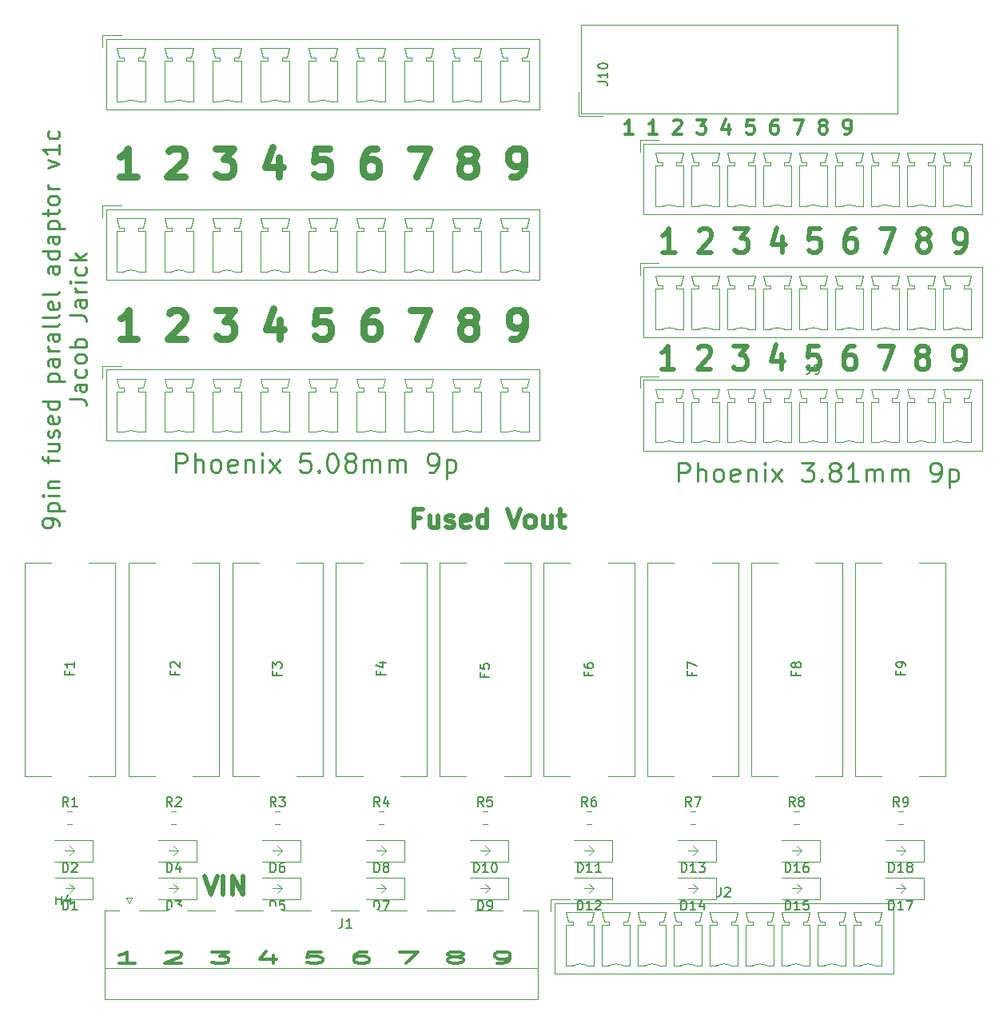
<source format=gbr>
G04 #@! TF.GenerationSoftware,KiCad,Pcbnew,(5.1.4)-1*
G04 #@! TF.CreationDate,2020-02-28T16:59:15+08:00*
G04 #@! TF.ProjectId,9p-parallel-fused,39702d70-6172-4616-9c6c-656c2d667573,rev?*
G04 #@! TF.SameCoordinates,Original*
G04 #@! TF.FileFunction,Legend,Top*
G04 #@! TF.FilePolarity,Positive*
%FSLAX46Y46*%
G04 Gerber Fmt 4.6, Leading zero omitted, Abs format (unit mm)*
G04 Created by KiCad (PCBNEW (5.1.4)-1) date 2020-02-28 16:59:15*
%MOMM*%
%LPD*%
G04 APERTURE LIST*
%ADD10C,0.500000*%
%ADD11C,0.250000*%
%ADD12C,0.300000*%
%ADD13C,0.375000*%
%ADD14C,0.750000*%
%ADD15C,0.120000*%
%ADD16C,0.150000*%
%ADD17O,1.800000X3.600000*%
%ADD18C,0.100000*%
%ADD19C,1.800000*%
%ADD20O,1.727200X1.727200*%
%ADD21R,1.727200X1.727200*%
%ADD22C,1.150000*%
%ADD23C,4.300000*%
%ADD24C,3.000000*%
%ADD25C,1.425000*%
G04 APERTURE END LIST*
D10*
X65609523Y-94257142D02*
X64942857Y-94257142D01*
X64942857Y-95304761D02*
X64942857Y-93304761D01*
X65895238Y-93304761D01*
X67514285Y-93971428D02*
X67514285Y-95304761D01*
X66657142Y-93971428D02*
X66657142Y-95019047D01*
X66752380Y-95209523D01*
X66942857Y-95304761D01*
X67228571Y-95304761D01*
X67419047Y-95209523D01*
X67514285Y-95114285D01*
X68371428Y-95209523D02*
X68561904Y-95304761D01*
X68942857Y-95304761D01*
X69133333Y-95209523D01*
X69228571Y-95019047D01*
X69228571Y-94923809D01*
X69133333Y-94733333D01*
X68942857Y-94638095D01*
X68657142Y-94638095D01*
X68466666Y-94542857D01*
X68371428Y-94352380D01*
X68371428Y-94257142D01*
X68466666Y-94066666D01*
X68657142Y-93971428D01*
X68942857Y-93971428D01*
X69133333Y-94066666D01*
X70847619Y-95209523D02*
X70657142Y-95304761D01*
X70276190Y-95304761D01*
X70085714Y-95209523D01*
X69990476Y-95019047D01*
X69990476Y-94257142D01*
X70085714Y-94066666D01*
X70276190Y-93971428D01*
X70657142Y-93971428D01*
X70847619Y-94066666D01*
X70942857Y-94257142D01*
X70942857Y-94447619D01*
X69990476Y-94638095D01*
X72657142Y-95304761D02*
X72657142Y-93304761D01*
X72657142Y-95209523D02*
X72466666Y-95304761D01*
X72085714Y-95304761D01*
X71895238Y-95209523D01*
X71800000Y-95114285D01*
X71704761Y-94923809D01*
X71704761Y-94352380D01*
X71800000Y-94161904D01*
X71895238Y-94066666D01*
X72085714Y-93971428D01*
X72466666Y-93971428D01*
X72657142Y-94066666D01*
X74847619Y-93304761D02*
X75514285Y-95304761D01*
X76180952Y-93304761D01*
X77133333Y-95304761D02*
X76942857Y-95209523D01*
X76847619Y-95114285D01*
X76752380Y-94923809D01*
X76752380Y-94352380D01*
X76847619Y-94161904D01*
X76942857Y-94066666D01*
X77133333Y-93971428D01*
X77419047Y-93971428D01*
X77609523Y-94066666D01*
X77704761Y-94161904D01*
X77800000Y-94352380D01*
X77800000Y-94923809D01*
X77704761Y-95114285D01*
X77609523Y-95209523D01*
X77419047Y-95304761D01*
X77133333Y-95304761D01*
X79514285Y-93971428D02*
X79514285Y-95304761D01*
X78657142Y-93971428D02*
X78657142Y-95019047D01*
X78752380Y-95209523D01*
X78942857Y-95304761D01*
X79228571Y-95304761D01*
X79419047Y-95209523D01*
X79514285Y-95114285D01*
X80180952Y-93971428D02*
X80942857Y-93971428D01*
X80466666Y-93304761D02*
X80466666Y-95019047D01*
X80561904Y-95209523D01*
X80752380Y-95304761D01*
X80942857Y-95304761D01*
X42759523Y-132164761D02*
X43426190Y-134164761D01*
X44092857Y-132164761D01*
X44759523Y-134164761D02*
X44759523Y-132164761D01*
X45711904Y-134164761D02*
X45711904Y-132164761D01*
X46854761Y-134164761D01*
X46854761Y-132164761D01*
D11*
X92988095Y-90404761D02*
X92988095Y-88404761D01*
X93750000Y-88404761D01*
X93940476Y-88500000D01*
X94035714Y-88595238D01*
X94130952Y-88785714D01*
X94130952Y-89071428D01*
X94035714Y-89261904D01*
X93940476Y-89357142D01*
X93750000Y-89452380D01*
X92988095Y-89452380D01*
X94988095Y-90404761D02*
X94988095Y-88404761D01*
X95845238Y-90404761D02*
X95845238Y-89357142D01*
X95750000Y-89166666D01*
X95559523Y-89071428D01*
X95273809Y-89071428D01*
X95083333Y-89166666D01*
X94988095Y-89261904D01*
X97083333Y-90404761D02*
X96892857Y-90309523D01*
X96797619Y-90214285D01*
X96702380Y-90023809D01*
X96702380Y-89452380D01*
X96797619Y-89261904D01*
X96892857Y-89166666D01*
X97083333Y-89071428D01*
X97369047Y-89071428D01*
X97559523Y-89166666D01*
X97654761Y-89261904D01*
X97750000Y-89452380D01*
X97750000Y-90023809D01*
X97654761Y-90214285D01*
X97559523Y-90309523D01*
X97369047Y-90404761D01*
X97083333Y-90404761D01*
X99369047Y-90309523D02*
X99178571Y-90404761D01*
X98797619Y-90404761D01*
X98607142Y-90309523D01*
X98511904Y-90119047D01*
X98511904Y-89357142D01*
X98607142Y-89166666D01*
X98797619Y-89071428D01*
X99178571Y-89071428D01*
X99369047Y-89166666D01*
X99464285Y-89357142D01*
X99464285Y-89547619D01*
X98511904Y-89738095D01*
X100321428Y-89071428D02*
X100321428Y-90404761D01*
X100321428Y-89261904D02*
X100416666Y-89166666D01*
X100607142Y-89071428D01*
X100892857Y-89071428D01*
X101083333Y-89166666D01*
X101178571Y-89357142D01*
X101178571Y-90404761D01*
X102130952Y-90404761D02*
X102130952Y-89071428D01*
X102130952Y-88404761D02*
X102035714Y-88500000D01*
X102130952Y-88595238D01*
X102226190Y-88500000D01*
X102130952Y-88404761D01*
X102130952Y-88595238D01*
X102892857Y-90404761D02*
X103940476Y-89071428D01*
X102892857Y-89071428D02*
X103940476Y-90404761D01*
X106035714Y-88404761D02*
X107273809Y-88404761D01*
X106607142Y-89166666D01*
X106892857Y-89166666D01*
X107083333Y-89261904D01*
X107178571Y-89357142D01*
X107273809Y-89547619D01*
X107273809Y-90023809D01*
X107178571Y-90214285D01*
X107083333Y-90309523D01*
X106892857Y-90404761D01*
X106321428Y-90404761D01*
X106130952Y-90309523D01*
X106035714Y-90214285D01*
X108130952Y-90214285D02*
X108226190Y-90309523D01*
X108130952Y-90404761D01*
X108035714Y-90309523D01*
X108130952Y-90214285D01*
X108130952Y-90404761D01*
X109369047Y-89261904D02*
X109178571Y-89166666D01*
X109083333Y-89071428D01*
X108988095Y-88880952D01*
X108988095Y-88785714D01*
X109083333Y-88595238D01*
X109178571Y-88500000D01*
X109369047Y-88404761D01*
X109750000Y-88404761D01*
X109940476Y-88500000D01*
X110035714Y-88595238D01*
X110130952Y-88785714D01*
X110130952Y-88880952D01*
X110035714Y-89071428D01*
X109940476Y-89166666D01*
X109750000Y-89261904D01*
X109369047Y-89261904D01*
X109178571Y-89357142D01*
X109083333Y-89452380D01*
X108988095Y-89642857D01*
X108988095Y-90023809D01*
X109083333Y-90214285D01*
X109178571Y-90309523D01*
X109369047Y-90404761D01*
X109750000Y-90404761D01*
X109940476Y-90309523D01*
X110035714Y-90214285D01*
X110130952Y-90023809D01*
X110130952Y-89642857D01*
X110035714Y-89452380D01*
X109940476Y-89357142D01*
X109750000Y-89261904D01*
X112035714Y-90404761D02*
X110892857Y-90404761D01*
X111464285Y-90404761D02*
X111464285Y-88404761D01*
X111273809Y-88690476D01*
X111083333Y-88880952D01*
X110892857Y-88976190D01*
X112892857Y-90404761D02*
X112892857Y-89071428D01*
X112892857Y-89261904D02*
X112988095Y-89166666D01*
X113178571Y-89071428D01*
X113464285Y-89071428D01*
X113654761Y-89166666D01*
X113750000Y-89357142D01*
X113750000Y-90404761D01*
X113750000Y-89357142D02*
X113845238Y-89166666D01*
X114035714Y-89071428D01*
X114321428Y-89071428D01*
X114511904Y-89166666D01*
X114607142Y-89357142D01*
X114607142Y-90404761D01*
X115559523Y-90404761D02*
X115559523Y-89071428D01*
X115559523Y-89261904D02*
X115654761Y-89166666D01*
X115845238Y-89071428D01*
X116130952Y-89071428D01*
X116321428Y-89166666D01*
X116416666Y-89357142D01*
X116416666Y-90404761D01*
X116416666Y-89357142D02*
X116511904Y-89166666D01*
X116702380Y-89071428D01*
X116988095Y-89071428D01*
X117178571Y-89166666D01*
X117273809Y-89357142D01*
X117273809Y-90404761D01*
X119845238Y-90404761D02*
X120226190Y-90404761D01*
X120416666Y-90309523D01*
X120511904Y-90214285D01*
X120702380Y-89928571D01*
X120797619Y-89547619D01*
X120797619Y-88785714D01*
X120702380Y-88595238D01*
X120607142Y-88500000D01*
X120416666Y-88404761D01*
X120035714Y-88404761D01*
X119845238Y-88500000D01*
X119750000Y-88595238D01*
X119654761Y-88785714D01*
X119654761Y-89261904D01*
X119750000Y-89452380D01*
X119845238Y-89547619D01*
X120035714Y-89642857D01*
X120416666Y-89642857D01*
X120607142Y-89547619D01*
X120702380Y-89452380D01*
X120797619Y-89261904D01*
X121654761Y-89071428D02*
X121654761Y-91071428D01*
X121654761Y-89166666D02*
X121845238Y-89071428D01*
X122226190Y-89071428D01*
X122416666Y-89166666D01*
X122511904Y-89261904D01*
X122607142Y-89452380D01*
X122607142Y-90023809D01*
X122511904Y-90214285D01*
X122416666Y-90309523D01*
X122226190Y-90404761D01*
X121845238Y-90404761D01*
X121654761Y-90309523D01*
X39738095Y-89404761D02*
X39738095Y-87404761D01*
X40500000Y-87404761D01*
X40690476Y-87500000D01*
X40785714Y-87595238D01*
X40880952Y-87785714D01*
X40880952Y-88071428D01*
X40785714Y-88261904D01*
X40690476Y-88357142D01*
X40500000Y-88452380D01*
X39738095Y-88452380D01*
X41738095Y-89404761D02*
X41738095Y-87404761D01*
X42595238Y-89404761D02*
X42595238Y-88357142D01*
X42500000Y-88166666D01*
X42309523Y-88071428D01*
X42023809Y-88071428D01*
X41833333Y-88166666D01*
X41738095Y-88261904D01*
X43833333Y-89404761D02*
X43642857Y-89309523D01*
X43547619Y-89214285D01*
X43452380Y-89023809D01*
X43452380Y-88452380D01*
X43547619Y-88261904D01*
X43642857Y-88166666D01*
X43833333Y-88071428D01*
X44119047Y-88071428D01*
X44309523Y-88166666D01*
X44404761Y-88261904D01*
X44500000Y-88452380D01*
X44500000Y-89023809D01*
X44404761Y-89214285D01*
X44309523Y-89309523D01*
X44119047Y-89404761D01*
X43833333Y-89404761D01*
X46119047Y-89309523D02*
X45928571Y-89404761D01*
X45547619Y-89404761D01*
X45357142Y-89309523D01*
X45261904Y-89119047D01*
X45261904Y-88357142D01*
X45357142Y-88166666D01*
X45547619Y-88071428D01*
X45928571Y-88071428D01*
X46119047Y-88166666D01*
X46214285Y-88357142D01*
X46214285Y-88547619D01*
X45261904Y-88738095D01*
X47071428Y-88071428D02*
X47071428Y-89404761D01*
X47071428Y-88261904D02*
X47166666Y-88166666D01*
X47357142Y-88071428D01*
X47642857Y-88071428D01*
X47833333Y-88166666D01*
X47928571Y-88357142D01*
X47928571Y-89404761D01*
X48880952Y-89404761D02*
X48880952Y-88071428D01*
X48880952Y-87404761D02*
X48785714Y-87500000D01*
X48880952Y-87595238D01*
X48976190Y-87500000D01*
X48880952Y-87404761D01*
X48880952Y-87595238D01*
X49642857Y-89404761D02*
X50690476Y-88071428D01*
X49642857Y-88071428D02*
X50690476Y-89404761D01*
X53928571Y-87404761D02*
X52976190Y-87404761D01*
X52880952Y-88357142D01*
X52976190Y-88261904D01*
X53166666Y-88166666D01*
X53642857Y-88166666D01*
X53833333Y-88261904D01*
X53928571Y-88357142D01*
X54023809Y-88547619D01*
X54023809Y-89023809D01*
X53928571Y-89214285D01*
X53833333Y-89309523D01*
X53642857Y-89404761D01*
X53166666Y-89404761D01*
X52976190Y-89309523D01*
X52880952Y-89214285D01*
X54880952Y-89214285D02*
X54976190Y-89309523D01*
X54880952Y-89404761D01*
X54785714Y-89309523D01*
X54880952Y-89214285D01*
X54880952Y-89404761D01*
X56214285Y-87404761D02*
X56404761Y-87404761D01*
X56595238Y-87500000D01*
X56690476Y-87595238D01*
X56785714Y-87785714D01*
X56880952Y-88166666D01*
X56880952Y-88642857D01*
X56785714Y-89023809D01*
X56690476Y-89214285D01*
X56595238Y-89309523D01*
X56404761Y-89404761D01*
X56214285Y-89404761D01*
X56023809Y-89309523D01*
X55928571Y-89214285D01*
X55833333Y-89023809D01*
X55738095Y-88642857D01*
X55738095Y-88166666D01*
X55833333Y-87785714D01*
X55928571Y-87595238D01*
X56023809Y-87500000D01*
X56214285Y-87404761D01*
X58023809Y-88261904D02*
X57833333Y-88166666D01*
X57738095Y-88071428D01*
X57642857Y-87880952D01*
X57642857Y-87785714D01*
X57738095Y-87595238D01*
X57833333Y-87500000D01*
X58023809Y-87404761D01*
X58404761Y-87404761D01*
X58595238Y-87500000D01*
X58690476Y-87595238D01*
X58785714Y-87785714D01*
X58785714Y-87880952D01*
X58690476Y-88071428D01*
X58595238Y-88166666D01*
X58404761Y-88261904D01*
X58023809Y-88261904D01*
X57833333Y-88357142D01*
X57738095Y-88452380D01*
X57642857Y-88642857D01*
X57642857Y-89023809D01*
X57738095Y-89214285D01*
X57833333Y-89309523D01*
X58023809Y-89404761D01*
X58404761Y-89404761D01*
X58595238Y-89309523D01*
X58690476Y-89214285D01*
X58785714Y-89023809D01*
X58785714Y-88642857D01*
X58690476Y-88452380D01*
X58595238Y-88357142D01*
X58404761Y-88261904D01*
X59642857Y-89404761D02*
X59642857Y-88071428D01*
X59642857Y-88261904D02*
X59738095Y-88166666D01*
X59928571Y-88071428D01*
X60214285Y-88071428D01*
X60404761Y-88166666D01*
X60499999Y-88357142D01*
X60499999Y-89404761D01*
X60499999Y-88357142D02*
X60595238Y-88166666D01*
X60785714Y-88071428D01*
X61071428Y-88071428D01*
X61261904Y-88166666D01*
X61357142Y-88357142D01*
X61357142Y-89404761D01*
X62309523Y-89404761D02*
X62309523Y-88071428D01*
X62309523Y-88261904D02*
X62404761Y-88166666D01*
X62595238Y-88071428D01*
X62880952Y-88071428D01*
X63071428Y-88166666D01*
X63166666Y-88357142D01*
X63166666Y-89404761D01*
X63166666Y-88357142D02*
X63261904Y-88166666D01*
X63452380Y-88071428D01*
X63738095Y-88071428D01*
X63928571Y-88166666D01*
X64023809Y-88357142D01*
X64023809Y-89404761D01*
X66595238Y-89404761D02*
X66976190Y-89404761D01*
X67166666Y-89309523D01*
X67261904Y-89214285D01*
X67452380Y-88928571D01*
X67547619Y-88547619D01*
X67547619Y-87785714D01*
X67452380Y-87595238D01*
X67357142Y-87500000D01*
X67166666Y-87404761D01*
X66785714Y-87404761D01*
X66595238Y-87500000D01*
X66500000Y-87595238D01*
X66404761Y-87785714D01*
X66404761Y-88261904D01*
X66500000Y-88452380D01*
X66595238Y-88547619D01*
X66785714Y-88642857D01*
X67166666Y-88642857D01*
X67357142Y-88547619D01*
X67452380Y-88452380D01*
X67547619Y-88261904D01*
X68404761Y-88071428D02*
X68404761Y-90071428D01*
X68404761Y-88166666D02*
X68595238Y-88071428D01*
X68976190Y-88071428D01*
X69166666Y-88166666D01*
X69261904Y-88261904D01*
X69357142Y-88452380D01*
X69357142Y-89023809D01*
X69261904Y-89214285D01*
X69166666Y-89309523D01*
X68976190Y-89404761D01*
X68595238Y-89404761D01*
X68404761Y-89309523D01*
X27354166Y-95083333D02*
X27354166Y-94750000D01*
X27270833Y-94583333D01*
X27187500Y-94500000D01*
X26937500Y-94333333D01*
X26604166Y-94250000D01*
X25937500Y-94250000D01*
X25770833Y-94333333D01*
X25687500Y-94416666D01*
X25604166Y-94583333D01*
X25604166Y-94916666D01*
X25687500Y-95083333D01*
X25770833Y-95166666D01*
X25937500Y-95250000D01*
X26354166Y-95250000D01*
X26520833Y-95166666D01*
X26604166Y-95083333D01*
X26687500Y-94916666D01*
X26687500Y-94583333D01*
X26604166Y-94416666D01*
X26520833Y-94333333D01*
X26354166Y-94250000D01*
X26187500Y-93500000D02*
X27937500Y-93500000D01*
X26270833Y-93500000D02*
X26187500Y-93333333D01*
X26187500Y-93000000D01*
X26270833Y-92833333D01*
X26354166Y-92750000D01*
X26520833Y-92666666D01*
X27020833Y-92666666D01*
X27187500Y-92750000D01*
X27270833Y-92833333D01*
X27354166Y-93000000D01*
X27354166Y-93333333D01*
X27270833Y-93500000D01*
X27354166Y-91916666D02*
X26187500Y-91916666D01*
X25604166Y-91916666D02*
X25687500Y-92000000D01*
X25770833Y-91916666D01*
X25687500Y-91833333D01*
X25604166Y-91916666D01*
X25770833Y-91916666D01*
X26187500Y-91083333D02*
X27354166Y-91083333D01*
X26354166Y-91083333D02*
X26270833Y-91000000D01*
X26187500Y-90833333D01*
X26187500Y-90583333D01*
X26270833Y-90416666D01*
X26437500Y-90333333D01*
X27354166Y-90333333D01*
X26187500Y-88416666D02*
X26187500Y-87750000D01*
X27354166Y-88166666D02*
X25854166Y-88166666D01*
X25687500Y-88083333D01*
X25604166Y-87916666D01*
X25604166Y-87750000D01*
X26187500Y-86416666D02*
X27354166Y-86416666D01*
X26187500Y-87166666D02*
X27104166Y-87166666D01*
X27270833Y-87083333D01*
X27354166Y-86916666D01*
X27354166Y-86666666D01*
X27270833Y-86500000D01*
X27187500Y-86416666D01*
X27270833Y-85666666D02*
X27354166Y-85500000D01*
X27354166Y-85166666D01*
X27270833Y-85000000D01*
X27104166Y-84916666D01*
X27020833Y-84916666D01*
X26854166Y-85000000D01*
X26770833Y-85166666D01*
X26770833Y-85416666D01*
X26687500Y-85583333D01*
X26520833Y-85666666D01*
X26437500Y-85666666D01*
X26270833Y-85583333D01*
X26187500Y-85416666D01*
X26187500Y-85166666D01*
X26270833Y-85000000D01*
X27270833Y-83500000D02*
X27354166Y-83666666D01*
X27354166Y-84000000D01*
X27270833Y-84166666D01*
X27104166Y-84250000D01*
X26437500Y-84250000D01*
X26270833Y-84166666D01*
X26187500Y-84000000D01*
X26187500Y-83666666D01*
X26270833Y-83500000D01*
X26437500Y-83416666D01*
X26604166Y-83416666D01*
X26770833Y-84250000D01*
X27354166Y-81916666D02*
X25604166Y-81916666D01*
X27270833Y-81916666D02*
X27354166Y-82083333D01*
X27354166Y-82416666D01*
X27270833Y-82583333D01*
X27187500Y-82666666D01*
X27020833Y-82750000D01*
X26520833Y-82750000D01*
X26354166Y-82666666D01*
X26270833Y-82583333D01*
X26187500Y-82416666D01*
X26187500Y-82083333D01*
X26270833Y-81916666D01*
X26187500Y-79750000D02*
X27937500Y-79750000D01*
X26270833Y-79750000D02*
X26187500Y-79583333D01*
X26187500Y-79250000D01*
X26270833Y-79083333D01*
X26354166Y-79000000D01*
X26520833Y-78916666D01*
X27020833Y-78916666D01*
X27187500Y-79000000D01*
X27270833Y-79083333D01*
X27354166Y-79250000D01*
X27354166Y-79583333D01*
X27270833Y-79750000D01*
X27354166Y-77416666D02*
X26437500Y-77416666D01*
X26270833Y-77500000D01*
X26187500Y-77666666D01*
X26187500Y-78000000D01*
X26270833Y-78166666D01*
X27270833Y-77416666D02*
X27354166Y-77583333D01*
X27354166Y-78000000D01*
X27270833Y-78166666D01*
X27104166Y-78250000D01*
X26937500Y-78250000D01*
X26770833Y-78166666D01*
X26687500Y-78000000D01*
X26687500Y-77583333D01*
X26604166Y-77416666D01*
X27354166Y-76583333D02*
X26187500Y-76583333D01*
X26520833Y-76583333D02*
X26354166Y-76500000D01*
X26270833Y-76416666D01*
X26187500Y-76250000D01*
X26187500Y-76083333D01*
X27354166Y-74750000D02*
X26437500Y-74750000D01*
X26270833Y-74833333D01*
X26187500Y-75000000D01*
X26187500Y-75333333D01*
X26270833Y-75500000D01*
X27270833Y-74750000D02*
X27354166Y-74916666D01*
X27354166Y-75333333D01*
X27270833Y-75500000D01*
X27104166Y-75583333D01*
X26937500Y-75583333D01*
X26770833Y-75500000D01*
X26687500Y-75333333D01*
X26687500Y-74916666D01*
X26604166Y-74750000D01*
X27354166Y-73666666D02*
X27270833Y-73833333D01*
X27104166Y-73916666D01*
X25604166Y-73916666D01*
X27354166Y-72750000D02*
X27270833Y-72916666D01*
X27104166Y-73000000D01*
X25604166Y-73000000D01*
X27270833Y-71416666D02*
X27354166Y-71583333D01*
X27354166Y-71916666D01*
X27270833Y-72083333D01*
X27104166Y-72166666D01*
X26437500Y-72166666D01*
X26270833Y-72083333D01*
X26187500Y-71916666D01*
X26187500Y-71583333D01*
X26270833Y-71416666D01*
X26437500Y-71333333D01*
X26604166Y-71333333D01*
X26770833Y-72166666D01*
X27354166Y-70333333D02*
X27270833Y-70500000D01*
X27104166Y-70583333D01*
X25604166Y-70583333D01*
X27354166Y-67583333D02*
X26437500Y-67583333D01*
X26270833Y-67666666D01*
X26187500Y-67833333D01*
X26187500Y-68166666D01*
X26270833Y-68333333D01*
X27270833Y-67583333D02*
X27354166Y-67750000D01*
X27354166Y-68166666D01*
X27270833Y-68333333D01*
X27104166Y-68416666D01*
X26937500Y-68416666D01*
X26770833Y-68333333D01*
X26687500Y-68166666D01*
X26687500Y-67750000D01*
X26604166Y-67583333D01*
X27354166Y-66000000D02*
X25604166Y-66000000D01*
X27270833Y-66000000D02*
X27354166Y-66166666D01*
X27354166Y-66500000D01*
X27270833Y-66666666D01*
X27187500Y-66750000D01*
X27020833Y-66833333D01*
X26520833Y-66833333D01*
X26354166Y-66750000D01*
X26270833Y-66666666D01*
X26187500Y-66500000D01*
X26187500Y-66166666D01*
X26270833Y-66000000D01*
X27354166Y-64416666D02*
X26437500Y-64416666D01*
X26270833Y-64500000D01*
X26187500Y-64666666D01*
X26187500Y-65000000D01*
X26270833Y-65166666D01*
X27270833Y-64416666D02*
X27354166Y-64583333D01*
X27354166Y-65000000D01*
X27270833Y-65166666D01*
X27104166Y-65250000D01*
X26937500Y-65250000D01*
X26770833Y-65166666D01*
X26687500Y-65000000D01*
X26687500Y-64583333D01*
X26604166Y-64416666D01*
X26187500Y-63583333D02*
X27937500Y-63583333D01*
X26270833Y-63583333D02*
X26187500Y-63416666D01*
X26187500Y-63083333D01*
X26270833Y-62916666D01*
X26354166Y-62833333D01*
X26520833Y-62750000D01*
X27020833Y-62750000D01*
X27187500Y-62833333D01*
X27270833Y-62916666D01*
X27354166Y-63083333D01*
X27354166Y-63416666D01*
X27270833Y-63583333D01*
X26187500Y-62250000D02*
X26187500Y-61583333D01*
X25604166Y-62000000D02*
X27104166Y-62000000D01*
X27270833Y-61916666D01*
X27354166Y-61750000D01*
X27354166Y-61583333D01*
X27354166Y-60750000D02*
X27270833Y-60916666D01*
X27187500Y-61000000D01*
X27020833Y-61083333D01*
X26520833Y-61083333D01*
X26354166Y-61000000D01*
X26270833Y-60916666D01*
X26187500Y-60750000D01*
X26187500Y-60500000D01*
X26270833Y-60333333D01*
X26354166Y-60250000D01*
X26520833Y-60166666D01*
X27020833Y-60166666D01*
X27187500Y-60250000D01*
X27270833Y-60333333D01*
X27354166Y-60500000D01*
X27354166Y-60750000D01*
X27354166Y-59416666D02*
X26187500Y-59416666D01*
X26520833Y-59416666D02*
X26354166Y-59333333D01*
X26270833Y-59250000D01*
X26187500Y-59083333D01*
X26187500Y-58916666D01*
X26187500Y-57166666D02*
X27354166Y-56750000D01*
X26187500Y-56333333D01*
X27354166Y-54750000D02*
X27354166Y-55750000D01*
X27354166Y-55250000D02*
X25604166Y-55250000D01*
X25854166Y-55416666D01*
X26020833Y-55583333D01*
X26104166Y-55750000D01*
X27270833Y-53250000D02*
X27354166Y-53416666D01*
X27354166Y-53750000D01*
X27270833Y-53916666D01*
X27187500Y-54000000D01*
X27020833Y-54083333D01*
X26520833Y-54083333D01*
X26354166Y-54000000D01*
X26270833Y-53916666D01*
X26187500Y-53750000D01*
X26187500Y-53416666D01*
X26270833Y-53250000D01*
X28479166Y-81666666D02*
X29729166Y-81666666D01*
X29979166Y-81750000D01*
X30145833Y-81916666D01*
X30229166Y-82166666D01*
X30229166Y-82333333D01*
X30229166Y-80083333D02*
X29312500Y-80083333D01*
X29145833Y-80166666D01*
X29062500Y-80333333D01*
X29062500Y-80666666D01*
X29145833Y-80833333D01*
X30145833Y-80083333D02*
X30229166Y-80250000D01*
X30229166Y-80666666D01*
X30145833Y-80833333D01*
X29979166Y-80916666D01*
X29812500Y-80916666D01*
X29645833Y-80833333D01*
X29562500Y-80666666D01*
X29562500Y-80250000D01*
X29479166Y-80083333D01*
X30145833Y-78500000D02*
X30229166Y-78666666D01*
X30229166Y-79000000D01*
X30145833Y-79166666D01*
X30062500Y-79250000D01*
X29895833Y-79333333D01*
X29395833Y-79333333D01*
X29229166Y-79250000D01*
X29145833Y-79166666D01*
X29062500Y-79000000D01*
X29062500Y-78666666D01*
X29145833Y-78500000D01*
X30229166Y-77500000D02*
X30145833Y-77666666D01*
X30062500Y-77750000D01*
X29895833Y-77833333D01*
X29395833Y-77833333D01*
X29229166Y-77750000D01*
X29145833Y-77666666D01*
X29062500Y-77500000D01*
X29062500Y-77250000D01*
X29145833Y-77083333D01*
X29229166Y-77000000D01*
X29395833Y-76916666D01*
X29895833Y-76916666D01*
X30062500Y-77000000D01*
X30145833Y-77083333D01*
X30229166Y-77250000D01*
X30229166Y-77500000D01*
X30229166Y-76166666D02*
X28479166Y-76166666D01*
X29145833Y-76166666D02*
X29062500Y-76000000D01*
X29062500Y-75666666D01*
X29145833Y-75500000D01*
X29229166Y-75416666D01*
X29395833Y-75333333D01*
X29895833Y-75333333D01*
X30062500Y-75416666D01*
X30145833Y-75500000D01*
X30229166Y-75666666D01*
X30229166Y-76000000D01*
X30145833Y-76166666D01*
X28479166Y-72750000D02*
X29729166Y-72750000D01*
X29979166Y-72833333D01*
X30145833Y-73000000D01*
X30229166Y-73250000D01*
X30229166Y-73416666D01*
X30229166Y-71166666D02*
X29312500Y-71166666D01*
X29145833Y-71250000D01*
X29062500Y-71416666D01*
X29062500Y-71750000D01*
X29145833Y-71916666D01*
X30145833Y-71166666D02*
X30229166Y-71333333D01*
X30229166Y-71750000D01*
X30145833Y-71916666D01*
X29979166Y-72000000D01*
X29812500Y-72000000D01*
X29645833Y-71916666D01*
X29562500Y-71750000D01*
X29562500Y-71333333D01*
X29479166Y-71166666D01*
X30229166Y-70333333D02*
X29062500Y-70333333D01*
X29395833Y-70333333D02*
X29229166Y-70250000D01*
X29145833Y-70166666D01*
X29062500Y-70000000D01*
X29062500Y-69833333D01*
X30229166Y-69250000D02*
X29062500Y-69250000D01*
X28479166Y-69250000D02*
X28562500Y-69333333D01*
X28645833Y-69250000D01*
X28562500Y-69166666D01*
X28479166Y-69250000D01*
X28645833Y-69250000D01*
X30145833Y-67666666D02*
X30229166Y-67833333D01*
X30229166Y-68166666D01*
X30145833Y-68333333D01*
X30062500Y-68416666D01*
X29895833Y-68500000D01*
X29395833Y-68500000D01*
X29229166Y-68416666D01*
X29145833Y-68333333D01*
X29062500Y-68166666D01*
X29062500Y-67833333D01*
X29145833Y-67666666D01*
X30229166Y-66916666D02*
X28479166Y-66916666D01*
X29562500Y-66750000D02*
X30229166Y-66250000D01*
X29062500Y-66250000D02*
X29729166Y-66916666D01*
D12*
X35382857Y-141412857D02*
X33725714Y-141412857D01*
X34554285Y-141412857D02*
X34554285Y-140212857D01*
X34278095Y-140384285D01*
X34001904Y-140498571D01*
X33725714Y-140555714D01*
X38697142Y-140327142D02*
X38835238Y-140270000D01*
X39111428Y-140212857D01*
X39801904Y-140212857D01*
X40078095Y-140270000D01*
X40216190Y-140327142D01*
X40354285Y-140441428D01*
X40354285Y-140555714D01*
X40216190Y-140727142D01*
X38559047Y-141412857D01*
X40354285Y-141412857D01*
X43530476Y-140212857D02*
X45325714Y-140212857D01*
X44359047Y-140670000D01*
X44773333Y-140670000D01*
X45049523Y-140727142D01*
X45187619Y-140784285D01*
X45325714Y-140898571D01*
X45325714Y-141184285D01*
X45187619Y-141298571D01*
X45049523Y-141355714D01*
X44773333Y-141412857D01*
X43944761Y-141412857D01*
X43668571Y-141355714D01*
X43530476Y-141298571D01*
X50020952Y-140612857D02*
X50020952Y-141412857D01*
X49330476Y-140155714D02*
X48640000Y-141012857D01*
X50435238Y-141012857D01*
X55130476Y-140212857D02*
X53749523Y-140212857D01*
X53611428Y-140784285D01*
X53749523Y-140727142D01*
X54025714Y-140670000D01*
X54716190Y-140670000D01*
X54992380Y-140727142D01*
X55130476Y-140784285D01*
X55268571Y-140898571D01*
X55268571Y-141184285D01*
X55130476Y-141298571D01*
X54992380Y-141355714D01*
X54716190Y-141412857D01*
X54025714Y-141412857D01*
X53749523Y-141355714D01*
X53611428Y-141298571D01*
X59963809Y-140212857D02*
X59411428Y-140212857D01*
X59135238Y-140270000D01*
X58997142Y-140327142D01*
X58720952Y-140498571D01*
X58582857Y-140727142D01*
X58582857Y-141184285D01*
X58720952Y-141298571D01*
X58859047Y-141355714D01*
X59135238Y-141412857D01*
X59687619Y-141412857D01*
X59963809Y-141355714D01*
X60101904Y-141298571D01*
X60240000Y-141184285D01*
X60240000Y-140898571D01*
X60101904Y-140784285D01*
X59963809Y-140727142D01*
X59687619Y-140670000D01*
X59135238Y-140670000D01*
X58859047Y-140727142D01*
X58720952Y-140784285D01*
X58582857Y-140898571D01*
X63416190Y-140212857D02*
X65349523Y-140212857D01*
X64106666Y-141412857D01*
X69078095Y-140727142D02*
X68801904Y-140670000D01*
X68663809Y-140612857D01*
X68525714Y-140498571D01*
X68525714Y-140441428D01*
X68663809Y-140327142D01*
X68801904Y-140270000D01*
X69078095Y-140212857D01*
X69630476Y-140212857D01*
X69906666Y-140270000D01*
X70044761Y-140327142D01*
X70182857Y-140441428D01*
X70182857Y-140498571D01*
X70044761Y-140612857D01*
X69906666Y-140670000D01*
X69630476Y-140727142D01*
X69078095Y-140727142D01*
X68801904Y-140784285D01*
X68663809Y-140841428D01*
X68525714Y-140955714D01*
X68525714Y-141184285D01*
X68663809Y-141298571D01*
X68801904Y-141355714D01*
X69078095Y-141412857D01*
X69630476Y-141412857D01*
X69906666Y-141355714D01*
X70044761Y-141298571D01*
X70182857Y-141184285D01*
X70182857Y-140955714D01*
X70044761Y-140841428D01*
X69906666Y-140784285D01*
X69630476Y-140727142D01*
X73773333Y-141412857D02*
X74325714Y-141412857D01*
X74601904Y-141355714D01*
X74739999Y-141298571D01*
X75016190Y-141127142D01*
X75154285Y-140898571D01*
X75154285Y-140441428D01*
X75016190Y-140327142D01*
X74878095Y-140270000D01*
X74601904Y-140212857D01*
X74049523Y-140212857D01*
X73773333Y-140270000D01*
X73635238Y-140327142D01*
X73497142Y-140441428D01*
X73497142Y-140727142D01*
X73635238Y-140841428D01*
X73773333Y-140898571D01*
X74049523Y-140955714D01*
X74601904Y-140955714D01*
X74878095Y-140898571D01*
X75016190Y-140841428D01*
X75154285Y-140727142D01*
D13*
X88157142Y-53578571D02*
X87300000Y-53578571D01*
X87728571Y-53578571D02*
X87728571Y-52078571D01*
X87585714Y-52292857D01*
X87442857Y-52435714D01*
X87300000Y-52507142D01*
X90728571Y-53578571D02*
X89871428Y-53578571D01*
X90300000Y-53578571D02*
X90300000Y-52078571D01*
X90157142Y-52292857D01*
X90014285Y-52435714D01*
X89871428Y-52507142D01*
X92442857Y-52221428D02*
X92514285Y-52150000D01*
X92657142Y-52078571D01*
X93014285Y-52078571D01*
X93157142Y-52150000D01*
X93228571Y-52221428D01*
X93300000Y-52364285D01*
X93300000Y-52507142D01*
X93228571Y-52721428D01*
X92371428Y-53578571D01*
X93300000Y-53578571D01*
X94942857Y-52078571D02*
X95871428Y-52078571D01*
X95371428Y-52650000D01*
X95585714Y-52650000D01*
X95728571Y-52721428D01*
X95800000Y-52792857D01*
X95871428Y-52935714D01*
X95871428Y-53292857D01*
X95800000Y-53435714D01*
X95728571Y-53507142D01*
X95585714Y-53578571D01*
X95157142Y-53578571D01*
X95014285Y-53507142D01*
X94942857Y-53435714D01*
X98300000Y-52578571D02*
X98300000Y-53578571D01*
X97942857Y-52007142D02*
X97585714Y-53078571D01*
X98514285Y-53078571D01*
X100942857Y-52078571D02*
X100228571Y-52078571D01*
X100157142Y-52792857D01*
X100228571Y-52721428D01*
X100371428Y-52650000D01*
X100728571Y-52650000D01*
X100871428Y-52721428D01*
X100942857Y-52792857D01*
X101014285Y-52935714D01*
X101014285Y-53292857D01*
X100942857Y-53435714D01*
X100871428Y-53507142D01*
X100728571Y-53578571D01*
X100371428Y-53578571D01*
X100228571Y-53507142D01*
X100157142Y-53435714D01*
X103442857Y-52078571D02*
X103157142Y-52078571D01*
X103014285Y-52150000D01*
X102942857Y-52221428D01*
X102800000Y-52435714D01*
X102728571Y-52721428D01*
X102728571Y-53292857D01*
X102800000Y-53435714D01*
X102871428Y-53507142D01*
X103014285Y-53578571D01*
X103300000Y-53578571D01*
X103442857Y-53507142D01*
X103514285Y-53435714D01*
X103585714Y-53292857D01*
X103585714Y-52935714D01*
X103514285Y-52792857D01*
X103442857Y-52721428D01*
X103300000Y-52650000D01*
X103014285Y-52650000D01*
X102871428Y-52721428D01*
X102800000Y-52792857D01*
X102728571Y-52935714D01*
X105228571Y-52078571D02*
X106228571Y-52078571D01*
X105585714Y-53578571D01*
X108157142Y-52721428D02*
X108014285Y-52650000D01*
X107942857Y-52578571D01*
X107871428Y-52435714D01*
X107871428Y-52364285D01*
X107942857Y-52221428D01*
X108014285Y-52150000D01*
X108157142Y-52078571D01*
X108442857Y-52078571D01*
X108585714Y-52150000D01*
X108657142Y-52221428D01*
X108728571Y-52364285D01*
X108728571Y-52435714D01*
X108657142Y-52578571D01*
X108585714Y-52650000D01*
X108442857Y-52721428D01*
X108157142Y-52721428D01*
X108014285Y-52792857D01*
X107942857Y-52864285D01*
X107871428Y-53007142D01*
X107871428Y-53292857D01*
X107942857Y-53435714D01*
X108014285Y-53507142D01*
X108157142Y-53578571D01*
X108442857Y-53578571D01*
X108585714Y-53507142D01*
X108657142Y-53435714D01*
X108728571Y-53292857D01*
X108728571Y-53007142D01*
X108657142Y-52864285D01*
X108585714Y-52792857D01*
X108442857Y-52721428D01*
X110585714Y-53578571D02*
X110871428Y-53578571D01*
X111014285Y-53507142D01*
X111085714Y-53435714D01*
X111228571Y-53221428D01*
X111300000Y-52935714D01*
X111300000Y-52364285D01*
X111228571Y-52221428D01*
X111157142Y-52150000D01*
X111014285Y-52078571D01*
X110728571Y-52078571D01*
X110585714Y-52150000D01*
X110514285Y-52221428D01*
X110442857Y-52364285D01*
X110442857Y-52721428D01*
X110514285Y-52864285D01*
X110585714Y-52935714D01*
X110728571Y-53007142D01*
X111014285Y-53007142D01*
X111157142Y-52935714D01*
X111228571Y-52864285D01*
X111300000Y-52721428D01*
D10*
X92514285Y-78530952D02*
X91228571Y-78530952D01*
X91871428Y-78530952D02*
X91871428Y-76030952D01*
X91657142Y-76388095D01*
X91442857Y-76626190D01*
X91228571Y-76745238D01*
X95085714Y-76269047D02*
X95192857Y-76150000D01*
X95407142Y-76030952D01*
X95942857Y-76030952D01*
X96157142Y-76150000D01*
X96264285Y-76269047D01*
X96371428Y-76507142D01*
X96371428Y-76745238D01*
X96264285Y-77102380D01*
X94978571Y-78530952D01*
X96371428Y-78530952D01*
X98835714Y-76030952D02*
X100228571Y-76030952D01*
X99478571Y-76983333D01*
X99800000Y-76983333D01*
X100014285Y-77102380D01*
X100121428Y-77221428D01*
X100228571Y-77459523D01*
X100228571Y-78054761D01*
X100121428Y-78292857D01*
X100014285Y-78411904D01*
X99800000Y-78530952D01*
X99157142Y-78530952D01*
X98942857Y-78411904D01*
X98835714Y-78292857D01*
X103871428Y-76864285D02*
X103871428Y-78530952D01*
X103335714Y-75911904D02*
X102800000Y-77697619D01*
X104192857Y-77697619D01*
X107835714Y-76030952D02*
X106764285Y-76030952D01*
X106657142Y-77221428D01*
X106764285Y-77102380D01*
X106978571Y-76983333D01*
X107514285Y-76983333D01*
X107728571Y-77102380D01*
X107835714Y-77221428D01*
X107942857Y-77459523D01*
X107942857Y-78054761D01*
X107835714Y-78292857D01*
X107728571Y-78411904D01*
X107514285Y-78530952D01*
X106978571Y-78530952D01*
X106764285Y-78411904D01*
X106657142Y-78292857D01*
X111585714Y-76030952D02*
X111157142Y-76030952D01*
X110942857Y-76150000D01*
X110835714Y-76269047D01*
X110621428Y-76626190D01*
X110514285Y-77102380D01*
X110514285Y-78054761D01*
X110621428Y-78292857D01*
X110728571Y-78411904D01*
X110942857Y-78530952D01*
X111371428Y-78530952D01*
X111585714Y-78411904D01*
X111692857Y-78292857D01*
X111800000Y-78054761D01*
X111800000Y-77459523D01*
X111692857Y-77221428D01*
X111585714Y-77102380D01*
X111371428Y-76983333D01*
X110942857Y-76983333D01*
X110728571Y-77102380D01*
X110621428Y-77221428D01*
X110514285Y-77459523D01*
X114264285Y-76030952D02*
X115764285Y-76030952D01*
X114800000Y-78530952D01*
X118657142Y-77102380D02*
X118442857Y-76983333D01*
X118335714Y-76864285D01*
X118228571Y-76626190D01*
X118228571Y-76507142D01*
X118335714Y-76269047D01*
X118442857Y-76150000D01*
X118657142Y-76030952D01*
X119085714Y-76030952D01*
X119300000Y-76150000D01*
X119407142Y-76269047D01*
X119514285Y-76507142D01*
X119514285Y-76626190D01*
X119407142Y-76864285D01*
X119300000Y-76983333D01*
X119085714Y-77102380D01*
X118657142Y-77102380D01*
X118442857Y-77221428D01*
X118335714Y-77340476D01*
X118228571Y-77578571D01*
X118228571Y-78054761D01*
X118335714Y-78292857D01*
X118442857Y-78411904D01*
X118657142Y-78530952D01*
X119085714Y-78530952D01*
X119300000Y-78411904D01*
X119407142Y-78292857D01*
X119514285Y-78054761D01*
X119514285Y-77578571D01*
X119407142Y-77340476D01*
X119300000Y-77221428D01*
X119085714Y-77102380D01*
X122300000Y-78530952D02*
X122728571Y-78530952D01*
X122942857Y-78411904D01*
X123050000Y-78292857D01*
X123264285Y-77935714D01*
X123371428Y-77459523D01*
X123371428Y-76507142D01*
X123264285Y-76269047D01*
X123157142Y-76150000D01*
X122942857Y-76030952D01*
X122514285Y-76030952D01*
X122300000Y-76150000D01*
X122192857Y-76269047D01*
X122085714Y-76507142D01*
X122085714Y-77102380D01*
X122192857Y-77340476D01*
X122300000Y-77459523D01*
X122514285Y-77578571D01*
X122942857Y-77578571D01*
X123157142Y-77459523D01*
X123264285Y-77340476D01*
X123371428Y-77102380D01*
X92614285Y-66130952D02*
X91328571Y-66130952D01*
X91971428Y-66130952D02*
X91971428Y-63630952D01*
X91757142Y-63988095D01*
X91542857Y-64226190D01*
X91328571Y-64345238D01*
X95185714Y-63869047D02*
X95292857Y-63750000D01*
X95507142Y-63630952D01*
X96042857Y-63630952D01*
X96257142Y-63750000D01*
X96364285Y-63869047D01*
X96471428Y-64107142D01*
X96471428Y-64345238D01*
X96364285Y-64702380D01*
X95078571Y-66130952D01*
X96471428Y-66130952D01*
X98935714Y-63630952D02*
X100328571Y-63630952D01*
X99578571Y-64583333D01*
X99900000Y-64583333D01*
X100114285Y-64702380D01*
X100221428Y-64821428D01*
X100328571Y-65059523D01*
X100328571Y-65654761D01*
X100221428Y-65892857D01*
X100114285Y-66011904D01*
X99900000Y-66130952D01*
X99257142Y-66130952D01*
X99042857Y-66011904D01*
X98935714Y-65892857D01*
X103971428Y-64464285D02*
X103971428Y-66130952D01*
X103435714Y-63511904D02*
X102900000Y-65297619D01*
X104292857Y-65297619D01*
X107935714Y-63630952D02*
X106864285Y-63630952D01*
X106757142Y-64821428D01*
X106864285Y-64702380D01*
X107078571Y-64583333D01*
X107614285Y-64583333D01*
X107828571Y-64702380D01*
X107935714Y-64821428D01*
X108042857Y-65059523D01*
X108042857Y-65654761D01*
X107935714Y-65892857D01*
X107828571Y-66011904D01*
X107614285Y-66130952D01*
X107078571Y-66130952D01*
X106864285Y-66011904D01*
X106757142Y-65892857D01*
X111685714Y-63630952D02*
X111257142Y-63630952D01*
X111042857Y-63750000D01*
X110935714Y-63869047D01*
X110721428Y-64226190D01*
X110614285Y-64702380D01*
X110614285Y-65654761D01*
X110721428Y-65892857D01*
X110828571Y-66011904D01*
X111042857Y-66130952D01*
X111471428Y-66130952D01*
X111685714Y-66011904D01*
X111792857Y-65892857D01*
X111900000Y-65654761D01*
X111900000Y-65059523D01*
X111792857Y-64821428D01*
X111685714Y-64702380D01*
X111471428Y-64583333D01*
X111042857Y-64583333D01*
X110828571Y-64702380D01*
X110721428Y-64821428D01*
X110614285Y-65059523D01*
X114364285Y-63630952D02*
X115864285Y-63630952D01*
X114900000Y-66130952D01*
X118757142Y-64702380D02*
X118542857Y-64583333D01*
X118435714Y-64464285D01*
X118328571Y-64226190D01*
X118328571Y-64107142D01*
X118435714Y-63869047D01*
X118542857Y-63750000D01*
X118757142Y-63630952D01*
X119185714Y-63630952D01*
X119400000Y-63750000D01*
X119507142Y-63869047D01*
X119614285Y-64107142D01*
X119614285Y-64226190D01*
X119507142Y-64464285D01*
X119400000Y-64583333D01*
X119185714Y-64702380D01*
X118757142Y-64702380D01*
X118542857Y-64821428D01*
X118435714Y-64940476D01*
X118328571Y-65178571D01*
X118328571Y-65654761D01*
X118435714Y-65892857D01*
X118542857Y-66011904D01*
X118757142Y-66130952D01*
X119185714Y-66130952D01*
X119400000Y-66011904D01*
X119507142Y-65892857D01*
X119614285Y-65654761D01*
X119614285Y-65178571D01*
X119507142Y-64940476D01*
X119400000Y-64821428D01*
X119185714Y-64702380D01*
X122400000Y-66130952D02*
X122828571Y-66130952D01*
X123042857Y-66011904D01*
X123150000Y-65892857D01*
X123364285Y-65535714D01*
X123471428Y-65059523D01*
X123471428Y-64107142D01*
X123364285Y-63869047D01*
X123257142Y-63750000D01*
X123042857Y-63630952D01*
X122614285Y-63630952D01*
X122400000Y-63750000D01*
X122292857Y-63869047D01*
X122185714Y-64107142D01*
X122185714Y-64702380D01*
X122292857Y-64940476D01*
X122400000Y-65059523D01*
X122614285Y-65178571D01*
X123042857Y-65178571D01*
X123257142Y-65059523D01*
X123364285Y-64940476D01*
X123471428Y-64702380D01*
D14*
X35585714Y-75257142D02*
X33871428Y-75257142D01*
X34728571Y-75257142D02*
X34728571Y-72257142D01*
X34442857Y-72685714D01*
X34157142Y-72971428D01*
X33871428Y-73114285D01*
X39014285Y-72542857D02*
X39157142Y-72400000D01*
X39442857Y-72257142D01*
X40157142Y-72257142D01*
X40442857Y-72400000D01*
X40585714Y-72542857D01*
X40728571Y-72828571D01*
X40728571Y-73114285D01*
X40585714Y-73542857D01*
X38871428Y-75257142D01*
X40728571Y-75257142D01*
X44014285Y-72257142D02*
X45871428Y-72257142D01*
X44871428Y-73400000D01*
X45300000Y-73400000D01*
X45585714Y-73542857D01*
X45728571Y-73685714D01*
X45871428Y-73971428D01*
X45871428Y-74685714D01*
X45728571Y-74971428D01*
X45585714Y-75114285D01*
X45300000Y-75257142D01*
X44442857Y-75257142D01*
X44157142Y-75114285D01*
X44014285Y-74971428D01*
X50728571Y-73257142D02*
X50728571Y-75257142D01*
X50014285Y-72114285D02*
X49300000Y-74257142D01*
X51157142Y-74257142D01*
X56014285Y-72257142D02*
X54585714Y-72257142D01*
X54442857Y-73685714D01*
X54585714Y-73542857D01*
X54871428Y-73400000D01*
X55585714Y-73400000D01*
X55871428Y-73542857D01*
X56014285Y-73685714D01*
X56157142Y-73971428D01*
X56157142Y-74685714D01*
X56014285Y-74971428D01*
X55871428Y-75114285D01*
X55585714Y-75257142D01*
X54871428Y-75257142D01*
X54585714Y-75114285D01*
X54442857Y-74971428D01*
X61014285Y-72257142D02*
X60442857Y-72257142D01*
X60157142Y-72400000D01*
X60014285Y-72542857D01*
X59728571Y-72971428D01*
X59585714Y-73542857D01*
X59585714Y-74685714D01*
X59728571Y-74971428D01*
X59871428Y-75114285D01*
X60157142Y-75257142D01*
X60728571Y-75257142D01*
X61014285Y-75114285D01*
X61157142Y-74971428D01*
X61299999Y-74685714D01*
X61299999Y-73971428D01*
X61157142Y-73685714D01*
X61014285Y-73542857D01*
X60728571Y-73400000D01*
X60157142Y-73400000D01*
X59871428Y-73542857D01*
X59728571Y-73685714D01*
X59585714Y-73971428D01*
X64585714Y-72257142D02*
X66585714Y-72257142D01*
X65299999Y-75257142D01*
X70442857Y-73542857D02*
X70157142Y-73400000D01*
X70014285Y-73257142D01*
X69871428Y-72971428D01*
X69871428Y-72828571D01*
X70014285Y-72542857D01*
X70157142Y-72400000D01*
X70442857Y-72257142D01*
X71014285Y-72257142D01*
X71300000Y-72400000D01*
X71442857Y-72542857D01*
X71585714Y-72828571D01*
X71585714Y-72971428D01*
X71442857Y-73257142D01*
X71300000Y-73400000D01*
X71014285Y-73542857D01*
X70442857Y-73542857D01*
X70157142Y-73685714D01*
X70014285Y-73828571D01*
X69871428Y-74114285D01*
X69871428Y-74685714D01*
X70014285Y-74971428D01*
X70157142Y-75114285D01*
X70442857Y-75257142D01*
X71014285Y-75257142D01*
X71300000Y-75114285D01*
X71442857Y-74971428D01*
X71585714Y-74685714D01*
X71585714Y-74114285D01*
X71442857Y-73828571D01*
X71300000Y-73685714D01*
X71014285Y-73542857D01*
X75300000Y-75257142D02*
X75871428Y-75257142D01*
X76157142Y-75114285D01*
X76300000Y-74971428D01*
X76585714Y-74542857D01*
X76728571Y-73971428D01*
X76728571Y-72828571D01*
X76585714Y-72542857D01*
X76442857Y-72400000D01*
X76157142Y-72257142D01*
X75585714Y-72257142D01*
X75300000Y-72400000D01*
X75157142Y-72542857D01*
X75014285Y-72828571D01*
X75014285Y-73542857D01*
X75157142Y-73828571D01*
X75300000Y-73971428D01*
X75585714Y-74114285D01*
X76157142Y-74114285D01*
X76442857Y-73971428D01*
X76585714Y-73828571D01*
X76728571Y-73542857D01*
X35535714Y-58107142D02*
X33821428Y-58107142D01*
X34678571Y-58107142D02*
X34678571Y-55107142D01*
X34392857Y-55535714D01*
X34107142Y-55821428D01*
X33821428Y-55964285D01*
X38964285Y-55392857D02*
X39107142Y-55250000D01*
X39392857Y-55107142D01*
X40107142Y-55107142D01*
X40392857Y-55250000D01*
X40535714Y-55392857D01*
X40678571Y-55678571D01*
X40678571Y-55964285D01*
X40535714Y-56392857D01*
X38821428Y-58107142D01*
X40678571Y-58107142D01*
X43964285Y-55107142D02*
X45821428Y-55107142D01*
X44821428Y-56250000D01*
X45250000Y-56250000D01*
X45535714Y-56392857D01*
X45678571Y-56535714D01*
X45821428Y-56821428D01*
X45821428Y-57535714D01*
X45678571Y-57821428D01*
X45535714Y-57964285D01*
X45250000Y-58107142D01*
X44392857Y-58107142D01*
X44107142Y-57964285D01*
X43964285Y-57821428D01*
X50678571Y-56107142D02*
X50678571Y-58107142D01*
X49964285Y-54964285D02*
X49250000Y-57107142D01*
X51107142Y-57107142D01*
X55964285Y-55107142D02*
X54535714Y-55107142D01*
X54392857Y-56535714D01*
X54535714Y-56392857D01*
X54821428Y-56250000D01*
X55535714Y-56250000D01*
X55821428Y-56392857D01*
X55964285Y-56535714D01*
X56107142Y-56821428D01*
X56107142Y-57535714D01*
X55964285Y-57821428D01*
X55821428Y-57964285D01*
X55535714Y-58107142D01*
X54821428Y-58107142D01*
X54535714Y-57964285D01*
X54392857Y-57821428D01*
X60964285Y-55107142D02*
X60392857Y-55107142D01*
X60107142Y-55250000D01*
X59964285Y-55392857D01*
X59678571Y-55821428D01*
X59535714Y-56392857D01*
X59535714Y-57535714D01*
X59678571Y-57821428D01*
X59821428Y-57964285D01*
X60107142Y-58107142D01*
X60678571Y-58107142D01*
X60964285Y-57964285D01*
X61107142Y-57821428D01*
X61249999Y-57535714D01*
X61249999Y-56821428D01*
X61107142Y-56535714D01*
X60964285Y-56392857D01*
X60678571Y-56250000D01*
X60107142Y-56250000D01*
X59821428Y-56392857D01*
X59678571Y-56535714D01*
X59535714Y-56821428D01*
X64535714Y-55107142D02*
X66535714Y-55107142D01*
X65249999Y-58107142D01*
X70392857Y-56392857D02*
X70107142Y-56250000D01*
X69964285Y-56107142D01*
X69821428Y-55821428D01*
X69821428Y-55678571D01*
X69964285Y-55392857D01*
X70107142Y-55250000D01*
X70392857Y-55107142D01*
X70964285Y-55107142D01*
X71250000Y-55250000D01*
X71392857Y-55392857D01*
X71535714Y-55678571D01*
X71535714Y-55821428D01*
X71392857Y-56107142D01*
X71250000Y-56250000D01*
X70964285Y-56392857D01*
X70392857Y-56392857D01*
X70107142Y-56535714D01*
X69964285Y-56678571D01*
X69821428Y-56964285D01*
X69821428Y-57535714D01*
X69964285Y-57821428D01*
X70107142Y-57964285D01*
X70392857Y-58107142D01*
X70964285Y-58107142D01*
X71250000Y-57964285D01*
X71392857Y-57821428D01*
X71535714Y-57535714D01*
X71535714Y-56964285D01*
X71392857Y-56678571D01*
X71250000Y-56535714D01*
X70964285Y-56392857D01*
X75250000Y-58107142D02*
X75821428Y-58107142D01*
X76107142Y-57964285D01*
X76250000Y-57821428D01*
X76535714Y-57392857D01*
X76678571Y-56821428D01*
X76678571Y-55678571D01*
X76535714Y-55392857D01*
X76392857Y-55250000D01*
X76107142Y-55107142D01*
X75535714Y-55107142D01*
X75250000Y-55250000D01*
X75107142Y-55392857D01*
X74964285Y-55678571D01*
X74964285Y-56392857D01*
X75107142Y-56678571D01*
X75250000Y-56821428D01*
X75535714Y-56964285D01*
X76107142Y-56964285D01*
X76392857Y-56821428D01*
X76535714Y-56678571D01*
X76678571Y-56392857D01*
D15*
X79440000Y-134640000D02*
X81440000Y-134640000D01*
X79440000Y-135890000D02*
X79440000Y-134640000D01*
X114520000Y-141640000D02*
X113770000Y-141640000D01*
X114520000Y-137340000D02*
X114520000Y-141640000D01*
X113770000Y-137340000D02*
X114520000Y-137340000D01*
X113770000Y-136990000D02*
X113770000Y-137340000D01*
X114270000Y-136990000D02*
X113770000Y-136990000D01*
X114520000Y-135990000D02*
X114270000Y-136990000D01*
X111520000Y-135990000D02*
X114520000Y-135990000D01*
X111770000Y-136990000D02*
X111520000Y-135990000D01*
X112270000Y-136990000D02*
X111770000Y-136990000D01*
X112270000Y-137340000D02*
X112270000Y-136990000D01*
X111520000Y-137340000D02*
X112270000Y-137340000D01*
X111520000Y-141640000D02*
X111520000Y-137340000D01*
X112270000Y-141640000D02*
X111520000Y-141640000D01*
X110710000Y-141640000D02*
X109960000Y-141640000D01*
X110710000Y-137340000D02*
X110710000Y-141640000D01*
X109960000Y-137340000D02*
X110710000Y-137340000D01*
X109960000Y-136990000D02*
X109960000Y-137340000D01*
X110460000Y-136990000D02*
X109960000Y-136990000D01*
X110710000Y-135990000D02*
X110460000Y-136990000D01*
X107710000Y-135990000D02*
X110710000Y-135990000D01*
X107960000Y-136990000D02*
X107710000Y-135990000D01*
X108460000Y-136990000D02*
X107960000Y-136990000D01*
X108460000Y-137340000D02*
X108460000Y-136990000D01*
X107710000Y-137340000D02*
X108460000Y-137340000D01*
X107710000Y-141640000D02*
X107710000Y-137340000D01*
X108460000Y-141640000D02*
X107710000Y-141640000D01*
X106900000Y-141640000D02*
X106150000Y-141640000D01*
X106900000Y-137340000D02*
X106900000Y-141640000D01*
X106150000Y-137340000D02*
X106900000Y-137340000D01*
X106150000Y-136990000D02*
X106150000Y-137340000D01*
X106650000Y-136990000D02*
X106150000Y-136990000D01*
X106900000Y-135990000D02*
X106650000Y-136990000D01*
X103900000Y-135990000D02*
X106900000Y-135990000D01*
X104150000Y-136990000D02*
X103900000Y-135990000D01*
X104650000Y-136990000D02*
X104150000Y-136990000D01*
X104650000Y-137340000D02*
X104650000Y-136990000D01*
X103900000Y-137340000D02*
X104650000Y-137340000D01*
X103900000Y-141640000D02*
X103900000Y-137340000D01*
X104650000Y-141640000D02*
X103900000Y-141640000D01*
X103090000Y-141640000D02*
X102340000Y-141640000D01*
X103090000Y-137340000D02*
X103090000Y-141640000D01*
X102340000Y-137340000D02*
X103090000Y-137340000D01*
X102340000Y-136990000D02*
X102340000Y-137340000D01*
X102840000Y-136990000D02*
X102340000Y-136990000D01*
X103090000Y-135990000D02*
X102840000Y-136990000D01*
X100090000Y-135990000D02*
X103090000Y-135990000D01*
X100340000Y-136990000D02*
X100090000Y-135990000D01*
X100840000Y-136990000D02*
X100340000Y-136990000D01*
X100840000Y-137340000D02*
X100840000Y-136990000D01*
X100090000Y-137340000D02*
X100840000Y-137340000D01*
X100090000Y-141640000D02*
X100090000Y-137340000D01*
X100840000Y-141640000D02*
X100090000Y-141640000D01*
X99280000Y-141640000D02*
X98530000Y-141640000D01*
X99280000Y-137340000D02*
X99280000Y-141640000D01*
X98530000Y-137340000D02*
X99280000Y-137340000D01*
X98530000Y-136990000D02*
X98530000Y-137340000D01*
X99030000Y-136990000D02*
X98530000Y-136990000D01*
X99280000Y-135990000D02*
X99030000Y-136990000D01*
X96280000Y-135990000D02*
X99280000Y-135990000D01*
X96530000Y-136990000D02*
X96280000Y-135990000D01*
X97030000Y-136990000D02*
X96530000Y-136990000D01*
X97030000Y-137340000D02*
X97030000Y-136990000D01*
X96280000Y-137340000D02*
X97030000Y-137340000D01*
X96280000Y-141640000D02*
X96280000Y-137340000D01*
X97030000Y-141640000D02*
X96280000Y-141640000D01*
X95470000Y-141640000D02*
X94720000Y-141640000D01*
X95470000Y-137340000D02*
X95470000Y-141640000D01*
X94720000Y-137340000D02*
X95470000Y-137340000D01*
X94720000Y-136990000D02*
X94720000Y-137340000D01*
X95220000Y-136990000D02*
X94720000Y-136990000D01*
X95470000Y-135990000D02*
X95220000Y-136990000D01*
X92470000Y-135990000D02*
X95470000Y-135990000D01*
X92720000Y-136990000D02*
X92470000Y-135990000D01*
X93220000Y-136990000D02*
X92720000Y-136990000D01*
X93220000Y-137340000D02*
X93220000Y-136990000D01*
X92470000Y-137340000D02*
X93220000Y-137340000D01*
X92470000Y-141640000D02*
X92470000Y-137340000D01*
X93220000Y-141640000D02*
X92470000Y-141640000D01*
X91660000Y-141640000D02*
X90910000Y-141640000D01*
X91660000Y-137340000D02*
X91660000Y-141640000D01*
X90910000Y-137340000D02*
X91660000Y-137340000D01*
X90910000Y-136990000D02*
X90910000Y-137340000D01*
X91410000Y-136990000D02*
X90910000Y-136990000D01*
X91660000Y-135990000D02*
X91410000Y-136990000D01*
X88660000Y-135990000D02*
X91660000Y-135990000D01*
X88910000Y-136990000D02*
X88660000Y-135990000D01*
X89410000Y-136990000D02*
X88910000Y-136990000D01*
X89410000Y-137340000D02*
X89410000Y-136990000D01*
X88660000Y-137340000D02*
X89410000Y-137340000D01*
X88660000Y-141640000D02*
X88660000Y-137340000D01*
X89410000Y-141640000D02*
X88660000Y-141640000D01*
X87850000Y-141640000D02*
X87100000Y-141640000D01*
X87850000Y-137340000D02*
X87850000Y-141640000D01*
X87100000Y-137340000D02*
X87850000Y-137340000D01*
X87100000Y-136990000D02*
X87100000Y-137340000D01*
X87600000Y-136990000D02*
X87100000Y-136990000D01*
X87850000Y-135990000D02*
X87600000Y-136990000D01*
X84850000Y-135990000D02*
X87850000Y-135990000D01*
X85100000Y-136990000D02*
X84850000Y-135990000D01*
X85600000Y-136990000D02*
X85100000Y-136990000D01*
X85600000Y-137340000D02*
X85600000Y-136990000D01*
X84850000Y-137340000D02*
X85600000Y-137340000D01*
X84850000Y-141640000D02*
X84850000Y-137340000D01*
X85600000Y-141640000D02*
X84850000Y-141640000D01*
X84040000Y-141640000D02*
X83290000Y-141640000D01*
X84040000Y-137340000D02*
X84040000Y-141640000D01*
X83290000Y-137340000D02*
X84040000Y-137340000D01*
X83290000Y-136990000D02*
X83290000Y-137340000D01*
X83790000Y-136990000D02*
X83290000Y-136990000D01*
X84040000Y-135990000D02*
X83790000Y-136990000D01*
X81040000Y-135990000D02*
X84040000Y-135990000D01*
X81290000Y-136990000D02*
X81040000Y-135990000D01*
X81790000Y-136990000D02*
X81290000Y-136990000D01*
X81790000Y-137340000D02*
X81790000Y-136990000D01*
X81040000Y-137340000D02*
X81790000Y-137340000D01*
X81040000Y-141640000D02*
X81040000Y-137340000D01*
X81790000Y-141640000D02*
X81040000Y-141640000D01*
X115730000Y-135030000D02*
X79830000Y-135030000D01*
X115730000Y-142500000D02*
X115730000Y-135030000D01*
X79830000Y-142500000D02*
X115730000Y-142500000D01*
X79830000Y-135030000D02*
X79830000Y-142500000D01*
X113769647Y-141639845D02*
G75*
G03X112270000Y-141640000I-749647J-1700155D01*
G01*
X109959647Y-141639845D02*
G75*
G03X108460000Y-141640000I-749647J-1700155D01*
G01*
X106149647Y-141639845D02*
G75*
G03X104650000Y-141640000I-749647J-1700155D01*
G01*
X102339647Y-141639845D02*
G75*
G03X100840000Y-141640000I-749647J-1700155D01*
G01*
X98529647Y-141639845D02*
G75*
G03X97030000Y-141640000I-749647J-1700155D01*
G01*
X94719647Y-141639845D02*
G75*
G03X93220000Y-141640000I-749647J-1700155D01*
G01*
X90909647Y-141639845D02*
G75*
G03X89410000Y-141640000I-749647J-1700155D01*
G01*
X87099647Y-141639845D02*
G75*
G03X85600000Y-141640000I-749647J-1700155D01*
G01*
X83289647Y-141639845D02*
G75*
G03X81790000Y-141640000I-749647J-1700155D01*
G01*
X32150000Y-135790000D02*
X32150000Y-145210000D01*
X32150000Y-145210000D02*
X78090000Y-145210000D01*
X78090000Y-145210000D02*
X78090000Y-135790000D01*
X32150000Y-135790000D02*
X33750000Y-135790000D01*
X78090000Y-135790000D02*
X76490000Y-135790000D01*
X35850000Y-135790000D02*
X38830000Y-135790000D01*
X40930000Y-135790000D02*
X43910000Y-135790000D01*
X46010000Y-135790000D02*
X48990000Y-135790000D01*
X51090000Y-135790000D02*
X54070000Y-135790000D01*
X56170000Y-135790000D02*
X59150000Y-135790000D01*
X61250000Y-135790000D02*
X64230000Y-135790000D01*
X66330000Y-135790000D02*
X69310000Y-135790000D01*
X71410000Y-135790000D02*
X74390000Y-135790000D01*
X32150000Y-141900000D02*
X78090000Y-141900000D01*
X35100000Y-134500000D02*
X34800000Y-135100000D01*
X34800000Y-135100000D02*
X34500000Y-134500000D01*
X34500000Y-134500000D02*
X35100000Y-134500000D01*
X35749647Y-68149845D02*
G75*
G03X34250000Y-68150000I-749647J-1700155D01*
G01*
X40829647Y-68149845D02*
G75*
G03X39330000Y-68150000I-749647J-1700155D01*
G01*
X45909647Y-68149845D02*
G75*
G03X44410000Y-68150000I-749647J-1700155D01*
G01*
X50989647Y-68149845D02*
G75*
G03X49490000Y-68150000I-749647J-1700155D01*
G01*
X56069647Y-68149845D02*
G75*
G03X54570000Y-68150000I-749647J-1700155D01*
G01*
X61149647Y-68149845D02*
G75*
G03X59650000Y-68150000I-749647J-1700155D01*
G01*
X66229647Y-68149845D02*
G75*
G03X64730000Y-68150000I-749647J-1700155D01*
G01*
X71309647Y-68149845D02*
G75*
G03X69810000Y-68150000I-749647J-1700155D01*
G01*
X76389647Y-68149845D02*
G75*
G03X74890000Y-68150000I-749647J-1700155D01*
G01*
X32350000Y-61540000D02*
X32350000Y-69010000D01*
X32350000Y-69010000D02*
X78290000Y-69010000D01*
X78290000Y-69010000D02*
X78290000Y-61540000D01*
X78290000Y-61540000D02*
X32350000Y-61540000D01*
X34250000Y-68150000D02*
X33500000Y-68150000D01*
X33500000Y-68150000D02*
X33500000Y-63850000D01*
X33500000Y-63850000D02*
X34250000Y-63850000D01*
X34250000Y-63850000D02*
X34250000Y-63500000D01*
X34250000Y-63500000D02*
X33750000Y-63500000D01*
X33750000Y-63500000D02*
X33500000Y-62500000D01*
X33500000Y-62500000D02*
X36500000Y-62500000D01*
X36500000Y-62500000D02*
X36250000Y-63500000D01*
X36250000Y-63500000D02*
X35750000Y-63500000D01*
X35750000Y-63500000D02*
X35750000Y-63850000D01*
X35750000Y-63850000D02*
X36500000Y-63850000D01*
X36500000Y-63850000D02*
X36500000Y-68150000D01*
X36500000Y-68150000D02*
X35750000Y-68150000D01*
X39330000Y-68150000D02*
X38580000Y-68150000D01*
X38580000Y-68150000D02*
X38580000Y-63850000D01*
X38580000Y-63850000D02*
X39330000Y-63850000D01*
X39330000Y-63850000D02*
X39330000Y-63500000D01*
X39330000Y-63500000D02*
X38830000Y-63500000D01*
X38830000Y-63500000D02*
X38580000Y-62500000D01*
X38580000Y-62500000D02*
X41580000Y-62500000D01*
X41580000Y-62500000D02*
X41330000Y-63500000D01*
X41330000Y-63500000D02*
X40830000Y-63500000D01*
X40830000Y-63500000D02*
X40830000Y-63850000D01*
X40830000Y-63850000D02*
X41580000Y-63850000D01*
X41580000Y-63850000D02*
X41580000Y-68150000D01*
X41580000Y-68150000D02*
X40830000Y-68150000D01*
X44410000Y-68150000D02*
X43660000Y-68150000D01*
X43660000Y-68150000D02*
X43660000Y-63850000D01*
X43660000Y-63850000D02*
X44410000Y-63850000D01*
X44410000Y-63850000D02*
X44410000Y-63500000D01*
X44410000Y-63500000D02*
X43910000Y-63500000D01*
X43910000Y-63500000D02*
X43660000Y-62500000D01*
X43660000Y-62500000D02*
X46660000Y-62500000D01*
X46660000Y-62500000D02*
X46410000Y-63500000D01*
X46410000Y-63500000D02*
X45910000Y-63500000D01*
X45910000Y-63500000D02*
X45910000Y-63850000D01*
X45910000Y-63850000D02*
X46660000Y-63850000D01*
X46660000Y-63850000D02*
X46660000Y-68150000D01*
X46660000Y-68150000D02*
X45910000Y-68150000D01*
X49490000Y-68150000D02*
X48740000Y-68150000D01*
X48740000Y-68150000D02*
X48740000Y-63850000D01*
X48740000Y-63850000D02*
X49490000Y-63850000D01*
X49490000Y-63850000D02*
X49490000Y-63500000D01*
X49490000Y-63500000D02*
X48990000Y-63500000D01*
X48990000Y-63500000D02*
X48740000Y-62500000D01*
X48740000Y-62500000D02*
X51740000Y-62500000D01*
X51740000Y-62500000D02*
X51490000Y-63500000D01*
X51490000Y-63500000D02*
X50990000Y-63500000D01*
X50990000Y-63500000D02*
X50990000Y-63850000D01*
X50990000Y-63850000D02*
X51740000Y-63850000D01*
X51740000Y-63850000D02*
X51740000Y-68150000D01*
X51740000Y-68150000D02*
X50990000Y-68150000D01*
X54570000Y-68150000D02*
X53820000Y-68150000D01*
X53820000Y-68150000D02*
X53820000Y-63850000D01*
X53820000Y-63850000D02*
X54570000Y-63850000D01*
X54570000Y-63850000D02*
X54570000Y-63500000D01*
X54570000Y-63500000D02*
X54070000Y-63500000D01*
X54070000Y-63500000D02*
X53820000Y-62500000D01*
X53820000Y-62500000D02*
X56820000Y-62500000D01*
X56820000Y-62500000D02*
X56570000Y-63500000D01*
X56570000Y-63500000D02*
X56070000Y-63500000D01*
X56070000Y-63500000D02*
X56070000Y-63850000D01*
X56070000Y-63850000D02*
X56820000Y-63850000D01*
X56820000Y-63850000D02*
X56820000Y-68150000D01*
X56820000Y-68150000D02*
X56070000Y-68150000D01*
X59650000Y-68150000D02*
X58900000Y-68150000D01*
X58900000Y-68150000D02*
X58900000Y-63850000D01*
X58900000Y-63850000D02*
X59650000Y-63850000D01*
X59650000Y-63850000D02*
X59650000Y-63500000D01*
X59650000Y-63500000D02*
X59150000Y-63500000D01*
X59150000Y-63500000D02*
X58900000Y-62500000D01*
X58900000Y-62500000D02*
X61900000Y-62500000D01*
X61900000Y-62500000D02*
X61650000Y-63500000D01*
X61650000Y-63500000D02*
X61150000Y-63500000D01*
X61150000Y-63500000D02*
X61150000Y-63850000D01*
X61150000Y-63850000D02*
X61900000Y-63850000D01*
X61900000Y-63850000D02*
X61900000Y-68150000D01*
X61900000Y-68150000D02*
X61150000Y-68150000D01*
X64730000Y-68150000D02*
X63980000Y-68150000D01*
X63980000Y-68150000D02*
X63980000Y-63850000D01*
X63980000Y-63850000D02*
X64730000Y-63850000D01*
X64730000Y-63850000D02*
X64730000Y-63500000D01*
X64730000Y-63500000D02*
X64230000Y-63500000D01*
X64230000Y-63500000D02*
X63980000Y-62500000D01*
X63980000Y-62500000D02*
X66980000Y-62500000D01*
X66980000Y-62500000D02*
X66730000Y-63500000D01*
X66730000Y-63500000D02*
X66230000Y-63500000D01*
X66230000Y-63500000D02*
X66230000Y-63850000D01*
X66230000Y-63850000D02*
X66980000Y-63850000D01*
X66980000Y-63850000D02*
X66980000Y-68150000D01*
X66980000Y-68150000D02*
X66230000Y-68150000D01*
X69810000Y-68150000D02*
X69060000Y-68150000D01*
X69060000Y-68150000D02*
X69060000Y-63850000D01*
X69060000Y-63850000D02*
X69810000Y-63850000D01*
X69810000Y-63850000D02*
X69810000Y-63500000D01*
X69810000Y-63500000D02*
X69310000Y-63500000D01*
X69310000Y-63500000D02*
X69060000Y-62500000D01*
X69060000Y-62500000D02*
X72060000Y-62500000D01*
X72060000Y-62500000D02*
X71810000Y-63500000D01*
X71810000Y-63500000D02*
X71310000Y-63500000D01*
X71310000Y-63500000D02*
X71310000Y-63850000D01*
X71310000Y-63850000D02*
X72060000Y-63850000D01*
X72060000Y-63850000D02*
X72060000Y-68150000D01*
X72060000Y-68150000D02*
X71310000Y-68150000D01*
X74890000Y-68150000D02*
X74140000Y-68150000D01*
X74140000Y-68150000D02*
X74140000Y-63850000D01*
X74140000Y-63850000D02*
X74890000Y-63850000D01*
X74890000Y-63850000D02*
X74890000Y-63500000D01*
X74890000Y-63500000D02*
X74390000Y-63500000D01*
X74390000Y-63500000D02*
X74140000Y-62500000D01*
X74140000Y-62500000D02*
X77140000Y-62500000D01*
X77140000Y-62500000D02*
X76890000Y-63500000D01*
X76890000Y-63500000D02*
X76390000Y-63500000D01*
X76390000Y-63500000D02*
X76390000Y-63850000D01*
X76390000Y-63850000D02*
X77140000Y-63850000D01*
X77140000Y-63850000D02*
X77140000Y-68150000D01*
X77140000Y-68150000D02*
X76390000Y-68150000D01*
X31960000Y-62400000D02*
X31960000Y-61150000D01*
X31960000Y-61150000D02*
X33960000Y-61150000D01*
X35749647Y-85149845D02*
G75*
G03X34250000Y-85150000I-749647J-1700155D01*
G01*
X40829647Y-85149845D02*
G75*
G03X39330000Y-85150000I-749647J-1700155D01*
G01*
X45909647Y-85149845D02*
G75*
G03X44410000Y-85150000I-749647J-1700155D01*
G01*
X50989647Y-85149845D02*
G75*
G03X49490000Y-85150000I-749647J-1700155D01*
G01*
X56069647Y-85149845D02*
G75*
G03X54570000Y-85150000I-749647J-1700155D01*
G01*
X61149647Y-85149845D02*
G75*
G03X59650000Y-85150000I-749647J-1700155D01*
G01*
X66229647Y-85149845D02*
G75*
G03X64730000Y-85150000I-749647J-1700155D01*
G01*
X71309647Y-85149845D02*
G75*
G03X69810000Y-85150000I-749647J-1700155D01*
G01*
X76389647Y-85149845D02*
G75*
G03X74890000Y-85150000I-749647J-1700155D01*
G01*
X32350000Y-78540000D02*
X32350000Y-86010000D01*
X32350000Y-86010000D02*
X78290000Y-86010000D01*
X78290000Y-86010000D02*
X78290000Y-78540000D01*
X78290000Y-78540000D02*
X32350000Y-78540000D01*
X34250000Y-85150000D02*
X33500000Y-85150000D01*
X33500000Y-85150000D02*
X33500000Y-80850000D01*
X33500000Y-80850000D02*
X34250000Y-80850000D01*
X34250000Y-80850000D02*
X34250000Y-80500000D01*
X34250000Y-80500000D02*
X33750000Y-80500000D01*
X33750000Y-80500000D02*
X33500000Y-79500000D01*
X33500000Y-79500000D02*
X36500000Y-79500000D01*
X36500000Y-79500000D02*
X36250000Y-80500000D01*
X36250000Y-80500000D02*
X35750000Y-80500000D01*
X35750000Y-80500000D02*
X35750000Y-80850000D01*
X35750000Y-80850000D02*
X36500000Y-80850000D01*
X36500000Y-80850000D02*
X36500000Y-85150000D01*
X36500000Y-85150000D02*
X35750000Y-85150000D01*
X39330000Y-85150000D02*
X38580000Y-85150000D01*
X38580000Y-85150000D02*
X38580000Y-80850000D01*
X38580000Y-80850000D02*
X39330000Y-80850000D01*
X39330000Y-80850000D02*
X39330000Y-80500000D01*
X39330000Y-80500000D02*
X38830000Y-80500000D01*
X38830000Y-80500000D02*
X38580000Y-79500000D01*
X38580000Y-79500000D02*
X41580000Y-79500000D01*
X41580000Y-79500000D02*
X41330000Y-80500000D01*
X41330000Y-80500000D02*
X40830000Y-80500000D01*
X40830000Y-80500000D02*
X40830000Y-80850000D01*
X40830000Y-80850000D02*
X41580000Y-80850000D01*
X41580000Y-80850000D02*
X41580000Y-85150000D01*
X41580000Y-85150000D02*
X40830000Y-85150000D01*
X44410000Y-85150000D02*
X43660000Y-85150000D01*
X43660000Y-85150000D02*
X43660000Y-80850000D01*
X43660000Y-80850000D02*
X44410000Y-80850000D01*
X44410000Y-80850000D02*
X44410000Y-80500000D01*
X44410000Y-80500000D02*
X43910000Y-80500000D01*
X43910000Y-80500000D02*
X43660000Y-79500000D01*
X43660000Y-79500000D02*
X46660000Y-79500000D01*
X46660000Y-79500000D02*
X46410000Y-80500000D01*
X46410000Y-80500000D02*
X45910000Y-80500000D01*
X45910000Y-80500000D02*
X45910000Y-80850000D01*
X45910000Y-80850000D02*
X46660000Y-80850000D01*
X46660000Y-80850000D02*
X46660000Y-85150000D01*
X46660000Y-85150000D02*
X45910000Y-85150000D01*
X49490000Y-85150000D02*
X48740000Y-85150000D01*
X48740000Y-85150000D02*
X48740000Y-80850000D01*
X48740000Y-80850000D02*
X49490000Y-80850000D01*
X49490000Y-80850000D02*
X49490000Y-80500000D01*
X49490000Y-80500000D02*
X48990000Y-80500000D01*
X48990000Y-80500000D02*
X48740000Y-79500000D01*
X48740000Y-79500000D02*
X51740000Y-79500000D01*
X51740000Y-79500000D02*
X51490000Y-80500000D01*
X51490000Y-80500000D02*
X50990000Y-80500000D01*
X50990000Y-80500000D02*
X50990000Y-80850000D01*
X50990000Y-80850000D02*
X51740000Y-80850000D01*
X51740000Y-80850000D02*
X51740000Y-85150000D01*
X51740000Y-85150000D02*
X50990000Y-85150000D01*
X54570000Y-85150000D02*
X53820000Y-85150000D01*
X53820000Y-85150000D02*
X53820000Y-80850000D01*
X53820000Y-80850000D02*
X54570000Y-80850000D01*
X54570000Y-80850000D02*
X54570000Y-80500000D01*
X54570000Y-80500000D02*
X54070000Y-80500000D01*
X54070000Y-80500000D02*
X53820000Y-79500000D01*
X53820000Y-79500000D02*
X56820000Y-79500000D01*
X56820000Y-79500000D02*
X56570000Y-80500000D01*
X56570000Y-80500000D02*
X56070000Y-80500000D01*
X56070000Y-80500000D02*
X56070000Y-80850000D01*
X56070000Y-80850000D02*
X56820000Y-80850000D01*
X56820000Y-80850000D02*
X56820000Y-85150000D01*
X56820000Y-85150000D02*
X56070000Y-85150000D01*
X59650000Y-85150000D02*
X58900000Y-85150000D01*
X58900000Y-85150000D02*
X58900000Y-80850000D01*
X58900000Y-80850000D02*
X59650000Y-80850000D01*
X59650000Y-80850000D02*
X59650000Y-80500000D01*
X59650000Y-80500000D02*
X59150000Y-80500000D01*
X59150000Y-80500000D02*
X58900000Y-79500000D01*
X58900000Y-79500000D02*
X61900000Y-79500000D01*
X61900000Y-79500000D02*
X61650000Y-80500000D01*
X61650000Y-80500000D02*
X61150000Y-80500000D01*
X61150000Y-80500000D02*
X61150000Y-80850000D01*
X61150000Y-80850000D02*
X61900000Y-80850000D01*
X61900000Y-80850000D02*
X61900000Y-85150000D01*
X61900000Y-85150000D02*
X61150000Y-85150000D01*
X64730000Y-85150000D02*
X63980000Y-85150000D01*
X63980000Y-85150000D02*
X63980000Y-80850000D01*
X63980000Y-80850000D02*
X64730000Y-80850000D01*
X64730000Y-80850000D02*
X64730000Y-80500000D01*
X64730000Y-80500000D02*
X64230000Y-80500000D01*
X64230000Y-80500000D02*
X63980000Y-79500000D01*
X63980000Y-79500000D02*
X66980000Y-79500000D01*
X66980000Y-79500000D02*
X66730000Y-80500000D01*
X66730000Y-80500000D02*
X66230000Y-80500000D01*
X66230000Y-80500000D02*
X66230000Y-80850000D01*
X66230000Y-80850000D02*
X66980000Y-80850000D01*
X66980000Y-80850000D02*
X66980000Y-85150000D01*
X66980000Y-85150000D02*
X66230000Y-85150000D01*
X69810000Y-85150000D02*
X69060000Y-85150000D01*
X69060000Y-85150000D02*
X69060000Y-80850000D01*
X69060000Y-80850000D02*
X69810000Y-80850000D01*
X69810000Y-80850000D02*
X69810000Y-80500000D01*
X69810000Y-80500000D02*
X69310000Y-80500000D01*
X69310000Y-80500000D02*
X69060000Y-79500000D01*
X69060000Y-79500000D02*
X72060000Y-79500000D01*
X72060000Y-79500000D02*
X71810000Y-80500000D01*
X71810000Y-80500000D02*
X71310000Y-80500000D01*
X71310000Y-80500000D02*
X71310000Y-80850000D01*
X71310000Y-80850000D02*
X72060000Y-80850000D01*
X72060000Y-80850000D02*
X72060000Y-85150000D01*
X72060000Y-85150000D02*
X71310000Y-85150000D01*
X74890000Y-85150000D02*
X74140000Y-85150000D01*
X74140000Y-85150000D02*
X74140000Y-80850000D01*
X74140000Y-80850000D02*
X74890000Y-80850000D01*
X74890000Y-80850000D02*
X74890000Y-80500000D01*
X74890000Y-80500000D02*
X74390000Y-80500000D01*
X74390000Y-80500000D02*
X74140000Y-79500000D01*
X74140000Y-79500000D02*
X77140000Y-79500000D01*
X77140000Y-79500000D02*
X76890000Y-80500000D01*
X76890000Y-80500000D02*
X76390000Y-80500000D01*
X76390000Y-80500000D02*
X76390000Y-80850000D01*
X76390000Y-80850000D02*
X77140000Y-80850000D01*
X77140000Y-80850000D02*
X77140000Y-85150000D01*
X77140000Y-85150000D02*
X76390000Y-85150000D01*
X31960000Y-79400000D02*
X31960000Y-78150000D01*
X31960000Y-78150000D02*
X33960000Y-78150000D01*
X35749647Y-50149845D02*
G75*
G03X34250000Y-50150000I-749647J-1700155D01*
G01*
X40829647Y-50149845D02*
G75*
G03X39330000Y-50150000I-749647J-1700155D01*
G01*
X45909647Y-50149845D02*
G75*
G03X44410000Y-50150000I-749647J-1700155D01*
G01*
X50989647Y-50149845D02*
G75*
G03X49490000Y-50150000I-749647J-1700155D01*
G01*
X56069647Y-50149845D02*
G75*
G03X54570000Y-50150000I-749647J-1700155D01*
G01*
X61149647Y-50149845D02*
G75*
G03X59650000Y-50150000I-749647J-1700155D01*
G01*
X66229647Y-50149845D02*
G75*
G03X64730000Y-50150000I-749647J-1700155D01*
G01*
X71309647Y-50149845D02*
G75*
G03X69810000Y-50150000I-749647J-1700155D01*
G01*
X76389647Y-50149845D02*
G75*
G03X74890000Y-50150000I-749647J-1700155D01*
G01*
X32350000Y-43540000D02*
X32350000Y-51010000D01*
X32350000Y-51010000D02*
X78290000Y-51010000D01*
X78290000Y-51010000D02*
X78290000Y-43540000D01*
X78290000Y-43540000D02*
X32350000Y-43540000D01*
X34250000Y-50150000D02*
X33500000Y-50150000D01*
X33500000Y-50150000D02*
X33500000Y-45850000D01*
X33500000Y-45850000D02*
X34250000Y-45850000D01*
X34250000Y-45850000D02*
X34250000Y-45500000D01*
X34250000Y-45500000D02*
X33750000Y-45500000D01*
X33750000Y-45500000D02*
X33500000Y-44500000D01*
X33500000Y-44500000D02*
X36500000Y-44500000D01*
X36500000Y-44500000D02*
X36250000Y-45500000D01*
X36250000Y-45500000D02*
X35750000Y-45500000D01*
X35750000Y-45500000D02*
X35750000Y-45850000D01*
X35750000Y-45850000D02*
X36500000Y-45850000D01*
X36500000Y-45850000D02*
X36500000Y-50150000D01*
X36500000Y-50150000D02*
X35750000Y-50150000D01*
X39330000Y-50150000D02*
X38580000Y-50150000D01*
X38580000Y-50150000D02*
X38580000Y-45850000D01*
X38580000Y-45850000D02*
X39330000Y-45850000D01*
X39330000Y-45850000D02*
X39330000Y-45500000D01*
X39330000Y-45500000D02*
X38830000Y-45500000D01*
X38830000Y-45500000D02*
X38580000Y-44500000D01*
X38580000Y-44500000D02*
X41580000Y-44500000D01*
X41580000Y-44500000D02*
X41330000Y-45500000D01*
X41330000Y-45500000D02*
X40830000Y-45500000D01*
X40830000Y-45500000D02*
X40830000Y-45850000D01*
X40830000Y-45850000D02*
X41580000Y-45850000D01*
X41580000Y-45850000D02*
X41580000Y-50150000D01*
X41580000Y-50150000D02*
X40830000Y-50150000D01*
X44410000Y-50150000D02*
X43660000Y-50150000D01*
X43660000Y-50150000D02*
X43660000Y-45850000D01*
X43660000Y-45850000D02*
X44410000Y-45850000D01*
X44410000Y-45850000D02*
X44410000Y-45500000D01*
X44410000Y-45500000D02*
X43910000Y-45500000D01*
X43910000Y-45500000D02*
X43660000Y-44500000D01*
X43660000Y-44500000D02*
X46660000Y-44500000D01*
X46660000Y-44500000D02*
X46410000Y-45500000D01*
X46410000Y-45500000D02*
X45910000Y-45500000D01*
X45910000Y-45500000D02*
X45910000Y-45850000D01*
X45910000Y-45850000D02*
X46660000Y-45850000D01*
X46660000Y-45850000D02*
X46660000Y-50150000D01*
X46660000Y-50150000D02*
X45910000Y-50150000D01*
X49490000Y-50150000D02*
X48740000Y-50150000D01*
X48740000Y-50150000D02*
X48740000Y-45850000D01*
X48740000Y-45850000D02*
X49490000Y-45850000D01*
X49490000Y-45850000D02*
X49490000Y-45500000D01*
X49490000Y-45500000D02*
X48990000Y-45500000D01*
X48990000Y-45500000D02*
X48740000Y-44500000D01*
X48740000Y-44500000D02*
X51740000Y-44500000D01*
X51740000Y-44500000D02*
X51490000Y-45500000D01*
X51490000Y-45500000D02*
X50990000Y-45500000D01*
X50990000Y-45500000D02*
X50990000Y-45850000D01*
X50990000Y-45850000D02*
X51740000Y-45850000D01*
X51740000Y-45850000D02*
X51740000Y-50150000D01*
X51740000Y-50150000D02*
X50990000Y-50150000D01*
X54570000Y-50150000D02*
X53820000Y-50150000D01*
X53820000Y-50150000D02*
X53820000Y-45850000D01*
X53820000Y-45850000D02*
X54570000Y-45850000D01*
X54570000Y-45850000D02*
X54570000Y-45500000D01*
X54570000Y-45500000D02*
X54070000Y-45500000D01*
X54070000Y-45500000D02*
X53820000Y-44500000D01*
X53820000Y-44500000D02*
X56820000Y-44500000D01*
X56820000Y-44500000D02*
X56570000Y-45500000D01*
X56570000Y-45500000D02*
X56070000Y-45500000D01*
X56070000Y-45500000D02*
X56070000Y-45850000D01*
X56070000Y-45850000D02*
X56820000Y-45850000D01*
X56820000Y-45850000D02*
X56820000Y-50150000D01*
X56820000Y-50150000D02*
X56070000Y-50150000D01*
X59650000Y-50150000D02*
X58900000Y-50150000D01*
X58900000Y-50150000D02*
X58900000Y-45850000D01*
X58900000Y-45850000D02*
X59650000Y-45850000D01*
X59650000Y-45850000D02*
X59650000Y-45500000D01*
X59650000Y-45500000D02*
X59150000Y-45500000D01*
X59150000Y-45500000D02*
X58900000Y-44500000D01*
X58900000Y-44500000D02*
X61900000Y-44500000D01*
X61900000Y-44500000D02*
X61650000Y-45500000D01*
X61650000Y-45500000D02*
X61150000Y-45500000D01*
X61150000Y-45500000D02*
X61150000Y-45850000D01*
X61150000Y-45850000D02*
X61900000Y-45850000D01*
X61900000Y-45850000D02*
X61900000Y-50150000D01*
X61900000Y-50150000D02*
X61150000Y-50150000D01*
X64730000Y-50150000D02*
X63980000Y-50150000D01*
X63980000Y-50150000D02*
X63980000Y-45850000D01*
X63980000Y-45850000D02*
X64730000Y-45850000D01*
X64730000Y-45850000D02*
X64730000Y-45500000D01*
X64730000Y-45500000D02*
X64230000Y-45500000D01*
X64230000Y-45500000D02*
X63980000Y-44500000D01*
X63980000Y-44500000D02*
X66980000Y-44500000D01*
X66980000Y-44500000D02*
X66730000Y-45500000D01*
X66730000Y-45500000D02*
X66230000Y-45500000D01*
X66230000Y-45500000D02*
X66230000Y-45850000D01*
X66230000Y-45850000D02*
X66980000Y-45850000D01*
X66980000Y-45850000D02*
X66980000Y-50150000D01*
X66980000Y-50150000D02*
X66230000Y-50150000D01*
X69810000Y-50150000D02*
X69060000Y-50150000D01*
X69060000Y-50150000D02*
X69060000Y-45850000D01*
X69060000Y-45850000D02*
X69810000Y-45850000D01*
X69810000Y-45850000D02*
X69810000Y-45500000D01*
X69810000Y-45500000D02*
X69310000Y-45500000D01*
X69310000Y-45500000D02*
X69060000Y-44500000D01*
X69060000Y-44500000D02*
X72060000Y-44500000D01*
X72060000Y-44500000D02*
X71810000Y-45500000D01*
X71810000Y-45500000D02*
X71310000Y-45500000D01*
X71310000Y-45500000D02*
X71310000Y-45850000D01*
X71310000Y-45850000D02*
X72060000Y-45850000D01*
X72060000Y-45850000D02*
X72060000Y-50150000D01*
X72060000Y-50150000D02*
X71310000Y-50150000D01*
X74890000Y-50150000D02*
X74140000Y-50150000D01*
X74140000Y-50150000D02*
X74140000Y-45850000D01*
X74140000Y-45850000D02*
X74890000Y-45850000D01*
X74890000Y-45850000D02*
X74890000Y-45500000D01*
X74890000Y-45500000D02*
X74390000Y-45500000D01*
X74390000Y-45500000D02*
X74140000Y-44500000D01*
X74140000Y-44500000D02*
X77140000Y-44500000D01*
X77140000Y-44500000D02*
X76890000Y-45500000D01*
X76890000Y-45500000D02*
X76390000Y-45500000D01*
X76390000Y-45500000D02*
X76390000Y-45850000D01*
X76390000Y-45850000D02*
X77140000Y-45850000D01*
X77140000Y-45850000D02*
X77140000Y-50150000D01*
X77140000Y-50150000D02*
X76390000Y-50150000D01*
X31960000Y-44400000D02*
X31960000Y-43150000D01*
X31960000Y-43150000D02*
X33960000Y-43150000D01*
X82400000Y-51655000D02*
X82400000Y-49115000D01*
X82400000Y-51655000D02*
X84940000Y-51655000D01*
X82650000Y-51405000D02*
X82650000Y-42055000D01*
X116210000Y-51405000D02*
X82650000Y-51405000D01*
X116210000Y-42055000D02*
X116210000Y-51405000D01*
X82650000Y-42055000D02*
X116210000Y-42055000D01*
X88900000Y-79250000D02*
X90900000Y-79250000D01*
X88900000Y-80500000D02*
X88900000Y-79250000D01*
X123980000Y-86250000D02*
X123230000Y-86250000D01*
X123980000Y-81950000D02*
X123980000Y-86250000D01*
X123230000Y-81950000D02*
X123980000Y-81950000D01*
X123230000Y-81600000D02*
X123230000Y-81950000D01*
X123730000Y-81600000D02*
X123230000Y-81600000D01*
X123980000Y-80600000D02*
X123730000Y-81600000D01*
X120980000Y-80600000D02*
X123980000Y-80600000D01*
X121230000Y-81600000D02*
X120980000Y-80600000D01*
X121730000Y-81600000D02*
X121230000Y-81600000D01*
X121730000Y-81950000D02*
X121730000Y-81600000D01*
X120980000Y-81950000D02*
X121730000Y-81950000D01*
X120980000Y-86250000D02*
X120980000Y-81950000D01*
X121730000Y-86250000D02*
X120980000Y-86250000D01*
X120170000Y-86250000D02*
X119420000Y-86250000D01*
X120170000Y-81950000D02*
X120170000Y-86250000D01*
X119420000Y-81950000D02*
X120170000Y-81950000D01*
X119420000Y-81600000D02*
X119420000Y-81950000D01*
X119920000Y-81600000D02*
X119420000Y-81600000D01*
X120170000Y-80600000D02*
X119920000Y-81600000D01*
X117170000Y-80600000D02*
X120170000Y-80600000D01*
X117420000Y-81600000D02*
X117170000Y-80600000D01*
X117920000Y-81600000D02*
X117420000Y-81600000D01*
X117920000Y-81950000D02*
X117920000Y-81600000D01*
X117170000Y-81950000D02*
X117920000Y-81950000D01*
X117170000Y-86250000D02*
X117170000Y-81950000D01*
X117920000Y-86250000D02*
X117170000Y-86250000D01*
X116360000Y-86250000D02*
X115610000Y-86250000D01*
X116360000Y-81950000D02*
X116360000Y-86250000D01*
X115610000Y-81950000D02*
X116360000Y-81950000D01*
X115610000Y-81600000D02*
X115610000Y-81950000D01*
X116110000Y-81600000D02*
X115610000Y-81600000D01*
X116360000Y-80600000D02*
X116110000Y-81600000D01*
X113360000Y-80600000D02*
X116360000Y-80600000D01*
X113610000Y-81600000D02*
X113360000Y-80600000D01*
X114110000Y-81600000D02*
X113610000Y-81600000D01*
X114110000Y-81950000D02*
X114110000Y-81600000D01*
X113360000Y-81950000D02*
X114110000Y-81950000D01*
X113360000Y-86250000D02*
X113360000Y-81950000D01*
X114110000Y-86250000D02*
X113360000Y-86250000D01*
X112550000Y-86250000D02*
X111800000Y-86250000D01*
X112550000Y-81950000D02*
X112550000Y-86250000D01*
X111800000Y-81950000D02*
X112550000Y-81950000D01*
X111800000Y-81600000D02*
X111800000Y-81950000D01*
X112300000Y-81600000D02*
X111800000Y-81600000D01*
X112550000Y-80600000D02*
X112300000Y-81600000D01*
X109550000Y-80600000D02*
X112550000Y-80600000D01*
X109800000Y-81600000D02*
X109550000Y-80600000D01*
X110300000Y-81600000D02*
X109800000Y-81600000D01*
X110300000Y-81950000D02*
X110300000Y-81600000D01*
X109550000Y-81950000D02*
X110300000Y-81950000D01*
X109550000Y-86250000D02*
X109550000Y-81950000D01*
X110300000Y-86250000D02*
X109550000Y-86250000D01*
X108740000Y-86250000D02*
X107990000Y-86250000D01*
X108740000Y-81950000D02*
X108740000Y-86250000D01*
X107990000Y-81950000D02*
X108740000Y-81950000D01*
X107990000Y-81600000D02*
X107990000Y-81950000D01*
X108490000Y-81600000D02*
X107990000Y-81600000D01*
X108740000Y-80600000D02*
X108490000Y-81600000D01*
X105740000Y-80600000D02*
X108740000Y-80600000D01*
X105990000Y-81600000D02*
X105740000Y-80600000D01*
X106490000Y-81600000D02*
X105990000Y-81600000D01*
X106490000Y-81950000D02*
X106490000Y-81600000D01*
X105740000Y-81950000D02*
X106490000Y-81950000D01*
X105740000Y-86250000D02*
X105740000Y-81950000D01*
X106490000Y-86250000D02*
X105740000Y-86250000D01*
X104930000Y-86250000D02*
X104180000Y-86250000D01*
X104930000Y-81950000D02*
X104930000Y-86250000D01*
X104180000Y-81950000D02*
X104930000Y-81950000D01*
X104180000Y-81600000D02*
X104180000Y-81950000D01*
X104680000Y-81600000D02*
X104180000Y-81600000D01*
X104930000Y-80600000D02*
X104680000Y-81600000D01*
X101930000Y-80600000D02*
X104930000Y-80600000D01*
X102180000Y-81600000D02*
X101930000Y-80600000D01*
X102680000Y-81600000D02*
X102180000Y-81600000D01*
X102680000Y-81950000D02*
X102680000Y-81600000D01*
X101930000Y-81950000D02*
X102680000Y-81950000D01*
X101930000Y-86250000D02*
X101930000Y-81950000D01*
X102680000Y-86250000D02*
X101930000Y-86250000D01*
X101120000Y-86250000D02*
X100370000Y-86250000D01*
X101120000Y-81950000D02*
X101120000Y-86250000D01*
X100370000Y-81950000D02*
X101120000Y-81950000D01*
X100370000Y-81600000D02*
X100370000Y-81950000D01*
X100870000Y-81600000D02*
X100370000Y-81600000D01*
X101120000Y-80600000D02*
X100870000Y-81600000D01*
X98120000Y-80600000D02*
X101120000Y-80600000D01*
X98370000Y-81600000D02*
X98120000Y-80600000D01*
X98870000Y-81600000D02*
X98370000Y-81600000D01*
X98870000Y-81950000D02*
X98870000Y-81600000D01*
X98120000Y-81950000D02*
X98870000Y-81950000D01*
X98120000Y-86250000D02*
X98120000Y-81950000D01*
X98870000Y-86250000D02*
X98120000Y-86250000D01*
X97310000Y-86250000D02*
X96560000Y-86250000D01*
X97310000Y-81950000D02*
X97310000Y-86250000D01*
X96560000Y-81950000D02*
X97310000Y-81950000D01*
X96560000Y-81600000D02*
X96560000Y-81950000D01*
X97060000Y-81600000D02*
X96560000Y-81600000D01*
X97310000Y-80600000D02*
X97060000Y-81600000D01*
X94310000Y-80600000D02*
X97310000Y-80600000D01*
X94560000Y-81600000D02*
X94310000Y-80600000D01*
X95060000Y-81600000D02*
X94560000Y-81600000D01*
X95060000Y-81950000D02*
X95060000Y-81600000D01*
X94310000Y-81950000D02*
X95060000Y-81950000D01*
X94310000Y-86250000D02*
X94310000Y-81950000D01*
X95060000Y-86250000D02*
X94310000Y-86250000D01*
X93500000Y-86250000D02*
X92750000Y-86250000D01*
X93500000Y-81950000D02*
X93500000Y-86250000D01*
X92750000Y-81950000D02*
X93500000Y-81950000D01*
X92750000Y-81600000D02*
X92750000Y-81950000D01*
X93250000Y-81600000D02*
X92750000Y-81600000D01*
X93500000Y-80600000D02*
X93250000Y-81600000D01*
X90500000Y-80600000D02*
X93500000Y-80600000D01*
X90750000Y-81600000D02*
X90500000Y-80600000D01*
X91250000Y-81600000D02*
X90750000Y-81600000D01*
X91250000Y-81950000D02*
X91250000Y-81600000D01*
X90500000Y-81950000D02*
X91250000Y-81950000D01*
X90500000Y-86250000D02*
X90500000Y-81950000D01*
X91250000Y-86250000D02*
X90500000Y-86250000D01*
X125190000Y-79640000D02*
X89290000Y-79640000D01*
X125190000Y-87110000D02*
X125190000Y-79640000D01*
X89290000Y-87110000D02*
X125190000Y-87110000D01*
X89290000Y-79640000D02*
X89290000Y-87110000D01*
X123229647Y-86249845D02*
G75*
G03X121730000Y-86250000I-749647J-1700155D01*
G01*
X119419647Y-86249845D02*
G75*
G03X117920000Y-86250000I-749647J-1700155D01*
G01*
X115609647Y-86249845D02*
G75*
G03X114110000Y-86250000I-749647J-1700155D01*
G01*
X111799647Y-86249845D02*
G75*
G03X110300000Y-86250000I-749647J-1700155D01*
G01*
X107989647Y-86249845D02*
G75*
G03X106490000Y-86250000I-749647J-1700155D01*
G01*
X104179647Y-86249845D02*
G75*
G03X102680000Y-86250000I-749647J-1700155D01*
G01*
X100369647Y-86249845D02*
G75*
G03X98870000Y-86250000I-749647J-1700155D01*
G01*
X96559647Y-86249845D02*
G75*
G03X95060000Y-86250000I-749647J-1700155D01*
G01*
X92749647Y-86249845D02*
G75*
G03X91250000Y-86250000I-749647J-1700155D01*
G01*
X88900000Y-67250000D02*
X90900000Y-67250000D01*
X88900000Y-68500000D02*
X88900000Y-67250000D01*
X123980000Y-74250000D02*
X123230000Y-74250000D01*
X123980000Y-69950000D02*
X123980000Y-74250000D01*
X123230000Y-69950000D02*
X123980000Y-69950000D01*
X123230000Y-69600000D02*
X123230000Y-69950000D01*
X123730000Y-69600000D02*
X123230000Y-69600000D01*
X123980000Y-68600000D02*
X123730000Y-69600000D01*
X120980000Y-68600000D02*
X123980000Y-68600000D01*
X121230000Y-69600000D02*
X120980000Y-68600000D01*
X121730000Y-69600000D02*
X121230000Y-69600000D01*
X121730000Y-69950000D02*
X121730000Y-69600000D01*
X120980000Y-69950000D02*
X121730000Y-69950000D01*
X120980000Y-74250000D02*
X120980000Y-69950000D01*
X121730000Y-74250000D02*
X120980000Y-74250000D01*
X120170000Y-74250000D02*
X119420000Y-74250000D01*
X120170000Y-69950000D02*
X120170000Y-74250000D01*
X119420000Y-69950000D02*
X120170000Y-69950000D01*
X119420000Y-69600000D02*
X119420000Y-69950000D01*
X119920000Y-69600000D02*
X119420000Y-69600000D01*
X120170000Y-68600000D02*
X119920000Y-69600000D01*
X117170000Y-68600000D02*
X120170000Y-68600000D01*
X117420000Y-69600000D02*
X117170000Y-68600000D01*
X117920000Y-69600000D02*
X117420000Y-69600000D01*
X117920000Y-69950000D02*
X117920000Y-69600000D01*
X117170000Y-69950000D02*
X117920000Y-69950000D01*
X117170000Y-74250000D02*
X117170000Y-69950000D01*
X117920000Y-74250000D02*
X117170000Y-74250000D01*
X116360000Y-74250000D02*
X115610000Y-74250000D01*
X116360000Y-69950000D02*
X116360000Y-74250000D01*
X115610000Y-69950000D02*
X116360000Y-69950000D01*
X115610000Y-69600000D02*
X115610000Y-69950000D01*
X116110000Y-69600000D02*
X115610000Y-69600000D01*
X116360000Y-68600000D02*
X116110000Y-69600000D01*
X113360000Y-68600000D02*
X116360000Y-68600000D01*
X113610000Y-69600000D02*
X113360000Y-68600000D01*
X114110000Y-69600000D02*
X113610000Y-69600000D01*
X114110000Y-69950000D02*
X114110000Y-69600000D01*
X113360000Y-69950000D02*
X114110000Y-69950000D01*
X113360000Y-74250000D02*
X113360000Y-69950000D01*
X114110000Y-74250000D02*
X113360000Y-74250000D01*
X112550000Y-74250000D02*
X111800000Y-74250000D01*
X112550000Y-69950000D02*
X112550000Y-74250000D01*
X111800000Y-69950000D02*
X112550000Y-69950000D01*
X111800000Y-69600000D02*
X111800000Y-69950000D01*
X112300000Y-69600000D02*
X111800000Y-69600000D01*
X112550000Y-68600000D02*
X112300000Y-69600000D01*
X109550000Y-68600000D02*
X112550000Y-68600000D01*
X109800000Y-69600000D02*
X109550000Y-68600000D01*
X110300000Y-69600000D02*
X109800000Y-69600000D01*
X110300000Y-69950000D02*
X110300000Y-69600000D01*
X109550000Y-69950000D02*
X110300000Y-69950000D01*
X109550000Y-74250000D02*
X109550000Y-69950000D01*
X110300000Y-74250000D02*
X109550000Y-74250000D01*
X108740000Y-74250000D02*
X107990000Y-74250000D01*
X108740000Y-69950000D02*
X108740000Y-74250000D01*
X107990000Y-69950000D02*
X108740000Y-69950000D01*
X107990000Y-69600000D02*
X107990000Y-69950000D01*
X108490000Y-69600000D02*
X107990000Y-69600000D01*
X108740000Y-68600000D02*
X108490000Y-69600000D01*
X105740000Y-68600000D02*
X108740000Y-68600000D01*
X105990000Y-69600000D02*
X105740000Y-68600000D01*
X106490000Y-69600000D02*
X105990000Y-69600000D01*
X106490000Y-69950000D02*
X106490000Y-69600000D01*
X105740000Y-69950000D02*
X106490000Y-69950000D01*
X105740000Y-74250000D02*
X105740000Y-69950000D01*
X106490000Y-74250000D02*
X105740000Y-74250000D01*
X104930000Y-74250000D02*
X104180000Y-74250000D01*
X104930000Y-69950000D02*
X104930000Y-74250000D01*
X104180000Y-69950000D02*
X104930000Y-69950000D01*
X104180000Y-69600000D02*
X104180000Y-69950000D01*
X104680000Y-69600000D02*
X104180000Y-69600000D01*
X104930000Y-68600000D02*
X104680000Y-69600000D01*
X101930000Y-68600000D02*
X104930000Y-68600000D01*
X102180000Y-69600000D02*
X101930000Y-68600000D01*
X102680000Y-69600000D02*
X102180000Y-69600000D01*
X102680000Y-69950000D02*
X102680000Y-69600000D01*
X101930000Y-69950000D02*
X102680000Y-69950000D01*
X101930000Y-74250000D02*
X101930000Y-69950000D01*
X102680000Y-74250000D02*
X101930000Y-74250000D01*
X101120000Y-74250000D02*
X100370000Y-74250000D01*
X101120000Y-69950000D02*
X101120000Y-74250000D01*
X100370000Y-69950000D02*
X101120000Y-69950000D01*
X100370000Y-69600000D02*
X100370000Y-69950000D01*
X100870000Y-69600000D02*
X100370000Y-69600000D01*
X101120000Y-68600000D02*
X100870000Y-69600000D01*
X98120000Y-68600000D02*
X101120000Y-68600000D01*
X98370000Y-69600000D02*
X98120000Y-68600000D01*
X98870000Y-69600000D02*
X98370000Y-69600000D01*
X98870000Y-69950000D02*
X98870000Y-69600000D01*
X98120000Y-69950000D02*
X98870000Y-69950000D01*
X98120000Y-74250000D02*
X98120000Y-69950000D01*
X98870000Y-74250000D02*
X98120000Y-74250000D01*
X97310000Y-74250000D02*
X96560000Y-74250000D01*
X97310000Y-69950000D02*
X97310000Y-74250000D01*
X96560000Y-69950000D02*
X97310000Y-69950000D01*
X96560000Y-69600000D02*
X96560000Y-69950000D01*
X97060000Y-69600000D02*
X96560000Y-69600000D01*
X97310000Y-68600000D02*
X97060000Y-69600000D01*
X94310000Y-68600000D02*
X97310000Y-68600000D01*
X94560000Y-69600000D02*
X94310000Y-68600000D01*
X95060000Y-69600000D02*
X94560000Y-69600000D01*
X95060000Y-69950000D02*
X95060000Y-69600000D01*
X94310000Y-69950000D02*
X95060000Y-69950000D01*
X94310000Y-74250000D02*
X94310000Y-69950000D01*
X95060000Y-74250000D02*
X94310000Y-74250000D01*
X93500000Y-74250000D02*
X92750000Y-74250000D01*
X93500000Y-69950000D02*
X93500000Y-74250000D01*
X92750000Y-69950000D02*
X93500000Y-69950000D01*
X92750000Y-69600000D02*
X92750000Y-69950000D01*
X93250000Y-69600000D02*
X92750000Y-69600000D01*
X93500000Y-68600000D02*
X93250000Y-69600000D01*
X90500000Y-68600000D02*
X93500000Y-68600000D01*
X90750000Y-69600000D02*
X90500000Y-68600000D01*
X91250000Y-69600000D02*
X90750000Y-69600000D01*
X91250000Y-69950000D02*
X91250000Y-69600000D01*
X90500000Y-69950000D02*
X91250000Y-69950000D01*
X90500000Y-74250000D02*
X90500000Y-69950000D01*
X91250000Y-74250000D02*
X90500000Y-74250000D01*
X125190000Y-67640000D02*
X89290000Y-67640000D01*
X125190000Y-75110000D02*
X125190000Y-67640000D01*
X89290000Y-75110000D02*
X125190000Y-75110000D01*
X89290000Y-67640000D02*
X89290000Y-75110000D01*
X123229647Y-74249845D02*
G75*
G03X121730000Y-74250000I-749647J-1700155D01*
G01*
X119419647Y-74249845D02*
G75*
G03X117920000Y-74250000I-749647J-1700155D01*
G01*
X115609647Y-74249845D02*
G75*
G03X114110000Y-74250000I-749647J-1700155D01*
G01*
X111799647Y-74249845D02*
G75*
G03X110300000Y-74250000I-749647J-1700155D01*
G01*
X107989647Y-74249845D02*
G75*
G03X106490000Y-74250000I-749647J-1700155D01*
G01*
X104179647Y-74249845D02*
G75*
G03X102680000Y-74250000I-749647J-1700155D01*
G01*
X100369647Y-74249845D02*
G75*
G03X98870000Y-74250000I-749647J-1700155D01*
G01*
X96559647Y-74249845D02*
G75*
G03X95060000Y-74250000I-749647J-1700155D01*
G01*
X92749647Y-74249845D02*
G75*
G03X91250000Y-74250000I-749647J-1700155D01*
G01*
X88900000Y-54250000D02*
X90900000Y-54250000D01*
X88900000Y-55500000D02*
X88900000Y-54250000D01*
X123980000Y-61250000D02*
X123230000Y-61250000D01*
X123980000Y-56950000D02*
X123980000Y-61250000D01*
X123230000Y-56950000D02*
X123980000Y-56950000D01*
X123230000Y-56600000D02*
X123230000Y-56950000D01*
X123730000Y-56600000D02*
X123230000Y-56600000D01*
X123980000Y-55600000D02*
X123730000Y-56600000D01*
X120980000Y-55600000D02*
X123980000Y-55600000D01*
X121230000Y-56600000D02*
X120980000Y-55600000D01*
X121730000Y-56600000D02*
X121230000Y-56600000D01*
X121730000Y-56950000D02*
X121730000Y-56600000D01*
X120980000Y-56950000D02*
X121730000Y-56950000D01*
X120980000Y-61250000D02*
X120980000Y-56950000D01*
X121730000Y-61250000D02*
X120980000Y-61250000D01*
X120170000Y-61250000D02*
X119420000Y-61250000D01*
X120170000Y-56950000D02*
X120170000Y-61250000D01*
X119420000Y-56950000D02*
X120170000Y-56950000D01*
X119420000Y-56600000D02*
X119420000Y-56950000D01*
X119920000Y-56600000D02*
X119420000Y-56600000D01*
X120170000Y-55600000D02*
X119920000Y-56600000D01*
X117170000Y-55600000D02*
X120170000Y-55600000D01*
X117420000Y-56600000D02*
X117170000Y-55600000D01*
X117920000Y-56600000D02*
X117420000Y-56600000D01*
X117920000Y-56950000D02*
X117920000Y-56600000D01*
X117170000Y-56950000D02*
X117920000Y-56950000D01*
X117170000Y-61250000D02*
X117170000Y-56950000D01*
X117920000Y-61250000D02*
X117170000Y-61250000D01*
X116360000Y-61250000D02*
X115610000Y-61250000D01*
X116360000Y-56950000D02*
X116360000Y-61250000D01*
X115610000Y-56950000D02*
X116360000Y-56950000D01*
X115610000Y-56600000D02*
X115610000Y-56950000D01*
X116110000Y-56600000D02*
X115610000Y-56600000D01*
X116360000Y-55600000D02*
X116110000Y-56600000D01*
X113360000Y-55600000D02*
X116360000Y-55600000D01*
X113610000Y-56600000D02*
X113360000Y-55600000D01*
X114110000Y-56600000D02*
X113610000Y-56600000D01*
X114110000Y-56950000D02*
X114110000Y-56600000D01*
X113360000Y-56950000D02*
X114110000Y-56950000D01*
X113360000Y-61250000D02*
X113360000Y-56950000D01*
X114110000Y-61250000D02*
X113360000Y-61250000D01*
X112550000Y-61250000D02*
X111800000Y-61250000D01*
X112550000Y-56950000D02*
X112550000Y-61250000D01*
X111800000Y-56950000D02*
X112550000Y-56950000D01*
X111800000Y-56600000D02*
X111800000Y-56950000D01*
X112300000Y-56600000D02*
X111800000Y-56600000D01*
X112550000Y-55600000D02*
X112300000Y-56600000D01*
X109550000Y-55600000D02*
X112550000Y-55600000D01*
X109800000Y-56600000D02*
X109550000Y-55600000D01*
X110300000Y-56600000D02*
X109800000Y-56600000D01*
X110300000Y-56950000D02*
X110300000Y-56600000D01*
X109550000Y-56950000D02*
X110300000Y-56950000D01*
X109550000Y-61250000D02*
X109550000Y-56950000D01*
X110300000Y-61250000D02*
X109550000Y-61250000D01*
X108740000Y-61250000D02*
X107990000Y-61250000D01*
X108740000Y-56950000D02*
X108740000Y-61250000D01*
X107990000Y-56950000D02*
X108740000Y-56950000D01*
X107990000Y-56600000D02*
X107990000Y-56950000D01*
X108490000Y-56600000D02*
X107990000Y-56600000D01*
X108740000Y-55600000D02*
X108490000Y-56600000D01*
X105740000Y-55600000D02*
X108740000Y-55600000D01*
X105990000Y-56600000D02*
X105740000Y-55600000D01*
X106490000Y-56600000D02*
X105990000Y-56600000D01*
X106490000Y-56950000D02*
X106490000Y-56600000D01*
X105740000Y-56950000D02*
X106490000Y-56950000D01*
X105740000Y-61250000D02*
X105740000Y-56950000D01*
X106490000Y-61250000D02*
X105740000Y-61250000D01*
X104930000Y-61250000D02*
X104180000Y-61250000D01*
X104930000Y-56950000D02*
X104930000Y-61250000D01*
X104180000Y-56950000D02*
X104930000Y-56950000D01*
X104180000Y-56600000D02*
X104180000Y-56950000D01*
X104680000Y-56600000D02*
X104180000Y-56600000D01*
X104930000Y-55600000D02*
X104680000Y-56600000D01*
X101930000Y-55600000D02*
X104930000Y-55600000D01*
X102180000Y-56600000D02*
X101930000Y-55600000D01*
X102680000Y-56600000D02*
X102180000Y-56600000D01*
X102680000Y-56950000D02*
X102680000Y-56600000D01*
X101930000Y-56950000D02*
X102680000Y-56950000D01*
X101930000Y-61250000D02*
X101930000Y-56950000D01*
X102680000Y-61250000D02*
X101930000Y-61250000D01*
X101120000Y-61250000D02*
X100370000Y-61250000D01*
X101120000Y-56950000D02*
X101120000Y-61250000D01*
X100370000Y-56950000D02*
X101120000Y-56950000D01*
X100370000Y-56600000D02*
X100370000Y-56950000D01*
X100870000Y-56600000D02*
X100370000Y-56600000D01*
X101120000Y-55600000D02*
X100870000Y-56600000D01*
X98120000Y-55600000D02*
X101120000Y-55600000D01*
X98370000Y-56600000D02*
X98120000Y-55600000D01*
X98870000Y-56600000D02*
X98370000Y-56600000D01*
X98870000Y-56950000D02*
X98870000Y-56600000D01*
X98120000Y-56950000D02*
X98870000Y-56950000D01*
X98120000Y-61250000D02*
X98120000Y-56950000D01*
X98870000Y-61250000D02*
X98120000Y-61250000D01*
X97310000Y-61250000D02*
X96560000Y-61250000D01*
X97310000Y-56950000D02*
X97310000Y-61250000D01*
X96560000Y-56950000D02*
X97310000Y-56950000D01*
X96560000Y-56600000D02*
X96560000Y-56950000D01*
X97060000Y-56600000D02*
X96560000Y-56600000D01*
X97310000Y-55600000D02*
X97060000Y-56600000D01*
X94310000Y-55600000D02*
X97310000Y-55600000D01*
X94560000Y-56600000D02*
X94310000Y-55600000D01*
X95060000Y-56600000D02*
X94560000Y-56600000D01*
X95060000Y-56950000D02*
X95060000Y-56600000D01*
X94310000Y-56950000D02*
X95060000Y-56950000D01*
X94310000Y-61250000D02*
X94310000Y-56950000D01*
X95060000Y-61250000D02*
X94310000Y-61250000D01*
X93500000Y-61250000D02*
X92750000Y-61250000D01*
X93500000Y-56950000D02*
X93500000Y-61250000D01*
X92750000Y-56950000D02*
X93500000Y-56950000D01*
X92750000Y-56600000D02*
X92750000Y-56950000D01*
X93250000Y-56600000D02*
X92750000Y-56600000D01*
X93500000Y-55600000D02*
X93250000Y-56600000D01*
X90500000Y-55600000D02*
X93500000Y-55600000D01*
X90750000Y-56600000D02*
X90500000Y-55600000D01*
X91250000Y-56600000D02*
X90750000Y-56600000D01*
X91250000Y-56950000D02*
X91250000Y-56600000D01*
X90500000Y-56950000D02*
X91250000Y-56950000D01*
X90500000Y-61250000D02*
X90500000Y-56950000D01*
X91250000Y-61250000D02*
X90500000Y-61250000D01*
X125190000Y-54640000D02*
X89290000Y-54640000D01*
X125190000Y-62110000D02*
X125190000Y-54640000D01*
X89290000Y-62110000D02*
X125190000Y-62110000D01*
X89290000Y-54640000D02*
X89290000Y-62110000D01*
X123229647Y-61249845D02*
G75*
G03X121730000Y-61250000I-749647J-1700155D01*
G01*
X119419647Y-61249845D02*
G75*
G03X117920000Y-61250000I-749647J-1700155D01*
G01*
X115609647Y-61249845D02*
G75*
G03X114110000Y-61250000I-749647J-1700155D01*
G01*
X111799647Y-61249845D02*
G75*
G03X110300000Y-61250000I-749647J-1700155D01*
G01*
X107989647Y-61249845D02*
G75*
G03X106490000Y-61250000I-749647J-1700155D01*
G01*
X104179647Y-61249845D02*
G75*
G03X102680000Y-61250000I-749647J-1700155D01*
G01*
X100369647Y-61249845D02*
G75*
G03X98870000Y-61250000I-749647J-1700155D01*
G01*
X96559647Y-61249845D02*
G75*
G03X95060000Y-61250000I-749647J-1700155D01*
G01*
X92749647Y-61249845D02*
G75*
G03X91250000Y-61250000I-749647J-1700155D01*
G01*
X116263748Y-126710000D02*
X116786252Y-126710000D01*
X116263748Y-125290000D02*
X116786252Y-125290000D01*
X105213748Y-126710000D02*
X105736252Y-126710000D01*
X105213748Y-125290000D02*
X105736252Y-125290000D01*
X94238748Y-126710000D02*
X94761252Y-126710000D01*
X94238748Y-125290000D02*
X94761252Y-125290000D01*
X83238748Y-126710000D02*
X83761252Y-126710000D01*
X83238748Y-125290000D02*
X83761252Y-125290000D01*
X72213748Y-126710000D02*
X72736252Y-126710000D01*
X72213748Y-125290000D02*
X72736252Y-125290000D01*
X61238748Y-126710000D02*
X61761252Y-126710000D01*
X61238748Y-125290000D02*
X61761252Y-125290000D01*
X50238748Y-126710000D02*
X50761252Y-126710000D01*
X50238748Y-125290000D02*
X50761252Y-125290000D01*
X39238748Y-126710000D02*
X39761252Y-126710000D01*
X39238748Y-125290000D02*
X39761252Y-125290000D01*
X28238748Y-126710000D02*
X28761252Y-126710000D01*
X28238748Y-125290000D02*
X28761252Y-125290000D01*
X111700000Y-99000000D02*
X114500000Y-99000000D01*
X111700000Y-99000000D02*
X111700000Y-121600000D01*
X121300000Y-99000000D02*
X121300000Y-121600000D01*
X118500000Y-99000000D02*
X121300000Y-99000000D01*
X118500000Y-121600000D02*
X121300000Y-121600000D01*
X111700000Y-121600000D02*
X114500000Y-121600000D01*
X100700000Y-99000000D02*
X103500000Y-99000000D01*
X100700000Y-99000000D02*
X100700000Y-121600000D01*
X110300000Y-99000000D02*
X110300000Y-121600000D01*
X107500000Y-99000000D02*
X110300000Y-99000000D01*
X107500000Y-121600000D02*
X110300000Y-121600000D01*
X100700000Y-121600000D02*
X103500000Y-121600000D01*
X89700000Y-99000000D02*
X92500000Y-99000000D01*
X89700000Y-99000000D02*
X89700000Y-121600000D01*
X99300000Y-99000000D02*
X99300000Y-121600000D01*
X96500000Y-99000000D02*
X99300000Y-99000000D01*
X96500000Y-121600000D02*
X99300000Y-121600000D01*
X89700000Y-121600000D02*
X92500000Y-121600000D01*
X78700000Y-99000000D02*
X81500000Y-99000000D01*
X78700000Y-99000000D02*
X78700000Y-121600000D01*
X88300000Y-99000000D02*
X88300000Y-121600000D01*
X85500000Y-99000000D02*
X88300000Y-99000000D01*
X85500000Y-121600000D02*
X88300000Y-121600000D01*
X78700000Y-121600000D02*
X81500000Y-121600000D01*
X67700000Y-99000000D02*
X70500000Y-99000000D01*
X67700000Y-99000000D02*
X67700000Y-121600000D01*
X77300000Y-99000000D02*
X77300000Y-121600000D01*
X74500000Y-99000000D02*
X77300000Y-99000000D01*
X74500000Y-121600000D02*
X77300000Y-121600000D01*
X67700000Y-121600000D02*
X70500000Y-121600000D01*
X56700000Y-99000000D02*
X59500000Y-99000000D01*
X56700000Y-99000000D02*
X56700000Y-121600000D01*
X66300000Y-99000000D02*
X66300000Y-121600000D01*
X63500000Y-99000000D02*
X66300000Y-99000000D01*
X63500000Y-121600000D02*
X66300000Y-121600000D01*
X56700000Y-121600000D02*
X59500000Y-121600000D01*
X45700000Y-99000000D02*
X48500000Y-99000000D01*
X45700000Y-99000000D02*
X45700000Y-121600000D01*
X55300000Y-99000000D02*
X55300000Y-121600000D01*
X52500000Y-99000000D02*
X55300000Y-99000000D01*
X52500000Y-121600000D02*
X55300000Y-121600000D01*
X45700000Y-121600000D02*
X48500000Y-121600000D01*
X34700000Y-99000000D02*
X37500000Y-99000000D01*
X34700000Y-99000000D02*
X34700000Y-121600000D01*
X44300000Y-99000000D02*
X44300000Y-121600000D01*
X41500000Y-99000000D02*
X44300000Y-99000000D01*
X41500000Y-121600000D02*
X44300000Y-121600000D01*
X34700000Y-121600000D02*
X37500000Y-121600000D01*
X23700000Y-99000000D02*
X26500000Y-99000000D01*
X23700000Y-99000000D02*
X23700000Y-121600000D01*
X33300000Y-99000000D02*
X33300000Y-121600000D01*
X30500000Y-99000000D02*
X33300000Y-99000000D01*
X30500000Y-121600000D02*
X33300000Y-121600000D01*
X23700000Y-121600000D02*
X26500000Y-121600000D01*
X117000000Y-129500000D02*
X116500000Y-129000000D01*
X116500000Y-130000000D02*
X117000000Y-129500000D01*
X117000000Y-129500000D02*
X116500000Y-130000000D01*
X116000000Y-129500000D02*
X117000000Y-129500000D01*
X114900000Y-130635000D02*
X118960000Y-130635000D01*
X118960000Y-130635000D02*
X118960000Y-128365000D01*
X118960000Y-128365000D02*
X114900000Y-128365000D01*
X116987500Y-133500000D02*
X116487500Y-133000000D01*
X116487500Y-134000000D02*
X116987500Y-133500000D01*
X116987500Y-133500000D02*
X116487500Y-134000000D01*
X115987500Y-133500000D02*
X116987500Y-133500000D01*
X114887500Y-134635000D02*
X118947500Y-134635000D01*
X118947500Y-134635000D02*
X118947500Y-132365000D01*
X118947500Y-132365000D02*
X114887500Y-132365000D01*
X106000000Y-129500000D02*
X105500000Y-129000000D01*
X105500000Y-130000000D02*
X106000000Y-129500000D01*
X106000000Y-129500000D02*
X105500000Y-130000000D01*
X105000000Y-129500000D02*
X106000000Y-129500000D01*
X103900000Y-130635000D02*
X107960000Y-130635000D01*
X107960000Y-130635000D02*
X107960000Y-128365000D01*
X107960000Y-128365000D02*
X103900000Y-128365000D01*
X106000000Y-133500000D02*
X105500000Y-133000000D01*
X105500000Y-134000000D02*
X106000000Y-133500000D01*
X106000000Y-133500000D02*
X105500000Y-134000000D01*
X105000000Y-133500000D02*
X106000000Y-133500000D01*
X103900000Y-134635000D02*
X107960000Y-134635000D01*
X107960000Y-134635000D02*
X107960000Y-132365000D01*
X107960000Y-132365000D02*
X103900000Y-132365000D01*
X94987500Y-133500000D02*
X94487500Y-133000000D01*
X94487500Y-134000000D02*
X94987500Y-133500000D01*
X94987500Y-133500000D02*
X94487500Y-134000000D01*
X93987500Y-133500000D02*
X94987500Y-133500000D01*
X92887500Y-134635000D02*
X96947500Y-134635000D01*
X96947500Y-134635000D02*
X96947500Y-132365000D01*
X96947500Y-132365000D02*
X92887500Y-132365000D01*
X95012500Y-129500000D02*
X94512500Y-129000000D01*
X94512500Y-130000000D02*
X95012500Y-129500000D01*
X95012500Y-129500000D02*
X94512500Y-130000000D01*
X94012500Y-129500000D02*
X95012500Y-129500000D01*
X92912500Y-130635000D02*
X96972500Y-130635000D01*
X96972500Y-130635000D02*
X96972500Y-128365000D01*
X96972500Y-128365000D02*
X92912500Y-128365000D01*
X83987500Y-133500000D02*
X83487500Y-133000000D01*
X83487500Y-134000000D02*
X83987500Y-133500000D01*
X83987500Y-133500000D02*
X83487500Y-134000000D01*
X82987500Y-133500000D02*
X83987500Y-133500000D01*
X81887500Y-134635000D02*
X85947500Y-134635000D01*
X85947500Y-134635000D02*
X85947500Y-132365000D01*
X85947500Y-132365000D02*
X81887500Y-132365000D01*
X84012500Y-129500000D02*
X83512500Y-129000000D01*
X83512500Y-130000000D02*
X84012500Y-129500000D01*
X84012500Y-129500000D02*
X83512500Y-130000000D01*
X83012500Y-129500000D02*
X84012500Y-129500000D01*
X81912500Y-130635000D02*
X85972500Y-130635000D01*
X85972500Y-130635000D02*
X85972500Y-128365000D01*
X85972500Y-128365000D02*
X81912500Y-128365000D01*
X73000000Y-129500000D02*
X72500000Y-129000000D01*
X72500000Y-130000000D02*
X73000000Y-129500000D01*
X73000000Y-129500000D02*
X72500000Y-130000000D01*
X72000000Y-129500000D02*
X73000000Y-129500000D01*
X70900000Y-130635000D02*
X74960000Y-130635000D01*
X74960000Y-130635000D02*
X74960000Y-128365000D01*
X74960000Y-128365000D02*
X70900000Y-128365000D01*
X72987500Y-133500000D02*
X72487500Y-133000000D01*
X72487500Y-134000000D02*
X72987500Y-133500000D01*
X72987500Y-133500000D02*
X72487500Y-134000000D01*
X71987500Y-133500000D02*
X72987500Y-133500000D01*
X70887500Y-134635000D02*
X74947500Y-134635000D01*
X74947500Y-134635000D02*
X74947500Y-132365000D01*
X74947500Y-132365000D02*
X70887500Y-132365000D01*
X62000000Y-129500000D02*
X61500000Y-129000000D01*
X61500000Y-130000000D02*
X62000000Y-129500000D01*
X62000000Y-129500000D02*
X61500000Y-130000000D01*
X61000000Y-129500000D02*
X62000000Y-129500000D01*
X59900000Y-130635000D02*
X63960000Y-130635000D01*
X63960000Y-130635000D02*
X63960000Y-128365000D01*
X63960000Y-128365000D02*
X59900000Y-128365000D01*
X61987500Y-133500000D02*
X61487500Y-133000000D01*
X61487500Y-134000000D02*
X61987500Y-133500000D01*
X61987500Y-133500000D02*
X61487500Y-134000000D01*
X60987500Y-133500000D02*
X61987500Y-133500000D01*
X59887500Y-134635000D02*
X63947500Y-134635000D01*
X63947500Y-134635000D02*
X63947500Y-132365000D01*
X63947500Y-132365000D02*
X59887500Y-132365000D01*
X50987500Y-129500000D02*
X50487500Y-129000000D01*
X50487500Y-130000000D02*
X50987500Y-129500000D01*
X50987500Y-129500000D02*
X50487500Y-130000000D01*
X49987500Y-129500000D02*
X50987500Y-129500000D01*
X48887500Y-130635000D02*
X52947500Y-130635000D01*
X52947500Y-130635000D02*
X52947500Y-128365000D01*
X52947500Y-128365000D02*
X48887500Y-128365000D01*
X50987500Y-133500000D02*
X50487500Y-133000000D01*
X50487500Y-134000000D02*
X50987500Y-133500000D01*
X50987500Y-133500000D02*
X50487500Y-134000000D01*
X49987500Y-133500000D02*
X50987500Y-133500000D01*
X48887500Y-134635000D02*
X52947500Y-134635000D01*
X52947500Y-134635000D02*
X52947500Y-132365000D01*
X52947500Y-132365000D02*
X48887500Y-132365000D01*
X40000000Y-129500000D02*
X39500000Y-129000000D01*
X39500000Y-130000000D02*
X40000000Y-129500000D01*
X40000000Y-129500000D02*
X39500000Y-130000000D01*
X39000000Y-129500000D02*
X40000000Y-129500000D01*
X37900000Y-130635000D02*
X41960000Y-130635000D01*
X41960000Y-130635000D02*
X41960000Y-128365000D01*
X41960000Y-128365000D02*
X37900000Y-128365000D01*
X40000000Y-133500000D02*
X39500000Y-133000000D01*
X39500000Y-134000000D02*
X40000000Y-133500000D01*
X40000000Y-133500000D02*
X39500000Y-134000000D01*
X39000000Y-133500000D02*
X40000000Y-133500000D01*
X37900000Y-134635000D02*
X41960000Y-134635000D01*
X41960000Y-134635000D02*
X41960000Y-132365000D01*
X41960000Y-132365000D02*
X37900000Y-132365000D01*
X28987500Y-129512500D02*
X28487500Y-129012500D01*
X28487500Y-130012500D02*
X28987500Y-129512500D01*
X28987500Y-129512500D02*
X28487500Y-130012500D01*
X27987500Y-129512500D02*
X28987500Y-129512500D01*
X26887500Y-130647500D02*
X30947500Y-130647500D01*
X30947500Y-130647500D02*
X30947500Y-128377500D01*
X30947500Y-128377500D02*
X26887500Y-128377500D01*
X29000000Y-133500000D02*
X28500000Y-133000000D01*
X28500000Y-134000000D02*
X29000000Y-133500000D01*
X29000000Y-133500000D02*
X28500000Y-134000000D01*
X28000000Y-133500000D02*
X29000000Y-133500000D01*
X26900000Y-134635000D02*
X30960000Y-134635000D01*
X30960000Y-134635000D02*
X30960000Y-132365000D01*
X30960000Y-132365000D02*
X26900000Y-132365000D01*
D16*
X97446666Y-133392380D02*
X97446666Y-134106666D01*
X97399047Y-134249523D01*
X97303809Y-134344761D01*
X97160952Y-134392380D01*
X97065714Y-134392380D01*
X97875238Y-133487619D02*
X97922857Y-133440000D01*
X98018095Y-133392380D01*
X98256190Y-133392380D01*
X98351428Y-133440000D01*
X98399047Y-133487619D01*
X98446666Y-133582857D01*
X98446666Y-133678095D01*
X98399047Y-133820952D01*
X97827619Y-134392380D01*
X98446666Y-134392380D01*
X57366666Y-136652380D02*
X57366666Y-137366666D01*
X57319047Y-137509523D01*
X57223809Y-137604761D01*
X57080952Y-137652380D01*
X56985714Y-137652380D01*
X58366666Y-137652380D02*
X57795238Y-137652380D01*
X58080952Y-137652380D02*
X58080952Y-136652380D01*
X57985714Y-136795238D01*
X57890476Y-136890476D01*
X57795238Y-136938095D01*
X84452380Y-48059523D02*
X85166666Y-48059523D01*
X85309523Y-48107142D01*
X85404761Y-48202380D01*
X85452380Y-48345238D01*
X85452380Y-48440476D01*
X85452380Y-47059523D02*
X85452380Y-47630952D01*
X85452380Y-47345238D02*
X84452380Y-47345238D01*
X84595238Y-47440476D01*
X84690476Y-47535714D01*
X84738095Y-47630952D01*
X84452380Y-46440476D02*
X84452380Y-46345238D01*
X84500000Y-46250000D01*
X84547619Y-46202380D01*
X84642857Y-46154761D01*
X84833333Y-46107142D01*
X85071428Y-46107142D01*
X85261904Y-46154761D01*
X85357142Y-46202380D01*
X85404761Y-46250000D01*
X85452380Y-46345238D01*
X85452380Y-46440476D01*
X85404761Y-46535714D01*
X85357142Y-46583333D01*
X85261904Y-46630952D01*
X85071428Y-46678571D01*
X84833333Y-46678571D01*
X84642857Y-46630952D01*
X84547619Y-46583333D01*
X84500000Y-46535714D01*
X84452380Y-46440476D01*
X106906666Y-78002380D02*
X106906666Y-78716666D01*
X106859047Y-78859523D01*
X106763809Y-78954761D01*
X106620952Y-79002380D01*
X106525714Y-79002380D01*
X107430476Y-79002380D02*
X107620952Y-79002380D01*
X107716190Y-78954761D01*
X107763809Y-78907142D01*
X107859047Y-78764285D01*
X107906666Y-78573809D01*
X107906666Y-78192857D01*
X107859047Y-78097619D01*
X107811428Y-78050000D01*
X107716190Y-78002380D01*
X107525714Y-78002380D01*
X107430476Y-78050000D01*
X107382857Y-78097619D01*
X107335238Y-78192857D01*
X107335238Y-78430952D01*
X107382857Y-78526190D01*
X107430476Y-78573809D01*
X107525714Y-78621428D01*
X107716190Y-78621428D01*
X107811428Y-78573809D01*
X107859047Y-78526190D01*
X107906666Y-78430952D01*
X116358333Y-124802380D02*
X116025000Y-124326190D01*
X115786904Y-124802380D02*
X115786904Y-123802380D01*
X116167857Y-123802380D01*
X116263095Y-123850000D01*
X116310714Y-123897619D01*
X116358333Y-123992857D01*
X116358333Y-124135714D01*
X116310714Y-124230952D01*
X116263095Y-124278571D01*
X116167857Y-124326190D01*
X115786904Y-124326190D01*
X116834523Y-124802380D02*
X117025000Y-124802380D01*
X117120238Y-124754761D01*
X117167857Y-124707142D01*
X117263095Y-124564285D01*
X117310714Y-124373809D01*
X117310714Y-123992857D01*
X117263095Y-123897619D01*
X117215476Y-123850000D01*
X117120238Y-123802380D01*
X116929761Y-123802380D01*
X116834523Y-123850000D01*
X116786904Y-123897619D01*
X116739285Y-123992857D01*
X116739285Y-124230952D01*
X116786904Y-124326190D01*
X116834523Y-124373809D01*
X116929761Y-124421428D01*
X117120238Y-124421428D01*
X117215476Y-124373809D01*
X117263095Y-124326190D01*
X117310714Y-124230952D01*
X105308333Y-124802380D02*
X104975000Y-124326190D01*
X104736904Y-124802380D02*
X104736904Y-123802380D01*
X105117857Y-123802380D01*
X105213095Y-123850000D01*
X105260714Y-123897619D01*
X105308333Y-123992857D01*
X105308333Y-124135714D01*
X105260714Y-124230952D01*
X105213095Y-124278571D01*
X105117857Y-124326190D01*
X104736904Y-124326190D01*
X105879761Y-124230952D02*
X105784523Y-124183333D01*
X105736904Y-124135714D01*
X105689285Y-124040476D01*
X105689285Y-123992857D01*
X105736904Y-123897619D01*
X105784523Y-123850000D01*
X105879761Y-123802380D01*
X106070238Y-123802380D01*
X106165476Y-123850000D01*
X106213095Y-123897619D01*
X106260714Y-123992857D01*
X106260714Y-124040476D01*
X106213095Y-124135714D01*
X106165476Y-124183333D01*
X106070238Y-124230952D01*
X105879761Y-124230952D01*
X105784523Y-124278571D01*
X105736904Y-124326190D01*
X105689285Y-124421428D01*
X105689285Y-124611904D01*
X105736904Y-124707142D01*
X105784523Y-124754761D01*
X105879761Y-124802380D01*
X106070238Y-124802380D01*
X106165476Y-124754761D01*
X106213095Y-124707142D01*
X106260714Y-124611904D01*
X106260714Y-124421428D01*
X106213095Y-124326190D01*
X106165476Y-124278571D01*
X106070238Y-124230952D01*
X94333333Y-124802380D02*
X94000000Y-124326190D01*
X93761904Y-124802380D02*
X93761904Y-123802380D01*
X94142857Y-123802380D01*
X94238095Y-123850000D01*
X94285714Y-123897619D01*
X94333333Y-123992857D01*
X94333333Y-124135714D01*
X94285714Y-124230952D01*
X94238095Y-124278571D01*
X94142857Y-124326190D01*
X93761904Y-124326190D01*
X94666666Y-123802380D02*
X95333333Y-123802380D01*
X94904761Y-124802380D01*
X83333333Y-124802380D02*
X83000000Y-124326190D01*
X82761904Y-124802380D02*
X82761904Y-123802380D01*
X83142857Y-123802380D01*
X83238095Y-123850000D01*
X83285714Y-123897619D01*
X83333333Y-123992857D01*
X83333333Y-124135714D01*
X83285714Y-124230952D01*
X83238095Y-124278571D01*
X83142857Y-124326190D01*
X82761904Y-124326190D01*
X84190476Y-123802380D02*
X84000000Y-123802380D01*
X83904761Y-123850000D01*
X83857142Y-123897619D01*
X83761904Y-124040476D01*
X83714285Y-124230952D01*
X83714285Y-124611904D01*
X83761904Y-124707142D01*
X83809523Y-124754761D01*
X83904761Y-124802380D01*
X84095238Y-124802380D01*
X84190476Y-124754761D01*
X84238095Y-124707142D01*
X84285714Y-124611904D01*
X84285714Y-124373809D01*
X84238095Y-124278571D01*
X84190476Y-124230952D01*
X84095238Y-124183333D01*
X83904761Y-124183333D01*
X83809523Y-124230952D01*
X83761904Y-124278571D01*
X83714285Y-124373809D01*
X72308333Y-124802380D02*
X71975000Y-124326190D01*
X71736904Y-124802380D02*
X71736904Y-123802380D01*
X72117857Y-123802380D01*
X72213095Y-123850000D01*
X72260714Y-123897619D01*
X72308333Y-123992857D01*
X72308333Y-124135714D01*
X72260714Y-124230952D01*
X72213095Y-124278571D01*
X72117857Y-124326190D01*
X71736904Y-124326190D01*
X73213095Y-123802380D02*
X72736904Y-123802380D01*
X72689285Y-124278571D01*
X72736904Y-124230952D01*
X72832142Y-124183333D01*
X73070238Y-124183333D01*
X73165476Y-124230952D01*
X73213095Y-124278571D01*
X73260714Y-124373809D01*
X73260714Y-124611904D01*
X73213095Y-124707142D01*
X73165476Y-124754761D01*
X73070238Y-124802380D01*
X72832142Y-124802380D01*
X72736904Y-124754761D01*
X72689285Y-124707142D01*
X61333333Y-124802380D02*
X61000000Y-124326190D01*
X60761904Y-124802380D02*
X60761904Y-123802380D01*
X61142857Y-123802380D01*
X61238095Y-123850000D01*
X61285714Y-123897619D01*
X61333333Y-123992857D01*
X61333333Y-124135714D01*
X61285714Y-124230952D01*
X61238095Y-124278571D01*
X61142857Y-124326190D01*
X60761904Y-124326190D01*
X62190476Y-124135714D02*
X62190476Y-124802380D01*
X61952380Y-123754761D02*
X61714285Y-124469047D01*
X62333333Y-124469047D01*
X50333333Y-124802380D02*
X50000000Y-124326190D01*
X49761904Y-124802380D02*
X49761904Y-123802380D01*
X50142857Y-123802380D01*
X50238095Y-123850000D01*
X50285714Y-123897619D01*
X50333333Y-123992857D01*
X50333333Y-124135714D01*
X50285714Y-124230952D01*
X50238095Y-124278571D01*
X50142857Y-124326190D01*
X49761904Y-124326190D01*
X50666666Y-123802380D02*
X51285714Y-123802380D01*
X50952380Y-124183333D01*
X51095238Y-124183333D01*
X51190476Y-124230952D01*
X51238095Y-124278571D01*
X51285714Y-124373809D01*
X51285714Y-124611904D01*
X51238095Y-124707142D01*
X51190476Y-124754761D01*
X51095238Y-124802380D01*
X50809523Y-124802380D01*
X50714285Y-124754761D01*
X50666666Y-124707142D01*
X39333333Y-124802380D02*
X39000000Y-124326190D01*
X38761904Y-124802380D02*
X38761904Y-123802380D01*
X39142857Y-123802380D01*
X39238095Y-123850000D01*
X39285714Y-123897619D01*
X39333333Y-123992857D01*
X39333333Y-124135714D01*
X39285714Y-124230952D01*
X39238095Y-124278571D01*
X39142857Y-124326190D01*
X38761904Y-124326190D01*
X39714285Y-123897619D02*
X39761904Y-123850000D01*
X39857142Y-123802380D01*
X40095238Y-123802380D01*
X40190476Y-123850000D01*
X40238095Y-123897619D01*
X40285714Y-123992857D01*
X40285714Y-124088095D01*
X40238095Y-124230952D01*
X39666666Y-124802380D01*
X40285714Y-124802380D01*
X28333333Y-124802380D02*
X28000000Y-124326190D01*
X27761904Y-124802380D02*
X27761904Y-123802380D01*
X28142857Y-123802380D01*
X28238095Y-123850000D01*
X28285714Y-123897619D01*
X28333333Y-123992857D01*
X28333333Y-124135714D01*
X28285714Y-124230952D01*
X28238095Y-124278571D01*
X28142857Y-124326190D01*
X27761904Y-124326190D01*
X29285714Y-124802380D02*
X28714285Y-124802380D01*
X29000000Y-124802380D02*
X29000000Y-123802380D01*
X28904761Y-123945238D01*
X28809523Y-124040476D01*
X28714285Y-124088095D01*
X27038095Y-135152380D02*
X27038095Y-134152380D01*
X27038095Y-134628571D02*
X27609523Y-134628571D01*
X27609523Y-135152380D02*
X27609523Y-134152380D01*
X28514285Y-134485714D02*
X28514285Y-135152380D01*
X28276190Y-134104761D02*
X28038095Y-134819047D01*
X28657142Y-134819047D01*
X116528571Y-110533333D02*
X116528571Y-110866666D01*
X117052380Y-110866666D02*
X116052380Y-110866666D01*
X116052380Y-110390476D01*
X117052380Y-109961904D02*
X117052380Y-109771428D01*
X117004761Y-109676190D01*
X116957142Y-109628571D01*
X116814285Y-109533333D01*
X116623809Y-109485714D01*
X116242857Y-109485714D01*
X116147619Y-109533333D01*
X116100000Y-109580952D01*
X116052380Y-109676190D01*
X116052380Y-109866666D01*
X116100000Y-109961904D01*
X116147619Y-110009523D01*
X116242857Y-110057142D01*
X116480952Y-110057142D01*
X116576190Y-110009523D01*
X116623809Y-109961904D01*
X116671428Y-109866666D01*
X116671428Y-109676190D01*
X116623809Y-109580952D01*
X116576190Y-109533333D01*
X116480952Y-109485714D01*
X105428571Y-110583333D02*
X105428571Y-110916666D01*
X105952380Y-110916666D02*
X104952380Y-110916666D01*
X104952380Y-110440476D01*
X105380952Y-109916666D02*
X105333333Y-110011904D01*
X105285714Y-110059523D01*
X105190476Y-110107142D01*
X105142857Y-110107142D01*
X105047619Y-110059523D01*
X105000000Y-110011904D01*
X104952380Y-109916666D01*
X104952380Y-109726190D01*
X105000000Y-109630952D01*
X105047619Y-109583333D01*
X105142857Y-109535714D01*
X105190476Y-109535714D01*
X105285714Y-109583333D01*
X105333333Y-109630952D01*
X105380952Y-109726190D01*
X105380952Y-109916666D01*
X105428571Y-110011904D01*
X105476190Y-110059523D01*
X105571428Y-110107142D01*
X105761904Y-110107142D01*
X105857142Y-110059523D01*
X105904761Y-110011904D01*
X105952380Y-109916666D01*
X105952380Y-109726190D01*
X105904761Y-109630952D01*
X105857142Y-109583333D01*
X105761904Y-109535714D01*
X105571428Y-109535714D01*
X105476190Y-109583333D01*
X105428571Y-109630952D01*
X105380952Y-109726190D01*
X94428571Y-110583333D02*
X94428571Y-110916666D01*
X94952380Y-110916666D02*
X93952380Y-110916666D01*
X93952380Y-110440476D01*
X93952380Y-110154761D02*
X93952380Y-109488095D01*
X94952380Y-109916666D01*
X83428571Y-110633333D02*
X83428571Y-110966666D01*
X83952380Y-110966666D02*
X82952380Y-110966666D01*
X82952380Y-110490476D01*
X82952380Y-109680952D02*
X82952380Y-109871428D01*
X83000000Y-109966666D01*
X83047619Y-110014285D01*
X83190476Y-110109523D01*
X83380952Y-110157142D01*
X83761904Y-110157142D01*
X83857142Y-110109523D01*
X83904761Y-110061904D01*
X83952380Y-109966666D01*
X83952380Y-109776190D01*
X83904761Y-109680952D01*
X83857142Y-109633333D01*
X83761904Y-109585714D01*
X83523809Y-109585714D01*
X83428571Y-109633333D01*
X83380952Y-109680952D01*
X83333333Y-109776190D01*
X83333333Y-109966666D01*
X83380952Y-110061904D01*
X83428571Y-110109523D01*
X83523809Y-110157142D01*
X72428571Y-110733333D02*
X72428571Y-111066666D01*
X72952380Y-111066666D02*
X71952380Y-111066666D01*
X71952380Y-110590476D01*
X71952380Y-109733333D02*
X71952380Y-110209523D01*
X72428571Y-110257142D01*
X72380952Y-110209523D01*
X72333333Y-110114285D01*
X72333333Y-109876190D01*
X72380952Y-109780952D01*
X72428571Y-109733333D01*
X72523809Y-109685714D01*
X72761904Y-109685714D01*
X72857142Y-109733333D01*
X72904761Y-109780952D01*
X72952380Y-109876190D01*
X72952380Y-110114285D01*
X72904761Y-110209523D01*
X72857142Y-110257142D01*
X61428571Y-110533333D02*
X61428571Y-110866666D01*
X61952380Y-110866666D02*
X60952380Y-110866666D01*
X60952380Y-110390476D01*
X61285714Y-109580952D02*
X61952380Y-109580952D01*
X60904761Y-109819047D02*
X61619047Y-110057142D01*
X61619047Y-109438095D01*
X50428571Y-110583333D02*
X50428571Y-110916666D01*
X50952380Y-110916666D02*
X49952380Y-110916666D01*
X49952380Y-110440476D01*
X49952380Y-110154761D02*
X49952380Y-109535714D01*
X50333333Y-109869047D01*
X50333333Y-109726190D01*
X50380952Y-109630952D01*
X50428571Y-109583333D01*
X50523809Y-109535714D01*
X50761904Y-109535714D01*
X50857142Y-109583333D01*
X50904761Y-109630952D01*
X50952380Y-109726190D01*
X50952380Y-110011904D01*
X50904761Y-110107142D01*
X50857142Y-110154761D01*
X39628571Y-110533333D02*
X39628571Y-110866666D01*
X40152380Y-110866666D02*
X39152380Y-110866666D01*
X39152380Y-110390476D01*
X39247619Y-110057142D02*
X39200000Y-110009523D01*
X39152380Y-109914285D01*
X39152380Y-109676190D01*
X39200000Y-109580952D01*
X39247619Y-109533333D01*
X39342857Y-109485714D01*
X39438095Y-109485714D01*
X39580952Y-109533333D01*
X40152380Y-110104761D01*
X40152380Y-109485714D01*
X28428571Y-110533333D02*
X28428571Y-110866666D01*
X28952380Y-110866666D02*
X27952380Y-110866666D01*
X27952380Y-110390476D01*
X28952380Y-109485714D02*
X28952380Y-110057142D01*
X28952380Y-109771428D02*
X27952380Y-109771428D01*
X28095238Y-109866666D01*
X28190476Y-109961904D01*
X28238095Y-110057142D01*
X115285714Y-131772380D02*
X115285714Y-130772380D01*
X115523809Y-130772380D01*
X115666666Y-130820000D01*
X115761904Y-130915238D01*
X115809523Y-131010476D01*
X115857142Y-131200952D01*
X115857142Y-131343809D01*
X115809523Y-131534285D01*
X115761904Y-131629523D01*
X115666666Y-131724761D01*
X115523809Y-131772380D01*
X115285714Y-131772380D01*
X116809523Y-131772380D02*
X116238095Y-131772380D01*
X116523809Y-131772380D02*
X116523809Y-130772380D01*
X116428571Y-130915238D01*
X116333333Y-131010476D01*
X116238095Y-131058095D01*
X117380952Y-131200952D02*
X117285714Y-131153333D01*
X117238095Y-131105714D01*
X117190476Y-131010476D01*
X117190476Y-130962857D01*
X117238095Y-130867619D01*
X117285714Y-130820000D01*
X117380952Y-130772380D01*
X117571428Y-130772380D01*
X117666666Y-130820000D01*
X117714285Y-130867619D01*
X117761904Y-130962857D01*
X117761904Y-131010476D01*
X117714285Y-131105714D01*
X117666666Y-131153333D01*
X117571428Y-131200952D01*
X117380952Y-131200952D01*
X117285714Y-131248571D01*
X117238095Y-131296190D01*
X117190476Y-131391428D01*
X117190476Y-131581904D01*
X117238095Y-131677142D01*
X117285714Y-131724761D01*
X117380952Y-131772380D01*
X117571428Y-131772380D01*
X117666666Y-131724761D01*
X117714285Y-131677142D01*
X117761904Y-131581904D01*
X117761904Y-131391428D01*
X117714285Y-131296190D01*
X117666666Y-131248571D01*
X117571428Y-131200952D01*
X115273214Y-135772380D02*
X115273214Y-134772380D01*
X115511309Y-134772380D01*
X115654166Y-134820000D01*
X115749404Y-134915238D01*
X115797023Y-135010476D01*
X115844642Y-135200952D01*
X115844642Y-135343809D01*
X115797023Y-135534285D01*
X115749404Y-135629523D01*
X115654166Y-135724761D01*
X115511309Y-135772380D01*
X115273214Y-135772380D01*
X116797023Y-135772380D02*
X116225595Y-135772380D01*
X116511309Y-135772380D02*
X116511309Y-134772380D01*
X116416071Y-134915238D01*
X116320833Y-135010476D01*
X116225595Y-135058095D01*
X117130357Y-134772380D02*
X117797023Y-134772380D01*
X117368452Y-135772380D01*
X104285714Y-131772380D02*
X104285714Y-130772380D01*
X104523809Y-130772380D01*
X104666666Y-130820000D01*
X104761904Y-130915238D01*
X104809523Y-131010476D01*
X104857142Y-131200952D01*
X104857142Y-131343809D01*
X104809523Y-131534285D01*
X104761904Y-131629523D01*
X104666666Y-131724761D01*
X104523809Y-131772380D01*
X104285714Y-131772380D01*
X105809523Y-131772380D02*
X105238095Y-131772380D01*
X105523809Y-131772380D02*
X105523809Y-130772380D01*
X105428571Y-130915238D01*
X105333333Y-131010476D01*
X105238095Y-131058095D01*
X106666666Y-130772380D02*
X106476190Y-130772380D01*
X106380952Y-130820000D01*
X106333333Y-130867619D01*
X106238095Y-131010476D01*
X106190476Y-131200952D01*
X106190476Y-131581904D01*
X106238095Y-131677142D01*
X106285714Y-131724761D01*
X106380952Y-131772380D01*
X106571428Y-131772380D01*
X106666666Y-131724761D01*
X106714285Y-131677142D01*
X106761904Y-131581904D01*
X106761904Y-131343809D01*
X106714285Y-131248571D01*
X106666666Y-131200952D01*
X106571428Y-131153333D01*
X106380952Y-131153333D01*
X106285714Y-131200952D01*
X106238095Y-131248571D01*
X106190476Y-131343809D01*
X104285714Y-135772380D02*
X104285714Y-134772380D01*
X104523809Y-134772380D01*
X104666666Y-134820000D01*
X104761904Y-134915238D01*
X104809523Y-135010476D01*
X104857142Y-135200952D01*
X104857142Y-135343809D01*
X104809523Y-135534285D01*
X104761904Y-135629523D01*
X104666666Y-135724761D01*
X104523809Y-135772380D01*
X104285714Y-135772380D01*
X105809523Y-135772380D02*
X105238095Y-135772380D01*
X105523809Y-135772380D02*
X105523809Y-134772380D01*
X105428571Y-134915238D01*
X105333333Y-135010476D01*
X105238095Y-135058095D01*
X106714285Y-134772380D02*
X106238095Y-134772380D01*
X106190476Y-135248571D01*
X106238095Y-135200952D01*
X106333333Y-135153333D01*
X106571428Y-135153333D01*
X106666666Y-135200952D01*
X106714285Y-135248571D01*
X106761904Y-135343809D01*
X106761904Y-135581904D01*
X106714285Y-135677142D01*
X106666666Y-135724761D01*
X106571428Y-135772380D01*
X106333333Y-135772380D01*
X106238095Y-135724761D01*
X106190476Y-135677142D01*
X93273214Y-135772380D02*
X93273214Y-134772380D01*
X93511309Y-134772380D01*
X93654166Y-134820000D01*
X93749404Y-134915238D01*
X93797023Y-135010476D01*
X93844642Y-135200952D01*
X93844642Y-135343809D01*
X93797023Y-135534285D01*
X93749404Y-135629523D01*
X93654166Y-135724761D01*
X93511309Y-135772380D01*
X93273214Y-135772380D01*
X94797023Y-135772380D02*
X94225595Y-135772380D01*
X94511309Y-135772380D02*
X94511309Y-134772380D01*
X94416071Y-134915238D01*
X94320833Y-135010476D01*
X94225595Y-135058095D01*
X95654166Y-135105714D02*
X95654166Y-135772380D01*
X95416071Y-134724761D02*
X95177976Y-135439047D01*
X95797023Y-135439047D01*
X93298214Y-131772380D02*
X93298214Y-130772380D01*
X93536309Y-130772380D01*
X93679166Y-130820000D01*
X93774404Y-130915238D01*
X93822023Y-131010476D01*
X93869642Y-131200952D01*
X93869642Y-131343809D01*
X93822023Y-131534285D01*
X93774404Y-131629523D01*
X93679166Y-131724761D01*
X93536309Y-131772380D01*
X93298214Y-131772380D01*
X94822023Y-131772380D02*
X94250595Y-131772380D01*
X94536309Y-131772380D02*
X94536309Y-130772380D01*
X94441071Y-130915238D01*
X94345833Y-131010476D01*
X94250595Y-131058095D01*
X95155357Y-130772380D02*
X95774404Y-130772380D01*
X95441071Y-131153333D01*
X95583928Y-131153333D01*
X95679166Y-131200952D01*
X95726785Y-131248571D01*
X95774404Y-131343809D01*
X95774404Y-131581904D01*
X95726785Y-131677142D01*
X95679166Y-131724761D01*
X95583928Y-131772380D01*
X95298214Y-131772380D01*
X95202976Y-131724761D01*
X95155357Y-131677142D01*
X82273214Y-135772380D02*
X82273214Y-134772380D01*
X82511309Y-134772380D01*
X82654166Y-134820000D01*
X82749404Y-134915238D01*
X82797023Y-135010476D01*
X82844642Y-135200952D01*
X82844642Y-135343809D01*
X82797023Y-135534285D01*
X82749404Y-135629523D01*
X82654166Y-135724761D01*
X82511309Y-135772380D01*
X82273214Y-135772380D01*
X83797023Y-135772380D02*
X83225595Y-135772380D01*
X83511309Y-135772380D02*
X83511309Y-134772380D01*
X83416071Y-134915238D01*
X83320833Y-135010476D01*
X83225595Y-135058095D01*
X84177976Y-134867619D02*
X84225595Y-134820000D01*
X84320833Y-134772380D01*
X84558928Y-134772380D01*
X84654166Y-134820000D01*
X84701785Y-134867619D01*
X84749404Y-134962857D01*
X84749404Y-135058095D01*
X84701785Y-135200952D01*
X84130357Y-135772380D01*
X84749404Y-135772380D01*
X82298214Y-131772380D02*
X82298214Y-130772380D01*
X82536309Y-130772380D01*
X82679166Y-130820000D01*
X82774404Y-130915238D01*
X82822023Y-131010476D01*
X82869642Y-131200952D01*
X82869642Y-131343809D01*
X82822023Y-131534285D01*
X82774404Y-131629523D01*
X82679166Y-131724761D01*
X82536309Y-131772380D01*
X82298214Y-131772380D01*
X83822023Y-131772380D02*
X83250595Y-131772380D01*
X83536309Y-131772380D02*
X83536309Y-130772380D01*
X83441071Y-130915238D01*
X83345833Y-131010476D01*
X83250595Y-131058095D01*
X84774404Y-131772380D02*
X84202976Y-131772380D01*
X84488690Y-131772380D02*
X84488690Y-130772380D01*
X84393452Y-130915238D01*
X84298214Y-131010476D01*
X84202976Y-131058095D01*
X71285714Y-131772380D02*
X71285714Y-130772380D01*
X71523809Y-130772380D01*
X71666666Y-130820000D01*
X71761904Y-130915238D01*
X71809523Y-131010476D01*
X71857142Y-131200952D01*
X71857142Y-131343809D01*
X71809523Y-131534285D01*
X71761904Y-131629523D01*
X71666666Y-131724761D01*
X71523809Y-131772380D01*
X71285714Y-131772380D01*
X72809523Y-131772380D02*
X72238095Y-131772380D01*
X72523809Y-131772380D02*
X72523809Y-130772380D01*
X72428571Y-130915238D01*
X72333333Y-131010476D01*
X72238095Y-131058095D01*
X73428571Y-130772380D02*
X73523809Y-130772380D01*
X73619047Y-130820000D01*
X73666666Y-130867619D01*
X73714285Y-130962857D01*
X73761904Y-131153333D01*
X73761904Y-131391428D01*
X73714285Y-131581904D01*
X73666666Y-131677142D01*
X73619047Y-131724761D01*
X73523809Y-131772380D01*
X73428571Y-131772380D01*
X73333333Y-131724761D01*
X73285714Y-131677142D01*
X73238095Y-131581904D01*
X73190476Y-131391428D01*
X73190476Y-131153333D01*
X73238095Y-130962857D01*
X73285714Y-130867619D01*
X73333333Y-130820000D01*
X73428571Y-130772380D01*
X71749404Y-135772380D02*
X71749404Y-134772380D01*
X71987500Y-134772380D01*
X72130357Y-134820000D01*
X72225595Y-134915238D01*
X72273214Y-135010476D01*
X72320833Y-135200952D01*
X72320833Y-135343809D01*
X72273214Y-135534285D01*
X72225595Y-135629523D01*
X72130357Y-135724761D01*
X71987500Y-135772380D01*
X71749404Y-135772380D01*
X72797023Y-135772380D02*
X72987500Y-135772380D01*
X73082738Y-135724761D01*
X73130357Y-135677142D01*
X73225595Y-135534285D01*
X73273214Y-135343809D01*
X73273214Y-134962857D01*
X73225595Y-134867619D01*
X73177976Y-134820000D01*
X73082738Y-134772380D01*
X72892261Y-134772380D01*
X72797023Y-134820000D01*
X72749404Y-134867619D01*
X72701785Y-134962857D01*
X72701785Y-135200952D01*
X72749404Y-135296190D01*
X72797023Y-135343809D01*
X72892261Y-135391428D01*
X73082738Y-135391428D01*
X73177976Y-135343809D01*
X73225595Y-135296190D01*
X73273214Y-135200952D01*
X60761904Y-131772380D02*
X60761904Y-130772380D01*
X61000000Y-130772380D01*
X61142857Y-130820000D01*
X61238095Y-130915238D01*
X61285714Y-131010476D01*
X61333333Y-131200952D01*
X61333333Y-131343809D01*
X61285714Y-131534285D01*
X61238095Y-131629523D01*
X61142857Y-131724761D01*
X61000000Y-131772380D01*
X60761904Y-131772380D01*
X61904761Y-131200952D02*
X61809523Y-131153333D01*
X61761904Y-131105714D01*
X61714285Y-131010476D01*
X61714285Y-130962857D01*
X61761904Y-130867619D01*
X61809523Y-130820000D01*
X61904761Y-130772380D01*
X62095238Y-130772380D01*
X62190476Y-130820000D01*
X62238095Y-130867619D01*
X62285714Y-130962857D01*
X62285714Y-131010476D01*
X62238095Y-131105714D01*
X62190476Y-131153333D01*
X62095238Y-131200952D01*
X61904761Y-131200952D01*
X61809523Y-131248571D01*
X61761904Y-131296190D01*
X61714285Y-131391428D01*
X61714285Y-131581904D01*
X61761904Y-131677142D01*
X61809523Y-131724761D01*
X61904761Y-131772380D01*
X62095238Y-131772380D01*
X62190476Y-131724761D01*
X62238095Y-131677142D01*
X62285714Y-131581904D01*
X62285714Y-131391428D01*
X62238095Y-131296190D01*
X62190476Y-131248571D01*
X62095238Y-131200952D01*
X60749404Y-135772380D02*
X60749404Y-134772380D01*
X60987500Y-134772380D01*
X61130357Y-134820000D01*
X61225595Y-134915238D01*
X61273214Y-135010476D01*
X61320833Y-135200952D01*
X61320833Y-135343809D01*
X61273214Y-135534285D01*
X61225595Y-135629523D01*
X61130357Y-135724761D01*
X60987500Y-135772380D01*
X60749404Y-135772380D01*
X61654166Y-134772380D02*
X62320833Y-134772380D01*
X61892261Y-135772380D01*
X49749404Y-131772380D02*
X49749404Y-130772380D01*
X49987500Y-130772380D01*
X50130357Y-130820000D01*
X50225595Y-130915238D01*
X50273214Y-131010476D01*
X50320833Y-131200952D01*
X50320833Y-131343809D01*
X50273214Y-131534285D01*
X50225595Y-131629523D01*
X50130357Y-131724761D01*
X49987500Y-131772380D01*
X49749404Y-131772380D01*
X51177976Y-130772380D02*
X50987500Y-130772380D01*
X50892261Y-130820000D01*
X50844642Y-130867619D01*
X50749404Y-131010476D01*
X50701785Y-131200952D01*
X50701785Y-131581904D01*
X50749404Y-131677142D01*
X50797023Y-131724761D01*
X50892261Y-131772380D01*
X51082738Y-131772380D01*
X51177976Y-131724761D01*
X51225595Y-131677142D01*
X51273214Y-131581904D01*
X51273214Y-131343809D01*
X51225595Y-131248571D01*
X51177976Y-131200952D01*
X51082738Y-131153333D01*
X50892261Y-131153333D01*
X50797023Y-131200952D01*
X50749404Y-131248571D01*
X50701785Y-131343809D01*
X49749404Y-135772380D02*
X49749404Y-134772380D01*
X49987500Y-134772380D01*
X50130357Y-134820000D01*
X50225595Y-134915238D01*
X50273214Y-135010476D01*
X50320833Y-135200952D01*
X50320833Y-135343809D01*
X50273214Y-135534285D01*
X50225595Y-135629523D01*
X50130357Y-135724761D01*
X49987500Y-135772380D01*
X49749404Y-135772380D01*
X51225595Y-134772380D02*
X50749404Y-134772380D01*
X50701785Y-135248571D01*
X50749404Y-135200952D01*
X50844642Y-135153333D01*
X51082738Y-135153333D01*
X51177976Y-135200952D01*
X51225595Y-135248571D01*
X51273214Y-135343809D01*
X51273214Y-135581904D01*
X51225595Y-135677142D01*
X51177976Y-135724761D01*
X51082738Y-135772380D01*
X50844642Y-135772380D01*
X50749404Y-135724761D01*
X50701785Y-135677142D01*
X38761904Y-131772380D02*
X38761904Y-130772380D01*
X39000000Y-130772380D01*
X39142857Y-130820000D01*
X39238095Y-130915238D01*
X39285714Y-131010476D01*
X39333333Y-131200952D01*
X39333333Y-131343809D01*
X39285714Y-131534285D01*
X39238095Y-131629523D01*
X39142857Y-131724761D01*
X39000000Y-131772380D01*
X38761904Y-131772380D01*
X40190476Y-131105714D02*
X40190476Y-131772380D01*
X39952380Y-130724761D02*
X39714285Y-131439047D01*
X40333333Y-131439047D01*
X38761904Y-135772380D02*
X38761904Y-134772380D01*
X39000000Y-134772380D01*
X39142857Y-134820000D01*
X39238095Y-134915238D01*
X39285714Y-135010476D01*
X39333333Y-135200952D01*
X39333333Y-135343809D01*
X39285714Y-135534285D01*
X39238095Y-135629523D01*
X39142857Y-135724761D01*
X39000000Y-135772380D01*
X38761904Y-135772380D01*
X39666666Y-134772380D02*
X40285714Y-134772380D01*
X39952380Y-135153333D01*
X40095238Y-135153333D01*
X40190476Y-135200952D01*
X40238095Y-135248571D01*
X40285714Y-135343809D01*
X40285714Y-135581904D01*
X40238095Y-135677142D01*
X40190476Y-135724761D01*
X40095238Y-135772380D01*
X39809523Y-135772380D01*
X39714285Y-135724761D01*
X39666666Y-135677142D01*
X27749404Y-131784880D02*
X27749404Y-130784880D01*
X27987500Y-130784880D01*
X28130357Y-130832500D01*
X28225595Y-130927738D01*
X28273214Y-131022976D01*
X28320833Y-131213452D01*
X28320833Y-131356309D01*
X28273214Y-131546785D01*
X28225595Y-131642023D01*
X28130357Y-131737261D01*
X27987500Y-131784880D01*
X27749404Y-131784880D01*
X28701785Y-130880119D02*
X28749404Y-130832500D01*
X28844642Y-130784880D01*
X29082738Y-130784880D01*
X29177976Y-130832500D01*
X29225595Y-130880119D01*
X29273214Y-130975357D01*
X29273214Y-131070595D01*
X29225595Y-131213452D01*
X28654166Y-131784880D01*
X29273214Y-131784880D01*
X27761904Y-135772380D02*
X27761904Y-134772380D01*
X28000000Y-134772380D01*
X28142857Y-134820000D01*
X28238095Y-134915238D01*
X28285714Y-135010476D01*
X28333333Y-135200952D01*
X28333333Y-135343809D01*
X28285714Y-135534285D01*
X28238095Y-135629523D01*
X28142857Y-135724761D01*
X28000000Y-135772380D01*
X27761904Y-135772380D01*
X29285714Y-135772380D02*
X28714285Y-135772380D01*
X29000000Y-135772380D02*
X29000000Y-134772380D01*
X28904761Y-134915238D01*
X28809523Y-135010476D01*
X28714285Y-135058095D01*
%LPC*%
D17*
X113020000Y-139390000D03*
X109210000Y-139390000D03*
X105400000Y-139390000D03*
X101590000Y-139390000D03*
X97780000Y-139390000D03*
X93970000Y-139390000D03*
X90160000Y-139390000D03*
X86350000Y-139390000D03*
D18*
G36*
X83214504Y-137591204D02*
G01*
X83238773Y-137594804D01*
X83262571Y-137600765D01*
X83285671Y-137609030D01*
X83307849Y-137619520D01*
X83328893Y-137632133D01*
X83348598Y-137646747D01*
X83366777Y-137663223D01*
X83383253Y-137681402D01*
X83397867Y-137701107D01*
X83410480Y-137722151D01*
X83420970Y-137744329D01*
X83429235Y-137767429D01*
X83435196Y-137791227D01*
X83438796Y-137815496D01*
X83440000Y-137840000D01*
X83440000Y-140940000D01*
X83438796Y-140964504D01*
X83435196Y-140988773D01*
X83429235Y-141012571D01*
X83420970Y-141035671D01*
X83410480Y-141057849D01*
X83397867Y-141078893D01*
X83383253Y-141098598D01*
X83366777Y-141116777D01*
X83348598Y-141133253D01*
X83328893Y-141147867D01*
X83307849Y-141160480D01*
X83285671Y-141170970D01*
X83262571Y-141179235D01*
X83238773Y-141185196D01*
X83214504Y-141188796D01*
X83190000Y-141190000D01*
X81890000Y-141190000D01*
X81865496Y-141188796D01*
X81841227Y-141185196D01*
X81817429Y-141179235D01*
X81794329Y-141170970D01*
X81772151Y-141160480D01*
X81751107Y-141147867D01*
X81731402Y-141133253D01*
X81713223Y-141116777D01*
X81696747Y-141098598D01*
X81682133Y-141078893D01*
X81669520Y-141057849D01*
X81659030Y-141035671D01*
X81650765Y-141012571D01*
X81644804Y-140988773D01*
X81641204Y-140964504D01*
X81640000Y-140940000D01*
X81640000Y-137840000D01*
X81641204Y-137815496D01*
X81644804Y-137791227D01*
X81650765Y-137767429D01*
X81659030Y-137744329D01*
X81669520Y-137722151D01*
X81682133Y-137701107D01*
X81696747Y-137681402D01*
X81713223Y-137663223D01*
X81731402Y-137646747D01*
X81751107Y-137632133D01*
X81772151Y-137619520D01*
X81794329Y-137609030D01*
X81817429Y-137600765D01*
X81841227Y-137594804D01*
X81865496Y-137591204D01*
X81890000Y-137590000D01*
X83190000Y-137590000D01*
X83214504Y-137591204D01*
X83214504Y-137591204D01*
G37*
D19*
X82540000Y-139390000D03*
D18*
G36*
X35474324Y-135301205D02*
G01*
X35498612Y-135304808D01*
X35522429Y-135310774D01*
X35545547Y-135319045D01*
X35567743Y-135329543D01*
X35588804Y-135342166D01*
X35608525Y-135356793D01*
X35626718Y-135373282D01*
X35643207Y-135391475D01*
X35657834Y-135411196D01*
X35670457Y-135432257D01*
X35680955Y-135454453D01*
X35689226Y-135477571D01*
X35695192Y-135501388D01*
X35698795Y-135525676D01*
X35700000Y-135550200D01*
X35700000Y-138649800D01*
X35698795Y-138674324D01*
X35695192Y-138698612D01*
X35689226Y-138722429D01*
X35680955Y-138745547D01*
X35670457Y-138767743D01*
X35657834Y-138788804D01*
X35643207Y-138808525D01*
X35626718Y-138826718D01*
X35608525Y-138843207D01*
X35588804Y-138857834D01*
X35567743Y-138870457D01*
X35545547Y-138880955D01*
X35522429Y-138889226D01*
X35498612Y-138895192D01*
X35474324Y-138898795D01*
X35449800Y-138900000D01*
X34150200Y-138900000D01*
X34125676Y-138898795D01*
X34101388Y-138895192D01*
X34077571Y-138889226D01*
X34054453Y-138880955D01*
X34032257Y-138870457D01*
X34011196Y-138857834D01*
X33991475Y-138843207D01*
X33973282Y-138826718D01*
X33956793Y-138808525D01*
X33942166Y-138788804D01*
X33929543Y-138767743D01*
X33919045Y-138745547D01*
X33910774Y-138722429D01*
X33904808Y-138698612D01*
X33901205Y-138674324D01*
X33900000Y-138649800D01*
X33900000Y-135550200D01*
X33901205Y-135525676D01*
X33904808Y-135501388D01*
X33910774Y-135477571D01*
X33919045Y-135454453D01*
X33929543Y-135432257D01*
X33942166Y-135411196D01*
X33956793Y-135391475D01*
X33973282Y-135373282D01*
X33991475Y-135356793D01*
X34011196Y-135342166D01*
X34032257Y-135329543D01*
X34054453Y-135319045D01*
X34077571Y-135310774D01*
X34101388Y-135304808D01*
X34125676Y-135301205D01*
X34150200Y-135300000D01*
X35449800Y-135300000D01*
X35474324Y-135301205D01*
X35474324Y-135301205D01*
G37*
D19*
X34800000Y-137100000D03*
D17*
X39880000Y-137100000D03*
X44960000Y-137100000D03*
X50040000Y-137100000D03*
X55120000Y-137100000D03*
X60200000Y-137100000D03*
X65280000Y-137100000D03*
X70360000Y-137100000D03*
X75440000Y-137100000D03*
D18*
G36*
X35674324Y-64201205D02*
G01*
X35698612Y-64204808D01*
X35722429Y-64210774D01*
X35745547Y-64219045D01*
X35767743Y-64229543D01*
X35788804Y-64242166D01*
X35808525Y-64256793D01*
X35826718Y-64273282D01*
X35843207Y-64291475D01*
X35857834Y-64311196D01*
X35870457Y-64332257D01*
X35880955Y-64354453D01*
X35889226Y-64377571D01*
X35895192Y-64401388D01*
X35898795Y-64425676D01*
X35900000Y-64450200D01*
X35900000Y-67549800D01*
X35898795Y-67574324D01*
X35895192Y-67598612D01*
X35889226Y-67622429D01*
X35880955Y-67645547D01*
X35870457Y-67667743D01*
X35857834Y-67688804D01*
X35843207Y-67708525D01*
X35826718Y-67726718D01*
X35808525Y-67743207D01*
X35788804Y-67757834D01*
X35767743Y-67770457D01*
X35745547Y-67780955D01*
X35722429Y-67789226D01*
X35698612Y-67795192D01*
X35674324Y-67798795D01*
X35649800Y-67800000D01*
X34350200Y-67800000D01*
X34325676Y-67798795D01*
X34301388Y-67795192D01*
X34277571Y-67789226D01*
X34254453Y-67780955D01*
X34232257Y-67770457D01*
X34211196Y-67757834D01*
X34191475Y-67743207D01*
X34173282Y-67726718D01*
X34156793Y-67708525D01*
X34142166Y-67688804D01*
X34129543Y-67667743D01*
X34119045Y-67645547D01*
X34110774Y-67622429D01*
X34104808Y-67598612D01*
X34101205Y-67574324D01*
X34100000Y-67549800D01*
X34100000Y-64450200D01*
X34101205Y-64425676D01*
X34104808Y-64401388D01*
X34110774Y-64377571D01*
X34119045Y-64354453D01*
X34129543Y-64332257D01*
X34142166Y-64311196D01*
X34156793Y-64291475D01*
X34173282Y-64273282D01*
X34191475Y-64256793D01*
X34211196Y-64242166D01*
X34232257Y-64229543D01*
X34254453Y-64219045D01*
X34277571Y-64210774D01*
X34301388Y-64204808D01*
X34325676Y-64201205D01*
X34350200Y-64200000D01*
X35649800Y-64200000D01*
X35674324Y-64201205D01*
X35674324Y-64201205D01*
G37*
D19*
X35000000Y-66000000D03*
D17*
X40080000Y-66000000D03*
X45160000Y-66000000D03*
X50240000Y-66000000D03*
X55320000Y-66000000D03*
X60400000Y-66000000D03*
X65480000Y-66000000D03*
X70560000Y-66000000D03*
X75640000Y-66000000D03*
D18*
G36*
X35674324Y-81201205D02*
G01*
X35698612Y-81204808D01*
X35722429Y-81210774D01*
X35745547Y-81219045D01*
X35767743Y-81229543D01*
X35788804Y-81242166D01*
X35808525Y-81256793D01*
X35826718Y-81273282D01*
X35843207Y-81291475D01*
X35857834Y-81311196D01*
X35870457Y-81332257D01*
X35880955Y-81354453D01*
X35889226Y-81377571D01*
X35895192Y-81401388D01*
X35898795Y-81425676D01*
X35900000Y-81450200D01*
X35900000Y-84549800D01*
X35898795Y-84574324D01*
X35895192Y-84598612D01*
X35889226Y-84622429D01*
X35880955Y-84645547D01*
X35870457Y-84667743D01*
X35857834Y-84688804D01*
X35843207Y-84708525D01*
X35826718Y-84726718D01*
X35808525Y-84743207D01*
X35788804Y-84757834D01*
X35767743Y-84770457D01*
X35745547Y-84780955D01*
X35722429Y-84789226D01*
X35698612Y-84795192D01*
X35674324Y-84798795D01*
X35649800Y-84800000D01*
X34350200Y-84800000D01*
X34325676Y-84798795D01*
X34301388Y-84795192D01*
X34277571Y-84789226D01*
X34254453Y-84780955D01*
X34232257Y-84770457D01*
X34211196Y-84757834D01*
X34191475Y-84743207D01*
X34173282Y-84726718D01*
X34156793Y-84708525D01*
X34142166Y-84688804D01*
X34129543Y-84667743D01*
X34119045Y-84645547D01*
X34110774Y-84622429D01*
X34104808Y-84598612D01*
X34101205Y-84574324D01*
X34100000Y-84549800D01*
X34100000Y-81450200D01*
X34101205Y-81425676D01*
X34104808Y-81401388D01*
X34110774Y-81377571D01*
X34119045Y-81354453D01*
X34129543Y-81332257D01*
X34142166Y-81311196D01*
X34156793Y-81291475D01*
X34173282Y-81273282D01*
X34191475Y-81256793D01*
X34211196Y-81242166D01*
X34232257Y-81229543D01*
X34254453Y-81219045D01*
X34277571Y-81210774D01*
X34301388Y-81204808D01*
X34325676Y-81201205D01*
X34350200Y-81200000D01*
X35649800Y-81200000D01*
X35674324Y-81201205D01*
X35674324Y-81201205D01*
G37*
D19*
X35000000Y-83000000D03*
D17*
X40080000Y-83000000D03*
X45160000Y-83000000D03*
X50240000Y-83000000D03*
X55320000Y-83000000D03*
X60400000Y-83000000D03*
X65480000Y-83000000D03*
X70560000Y-83000000D03*
X75640000Y-83000000D03*
D18*
G36*
X35674324Y-46201205D02*
G01*
X35698612Y-46204808D01*
X35722429Y-46210774D01*
X35745547Y-46219045D01*
X35767743Y-46229543D01*
X35788804Y-46242166D01*
X35808525Y-46256793D01*
X35826718Y-46273282D01*
X35843207Y-46291475D01*
X35857834Y-46311196D01*
X35870457Y-46332257D01*
X35880955Y-46354453D01*
X35889226Y-46377571D01*
X35895192Y-46401388D01*
X35898795Y-46425676D01*
X35900000Y-46450200D01*
X35900000Y-49549800D01*
X35898795Y-49574324D01*
X35895192Y-49598612D01*
X35889226Y-49622429D01*
X35880955Y-49645547D01*
X35870457Y-49667743D01*
X35857834Y-49688804D01*
X35843207Y-49708525D01*
X35826718Y-49726718D01*
X35808525Y-49743207D01*
X35788804Y-49757834D01*
X35767743Y-49770457D01*
X35745547Y-49780955D01*
X35722429Y-49789226D01*
X35698612Y-49795192D01*
X35674324Y-49798795D01*
X35649800Y-49800000D01*
X34350200Y-49800000D01*
X34325676Y-49798795D01*
X34301388Y-49795192D01*
X34277571Y-49789226D01*
X34254453Y-49780955D01*
X34232257Y-49770457D01*
X34211196Y-49757834D01*
X34191475Y-49743207D01*
X34173282Y-49726718D01*
X34156793Y-49708525D01*
X34142166Y-49688804D01*
X34129543Y-49667743D01*
X34119045Y-49645547D01*
X34110774Y-49622429D01*
X34104808Y-49598612D01*
X34101205Y-49574324D01*
X34100000Y-49549800D01*
X34100000Y-46450200D01*
X34101205Y-46425676D01*
X34104808Y-46401388D01*
X34110774Y-46377571D01*
X34119045Y-46354453D01*
X34129543Y-46332257D01*
X34142166Y-46311196D01*
X34156793Y-46291475D01*
X34173282Y-46273282D01*
X34191475Y-46256793D01*
X34211196Y-46242166D01*
X34232257Y-46229543D01*
X34254453Y-46219045D01*
X34277571Y-46210774D01*
X34301388Y-46204808D01*
X34325676Y-46201205D01*
X34350200Y-46200000D01*
X35649800Y-46200000D01*
X35674324Y-46201205D01*
X35674324Y-46201205D01*
G37*
D19*
X35000000Y-48000000D03*
D17*
X40080000Y-48000000D03*
X45160000Y-48000000D03*
X50240000Y-48000000D03*
X55320000Y-48000000D03*
X60400000Y-48000000D03*
X65480000Y-48000000D03*
X70560000Y-48000000D03*
X75640000Y-48000000D03*
D20*
X110860000Y-45460000D03*
X110860000Y-48000000D03*
X108320000Y-45460000D03*
X108320000Y-48000000D03*
X105780000Y-45460000D03*
X105780000Y-48000000D03*
X103240000Y-45460000D03*
X103240000Y-48000000D03*
X100700000Y-45460000D03*
X100700000Y-48000000D03*
X98160000Y-45460000D03*
X98160000Y-48000000D03*
X95620000Y-45460000D03*
X95620000Y-48000000D03*
X93080000Y-45460000D03*
X93080000Y-48000000D03*
X90540000Y-45460000D03*
X90540000Y-48000000D03*
X88000000Y-45460000D03*
D21*
X88000000Y-48000000D03*
D17*
X122480000Y-84000000D03*
X118670000Y-84000000D03*
X114860000Y-84000000D03*
X111050000Y-84000000D03*
X107240000Y-84000000D03*
X103430000Y-84000000D03*
X99620000Y-84000000D03*
X95810000Y-84000000D03*
D18*
G36*
X92674504Y-82201204D02*
G01*
X92698773Y-82204804D01*
X92722571Y-82210765D01*
X92745671Y-82219030D01*
X92767849Y-82229520D01*
X92788893Y-82242133D01*
X92808598Y-82256747D01*
X92826777Y-82273223D01*
X92843253Y-82291402D01*
X92857867Y-82311107D01*
X92870480Y-82332151D01*
X92880970Y-82354329D01*
X92889235Y-82377429D01*
X92895196Y-82401227D01*
X92898796Y-82425496D01*
X92900000Y-82450000D01*
X92900000Y-85550000D01*
X92898796Y-85574504D01*
X92895196Y-85598773D01*
X92889235Y-85622571D01*
X92880970Y-85645671D01*
X92870480Y-85667849D01*
X92857867Y-85688893D01*
X92843253Y-85708598D01*
X92826777Y-85726777D01*
X92808598Y-85743253D01*
X92788893Y-85757867D01*
X92767849Y-85770480D01*
X92745671Y-85780970D01*
X92722571Y-85789235D01*
X92698773Y-85795196D01*
X92674504Y-85798796D01*
X92650000Y-85800000D01*
X91350000Y-85800000D01*
X91325496Y-85798796D01*
X91301227Y-85795196D01*
X91277429Y-85789235D01*
X91254329Y-85780970D01*
X91232151Y-85770480D01*
X91211107Y-85757867D01*
X91191402Y-85743253D01*
X91173223Y-85726777D01*
X91156747Y-85708598D01*
X91142133Y-85688893D01*
X91129520Y-85667849D01*
X91119030Y-85645671D01*
X91110765Y-85622571D01*
X91104804Y-85598773D01*
X91101204Y-85574504D01*
X91100000Y-85550000D01*
X91100000Y-82450000D01*
X91101204Y-82425496D01*
X91104804Y-82401227D01*
X91110765Y-82377429D01*
X91119030Y-82354329D01*
X91129520Y-82332151D01*
X91142133Y-82311107D01*
X91156747Y-82291402D01*
X91173223Y-82273223D01*
X91191402Y-82256747D01*
X91211107Y-82242133D01*
X91232151Y-82229520D01*
X91254329Y-82219030D01*
X91277429Y-82210765D01*
X91301227Y-82204804D01*
X91325496Y-82201204D01*
X91350000Y-82200000D01*
X92650000Y-82200000D01*
X92674504Y-82201204D01*
X92674504Y-82201204D01*
G37*
D19*
X92000000Y-84000000D03*
D17*
X122480000Y-72000000D03*
X118670000Y-72000000D03*
X114860000Y-72000000D03*
X111050000Y-72000000D03*
X107240000Y-72000000D03*
X103430000Y-72000000D03*
X99620000Y-72000000D03*
X95810000Y-72000000D03*
D18*
G36*
X92674504Y-70201204D02*
G01*
X92698773Y-70204804D01*
X92722571Y-70210765D01*
X92745671Y-70219030D01*
X92767849Y-70229520D01*
X92788893Y-70242133D01*
X92808598Y-70256747D01*
X92826777Y-70273223D01*
X92843253Y-70291402D01*
X92857867Y-70311107D01*
X92870480Y-70332151D01*
X92880970Y-70354329D01*
X92889235Y-70377429D01*
X92895196Y-70401227D01*
X92898796Y-70425496D01*
X92900000Y-70450000D01*
X92900000Y-73550000D01*
X92898796Y-73574504D01*
X92895196Y-73598773D01*
X92889235Y-73622571D01*
X92880970Y-73645671D01*
X92870480Y-73667849D01*
X92857867Y-73688893D01*
X92843253Y-73708598D01*
X92826777Y-73726777D01*
X92808598Y-73743253D01*
X92788893Y-73757867D01*
X92767849Y-73770480D01*
X92745671Y-73780970D01*
X92722571Y-73789235D01*
X92698773Y-73795196D01*
X92674504Y-73798796D01*
X92650000Y-73800000D01*
X91350000Y-73800000D01*
X91325496Y-73798796D01*
X91301227Y-73795196D01*
X91277429Y-73789235D01*
X91254329Y-73780970D01*
X91232151Y-73770480D01*
X91211107Y-73757867D01*
X91191402Y-73743253D01*
X91173223Y-73726777D01*
X91156747Y-73708598D01*
X91142133Y-73688893D01*
X91129520Y-73667849D01*
X91119030Y-73645671D01*
X91110765Y-73622571D01*
X91104804Y-73598773D01*
X91101204Y-73574504D01*
X91100000Y-73550000D01*
X91100000Y-70450000D01*
X91101204Y-70425496D01*
X91104804Y-70401227D01*
X91110765Y-70377429D01*
X91119030Y-70354329D01*
X91129520Y-70332151D01*
X91142133Y-70311107D01*
X91156747Y-70291402D01*
X91173223Y-70273223D01*
X91191402Y-70256747D01*
X91211107Y-70242133D01*
X91232151Y-70229520D01*
X91254329Y-70219030D01*
X91277429Y-70210765D01*
X91301227Y-70204804D01*
X91325496Y-70201204D01*
X91350000Y-70200000D01*
X92650000Y-70200000D01*
X92674504Y-70201204D01*
X92674504Y-70201204D01*
G37*
D19*
X92000000Y-72000000D03*
D17*
X122480000Y-59000000D03*
X118670000Y-59000000D03*
X114860000Y-59000000D03*
X111050000Y-59000000D03*
X107240000Y-59000000D03*
X103430000Y-59000000D03*
X99620000Y-59000000D03*
X95810000Y-59000000D03*
D18*
G36*
X92674504Y-57201204D02*
G01*
X92698773Y-57204804D01*
X92722571Y-57210765D01*
X92745671Y-57219030D01*
X92767849Y-57229520D01*
X92788893Y-57242133D01*
X92808598Y-57256747D01*
X92826777Y-57273223D01*
X92843253Y-57291402D01*
X92857867Y-57311107D01*
X92870480Y-57332151D01*
X92880970Y-57354329D01*
X92889235Y-57377429D01*
X92895196Y-57401227D01*
X92898796Y-57425496D01*
X92900000Y-57450000D01*
X92900000Y-60550000D01*
X92898796Y-60574504D01*
X92895196Y-60598773D01*
X92889235Y-60622571D01*
X92880970Y-60645671D01*
X92870480Y-60667849D01*
X92857867Y-60688893D01*
X92843253Y-60708598D01*
X92826777Y-60726777D01*
X92808598Y-60743253D01*
X92788893Y-60757867D01*
X92767849Y-60770480D01*
X92745671Y-60780970D01*
X92722571Y-60789235D01*
X92698773Y-60795196D01*
X92674504Y-60798796D01*
X92650000Y-60800000D01*
X91350000Y-60800000D01*
X91325496Y-60798796D01*
X91301227Y-60795196D01*
X91277429Y-60789235D01*
X91254329Y-60780970D01*
X91232151Y-60770480D01*
X91211107Y-60757867D01*
X91191402Y-60743253D01*
X91173223Y-60726777D01*
X91156747Y-60708598D01*
X91142133Y-60688893D01*
X91129520Y-60667849D01*
X91119030Y-60645671D01*
X91110765Y-60622571D01*
X91104804Y-60598773D01*
X91101204Y-60574504D01*
X91100000Y-60550000D01*
X91100000Y-57450000D01*
X91101204Y-57425496D01*
X91104804Y-57401227D01*
X91110765Y-57377429D01*
X91119030Y-57354329D01*
X91129520Y-57332151D01*
X91142133Y-57311107D01*
X91156747Y-57291402D01*
X91173223Y-57273223D01*
X91191402Y-57256747D01*
X91211107Y-57242133D01*
X91232151Y-57229520D01*
X91254329Y-57219030D01*
X91277429Y-57210765D01*
X91301227Y-57204804D01*
X91325496Y-57201204D01*
X91350000Y-57200000D01*
X92650000Y-57200000D01*
X92674504Y-57201204D01*
X92674504Y-57201204D01*
G37*
D19*
X92000000Y-59000000D03*
D18*
G36*
X117899505Y-125301204D02*
G01*
X117923773Y-125304804D01*
X117947572Y-125310765D01*
X117970671Y-125319030D01*
X117992850Y-125329520D01*
X118013893Y-125342132D01*
X118033599Y-125356747D01*
X118051777Y-125373223D01*
X118068253Y-125391401D01*
X118082868Y-125411107D01*
X118095480Y-125432150D01*
X118105970Y-125454329D01*
X118114235Y-125477428D01*
X118120196Y-125501227D01*
X118123796Y-125525495D01*
X118125000Y-125549999D01*
X118125000Y-126450001D01*
X118123796Y-126474505D01*
X118120196Y-126498773D01*
X118114235Y-126522572D01*
X118105970Y-126545671D01*
X118095480Y-126567850D01*
X118082868Y-126588893D01*
X118068253Y-126608599D01*
X118051777Y-126626777D01*
X118033599Y-126643253D01*
X118013893Y-126657868D01*
X117992850Y-126670480D01*
X117970671Y-126680970D01*
X117947572Y-126689235D01*
X117923773Y-126695196D01*
X117899505Y-126698796D01*
X117875001Y-126700000D01*
X117224999Y-126700000D01*
X117200495Y-126698796D01*
X117176227Y-126695196D01*
X117152428Y-126689235D01*
X117129329Y-126680970D01*
X117107150Y-126670480D01*
X117086107Y-126657868D01*
X117066401Y-126643253D01*
X117048223Y-126626777D01*
X117031747Y-126608599D01*
X117017132Y-126588893D01*
X117004520Y-126567850D01*
X116994030Y-126545671D01*
X116985765Y-126522572D01*
X116979804Y-126498773D01*
X116976204Y-126474505D01*
X116975000Y-126450001D01*
X116975000Y-125549999D01*
X116976204Y-125525495D01*
X116979804Y-125501227D01*
X116985765Y-125477428D01*
X116994030Y-125454329D01*
X117004520Y-125432150D01*
X117017132Y-125411107D01*
X117031747Y-125391401D01*
X117048223Y-125373223D01*
X117066401Y-125356747D01*
X117086107Y-125342132D01*
X117107150Y-125329520D01*
X117129329Y-125319030D01*
X117152428Y-125310765D01*
X117176227Y-125304804D01*
X117200495Y-125301204D01*
X117224999Y-125300000D01*
X117875001Y-125300000D01*
X117899505Y-125301204D01*
X117899505Y-125301204D01*
G37*
D22*
X117550000Y-126000000D03*
D18*
G36*
X115849505Y-125301204D02*
G01*
X115873773Y-125304804D01*
X115897572Y-125310765D01*
X115920671Y-125319030D01*
X115942850Y-125329520D01*
X115963893Y-125342132D01*
X115983599Y-125356747D01*
X116001777Y-125373223D01*
X116018253Y-125391401D01*
X116032868Y-125411107D01*
X116045480Y-125432150D01*
X116055970Y-125454329D01*
X116064235Y-125477428D01*
X116070196Y-125501227D01*
X116073796Y-125525495D01*
X116075000Y-125549999D01*
X116075000Y-126450001D01*
X116073796Y-126474505D01*
X116070196Y-126498773D01*
X116064235Y-126522572D01*
X116055970Y-126545671D01*
X116045480Y-126567850D01*
X116032868Y-126588893D01*
X116018253Y-126608599D01*
X116001777Y-126626777D01*
X115983599Y-126643253D01*
X115963893Y-126657868D01*
X115942850Y-126670480D01*
X115920671Y-126680970D01*
X115897572Y-126689235D01*
X115873773Y-126695196D01*
X115849505Y-126698796D01*
X115825001Y-126700000D01*
X115174999Y-126700000D01*
X115150495Y-126698796D01*
X115126227Y-126695196D01*
X115102428Y-126689235D01*
X115079329Y-126680970D01*
X115057150Y-126670480D01*
X115036107Y-126657868D01*
X115016401Y-126643253D01*
X114998223Y-126626777D01*
X114981747Y-126608599D01*
X114967132Y-126588893D01*
X114954520Y-126567850D01*
X114944030Y-126545671D01*
X114935765Y-126522572D01*
X114929804Y-126498773D01*
X114926204Y-126474505D01*
X114925000Y-126450001D01*
X114925000Y-125549999D01*
X114926204Y-125525495D01*
X114929804Y-125501227D01*
X114935765Y-125477428D01*
X114944030Y-125454329D01*
X114954520Y-125432150D01*
X114967132Y-125411107D01*
X114981747Y-125391401D01*
X114998223Y-125373223D01*
X115016401Y-125356747D01*
X115036107Y-125342132D01*
X115057150Y-125329520D01*
X115079329Y-125319030D01*
X115102428Y-125310765D01*
X115126227Y-125304804D01*
X115150495Y-125301204D01*
X115174999Y-125300000D01*
X115825001Y-125300000D01*
X115849505Y-125301204D01*
X115849505Y-125301204D01*
G37*
D22*
X115500000Y-126000000D03*
D18*
G36*
X106849505Y-125301204D02*
G01*
X106873773Y-125304804D01*
X106897572Y-125310765D01*
X106920671Y-125319030D01*
X106942850Y-125329520D01*
X106963893Y-125342132D01*
X106983599Y-125356747D01*
X107001777Y-125373223D01*
X107018253Y-125391401D01*
X107032868Y-125411107D01*
X107045480Y-125432150D01*
X107055970Y-125454329D01*
X107064235Y-125477428D01*
X107070196Y-125501227D01*
X107073796Y-125525495D01*
X107075000Y-125549999D01*
X107075000Y-126450001D01*
X107073796Y-126474505D01*
X107070196Y-126498773D01*
X107064235Y-126522572D01*
X107055970Y-126545671D01*
X107045480Y-126567850D01*
X107032868Y-126588893D01*
X107018253Y-126608599D01*
X107001777Y-126626777D01*
X106983599Y-126643253D01*
X106963893Y-126657868D01*
X106942850Y-126670480D01*
X106920671Y-126680970D01*
X106897572Y-126689235D01*
X106873773Y-126695196D01*
X106849505Y-126698796D01*
X106825001Y-126700000D01*
X106174999Y-126700000D01*
X106150495Y-126698796D01*
X106126227Y-126695196D01*
X106102428Y-126689235D01*
X106079329Y-126680970D01*
X106057150Y-126670480D01*
X106036107Y-126657868D01*
X106016401Y-126643253D01*
X105998223Y-126626777D01*
X105981747Y-126608599D01*
X105967132Y-126588893D01*
X105954520Y-126567850D01*
X105944030Y-126545671D01*
X105935765Y-126522572D01*
X105929804Y-126498773D01*
X105926204Y-126474505D01*
X105925000Y-126450001D01*
X105925000Y-125549999D01*
X105926204Y-125525495D01*
X105929804Y-125501227D01*
X105935765Y-125477428D01*
X105944030Y-125454329D01*
X105954520Y-125432150D01*
X105967132Y-125411107D01*
X105981747Y-125391401D01*
X105998223Y-125373223D01*
X106016401Y-125356747D01*
X106036107Y-125342132D01*
X106057150Y-125329520D01*
X106079329Y-125319030D01*
X106102428Y-125310765D01*
X106126227Y-125304804D01*
X106150495Y-125301204D01*
X106174999Y-125300000D01*
X106825001Y-125300000D01*
X106849505Y-125301204D01*
X106849505Y-125301204D01*
G37*
D22*
X106500000Y-126000000D03*
D18*
G36*
X104799505Y-125301204D02*
G01*
X104823773Y-125304804D01*
X104847572Y-125310765D01*
X104870671Y-125319030D01*
X104892850Y-125329520D01*
X104913893Y-125342132D01*
X104933599Y-125356747D01*
X104951777Y-125373223D01*
X104968253Y-125391401D01*
X104982868Y-125411107D01*
X104995480Y-125432150D01*
X105005970Y-125454329D01*
X105014235Y-125477428D01*
X105020196Y-125501227D01*
X105023796Y-125525495D01*
X105025000Y-125549999D01*
X105025000Y-126450001D01*
X105023796Y-126474505D01*
X105020196Y-126498773D01*
X105014235Y-126522572D01*
X105005970Y-126545671D01*
X104995480Y-126567850D01*
X104982868Y-126588893D01*
X104968253Y-126608599D01*
X104951777Y-126626777D01*
X104933599Y-126643253D01*
X104913893Y-126657868D01*
X104892850Y-126670480D01*
X104870671Y-126680970D01*
X104847572Y-126689235D01*
X104823773Y-126695196D01*
X104799505Y-126698796D01*
X104775001Y-126700000D01*
X104124999Y-126700000D01*
X104100495Y-126698796D01*
X104076227Y-126695196D01*
X104052428Y-126689235D01*
X104029329Y-126680970D01*
X104007150Y-126670480D01*
X103986107Y-126657868D01*
X103966401Y-126643253D01*
X103948223Y-126626777D01*
X103931747Y-126608599D01*
X103917132Y-126588893D01*
X103904520Y-126567850D01*
X103894030Y-126545671D01*
X103885765Y-126522572D01*
X103879804Y-126498773D01*
X103876204Y-126474505D01*
X103875000Y-126450001D01*
X103875000Y-125549999D01*
X103876204Y-125525495D01*
X103879804Y-125501227D01*
X103885765Y-125477428D01*
X103894030Y-125454329D01*
X103904520Y-125432150D01*
X103917132Y-125411107D01*
X103931747Y-125391401D01*
X103948223Y-125373223D01*
X103966401Y-125356747D01*
X103986107Y-125342132D01*
X104007150Y-125329520D01*
X104029329Y-125319030D01*
X104052428Y-125310765D01*
X104076227Y-125304804D01*
X104100495Y-125301204D01*
X104124999Y-125300000D01*
X104775001Y-125300000D01*
X104799505Y-125301204D01*
X104799505Y-125301204D01*
G37*
D22*
X104450000Y-126000000D03*
D18*
G36*
X95874505Y-125301204D02*
G01*
X95898773Y-125304804D01*
X95922572Y-125310765D01*
X95945671Y-125319030D01*
X95967850Y-125329520D01*
X95988893Y-125342132D01*
X96008599Y-125356747D01*
X96026777Y-125373223D01*
X96043253Y-125391401D01*
X96057868Y-125411107D01*
X96070480Y-125432150D01*
X96080970Y-125454329D01*
X96089235Y-125477428D01*
X96095196Y-125501227D01*
X96098796Y-125525495D01*
X96100000Y-125549999D01*
X96100000Y-126450001D01*
X96098796Y-126474505D01*
X96095196Y-126498773D01*
X96089235Y-126522572D01*
X96080970Y-126545671D01*
X96070480Y-126567850D01*
X96057868Y-126588893D01*
X96043253Y-126608599D01*
X96026777Y-126626777D01*
X96008599Y-126643253D01*
X95988893Y-126657868D01*
X95967850Y-126670480D01*
X95945671Y-126680970D01*
X95922572Y-126689235D01*
X95898773Y-126695196D01*
X95874505Y-126698796D01*
X95850001Y-126700000D01*
X95199999Y-126700000D01*
X95175495Y-126698796D01*
X95151227Y-126695196D01*
X95127428Y-126689235D01*
X95104329Y-126680970D01*
X95082150Y-126670480D01*
X95061107Y-126657868D01*
X95041401Y-126643253D01*
X95023223Y-126626777D01*
X95006747Y-126608599D01*
X94992132Y-126588893D01*
X94979520Y-126567850D01*
X94969030Y-126545671D01*
X94960765Y-126522572D01*
X94954804Y-126498773D01*
X94951204Y-126474505D01*
X94950000Y-126450001D01*
X94950000Y-125549999D01*
X94951204Y-125525495D01*
X94954804Y-125501227D01*
X94960765Y-125477428D01*
X94969030Y-125454329D01*
X94979520Y-125432150D01*
X94992132Y-125411107D01*
X95006747Y-125391401D01*
X95023223Y-125373223D01*
X95041401Y-125356747D01*
X95061107Y-125342132D01*
X95082150Y-125329520D01*
X95104329Y-125319030D01*
X95127428Y-125310765D01*
X95151227Y-125304804D01*
X95175495Y-125301204D01*
X95199999Y-125300000D01*
X95850001Y-125300000D01*
X95874505Y-125301204D01*
X95874505Y-125301204D01*
G37*
D22*
X95525000Y-126000000D03*
D18*
G36*
X93824505Y-125301204D02*
G01*
X93848773Y-125304804D01*
X93872572Y-125310765D01*
X93895671Y-125319030D01*
X93917850Y-125329520D01*
X93938893Y-125342132D01*
X93958599Y-125356747D01*
X93976777Y-125373223D01*
X93993253Y-125391401D01*
X94007868Y-125411107D01*
X94020480Y-125432150D01*
X94030970Y-125454329D01*
X94039235Y-125477428D01*
X94045196Y-125501227D01*
X94048796Y-125525495D01*
X94050000Y-125549999D01*
X94050000Y-126450001D01*
X94048796Y-126474505D01*
X94045196Y-126498773D01*
X94039235Y-126522572D01*
X94030970Y-126545671D01*
X94020480Y-126567850D01*
X94007868Y-126588893D01*
X93993253Y-126608599D01*
X93976777Y-126626777D01*
X93958599Y-126643253D01*
X93938893Y-126657868D01*
X93917850Y-126670480D01*
X93895671Y-126680970D01*
X93872572Y-126689235D01*
X93848773Y-126695196D01*
X93824505Y-126698796D01*
X93800001Y-126700000D01*
X93149999Y-126700000D01*
X93125495Y-126698796D01*
X93101227Y-126695196D01*
X93077428Y-126689235D01*
X93054329Y-126680970D01*
X93032150Y-126670480D01*
X93011107Y-126657868D01*
X92991401Y-126643253D01*
X92973223Y-126626777D01*
X92956747Y-126608599D01*
X92942132Y-126588893D01*
X92929520Y-126567850D01*
X92919030Y-126545671D01*
X92910765Y-126522572D01*
X92904804Y-126498773D01*
X92901204Y-126474505D01*
X92900000Y-126450001D01*
X92900000Y-125549999D01*
X92901204Y-125525495D01*
X92904804Y-125501227D01*
X92910765Y-125477428D01*
X92919030Y-125454329D01*
X92929520Y-125432150D01*
X92942132Y-125411107D01*
X92956747Y-125391401D01*
X92973223Y-125373223D01*
X92991401Y-125356747D01*
X93011107Y-125342132D01*
X93032150Y-125329520D01*
X93054329Y-125319030D01*
X93077428Y-125310765D01*
X93101227Y-125304804D01*
X93125495Y-125301204D01*
X93149999Y-125300000D01*
X93800001Y-125300000D01*
X93824505Y-125301204D01*
X93824505Y-125301204D01*
G37*
D22*
X93475000Y-126000000D03*
D18*
G36*
X84874505Y-125301204D02*
G01*
X84898773Y-125304804D01*
X84922572Y-125310765D01*
X84945671Y-125319030D01*
X84967850Y-125329520D01*
X84988893Y-125342132D01*
X85008599Y-125356747D01*
X85026777Y-125373223D01*
X85043253Y-125391401D01*
X85057868Y-125411107D01*
X85070480Y-125432150D01*
X85080970Y-125454329D01*
X85089235Y-125477428D01*
X85095196Y-125501227D01*
X85098796Y-125525495D01*
X85100000Y-125549999D01*
X85100000Y-126450001D01*
X85098796Y-126474505D01*
X85095196Y-126498773D01*
X85089235Y-126522572D01*
X85080970Y-126545671D01*
X85070480Y-126567850D01*
X85057868Y-126588893D01*
X85043253Y-126608599D01*
X85026777Y-126626777D01*
X85008599Y-126643253D01*
X84988893Y-126657868D01*
X84967850Y-126670480D01*
X84945671Y-126680970D01*
X84922572Y-126689235D01*
X84898773Y-126695196D01*
X84874505Y-126698796D01*
X84850001Y-126700000D01*
X84199999Y-126700000D01*
X84175495Y-126698796D01*
X84151227Y-126695196D01*
X84127428Y-126689235D01*
X84104329Y-126680970D01*
X84082150Y-126670480D01*
X84061107Y-126657868D01*
X84041401Y-126643253D01*
X84023223Y-126626777D01*
X84006747Y-126608599D01*
X83992132Y-126588893D01*
X83979520Y-126567850D01*
X83969030Y-126545671D01*
X83960765Y-126522572D01*
X83954804Y-126498773D01*
X83951204Y-126474505D01*
X83950000Y-126450001D01*
X83950000Y-125549999D01*
X83951204Y-125525495D01*
X83954804Y-125501227D01*
X83960765Y-125477428D01*
X83969030Y-125454329D01*
X83979520Y-125432150D01*
X83992132Y-125411107D01*
X84006747Y-125391401D01*
X84023223Y-125373223D01*
X84041401Y-125356747D01*
X84061107Y-125342132D01*
X84082150Y-125329520D01*
X84104329Y-125319030D01*
X84127428Y-125310765D01*
X84151227Y-125304804D01*
X84175495Y-125301204D01*
X84199999Y-125300000D01*
X84850001Y-125300000D01*
X84874505Y-125301204D01*
X84874505Y-125301204D01*
G37*
D22*
X84525000Y-126000000D03*
D18*
G36*
X82824505Y-125301204D02*
G01*
X82848773Y-125304804D01*
X82872572Y-125310765D01*
X82895671Y-125319030D01*
X82917850Y-125329520D01*
X82938893Y-125342132D01*
X82958599Y-125356747D01*
X82976777Y-125373223D01*
X82993253Y-125391401D01*
X83007868Y-125411107D01*
X83020480Y-125432150D01*
X83030970Y-125454329D01*
X83039235Y-125477428D01*
X83045196Y-125501227D01*
X83048796Y-125525495D01*
X83050000Y-125549999D01*
X83050000Y-126450001D01*
X83048796Y-126474505D01*
X83045196Y-126498773D01*
X83039235Y-126522572D01*
X83030970Y-126545671D01*
X83020480Y-126567850D01*
X83007868Y-126588893D01*
X82993253Y-126608599D01*
X82976777Y-126626777D01*
X82958599Y-126643253D01*
X82938893Y-126657868D01*
X82917850Y-126670480D01*
X82895671Y-126680970D01*
X82872572Y-126689235D01*
X82848773Y-126695196D01*
X82824505Y-126698796D01*
X82800001Y-126700000D01*
X82149999Y-126700000D01*
X82125495Y-126698796D01*
X82101227Y-126695196D01*
X82077428Y-126689235D01*
X82054329Y-126680970D01*
X82032150Y-126670480D01*
X82011107Y-126657868D01*
X81991401Y-126643253D01*
X81973223Y-126626777D01*
X81956747Y-126608599D01*
X81942132Y-126588893D01*
X81929520Y-126567850D01*
X81919030Y-126545671D01*
X81910765Y-126522572D01*
X81904804Y-126498773D01*
X81901204Y-126474505D01*
X81900000Y-126450001D01*
X81900000Y-125549999D01*
X81901204Y-125525495D01*
X81904804Y-125501227D01*
X81910765Y-125477428D01*
X81919030Y-125454329D01*
X81929520Y-125432150D01*
X81942132Y-125411107D01*
X81956747Y-125391401D01*
X81973223Y-125373223D01*
X81991401Y-125356747D01*
X82011107Y-125342132D01*
X82032150Y-125329520D01*
X82054329Y-125319030D01*
X82077428Y-125310765D01*
X82101227Y-125304804D01*
X82125495Y-125301204D01*
X82149999Y-125300000D01*
X82800001Y-125300000D01*
X82824505Y-125301204D01*
X82824505Y-125301204D01*
G37*
D22*
X82475000Y-126000000D03*
D18*
G36*
X73849505Y-125301204D02*
G01*
X73873773Y-125304804D01*
X73897572Y-125310765D01*
X73920671Y-125319030D01*
X73942850Y-125329520D01*
X73963893Y-125342132D01*
X73983599Y-125356747D01*
X74001777Y-125373223D01*
X74018253Y-125391401D01*
X74032868Y-125411107D01*
X74045480Y-125432150D01*
X74055970Y-125454329D01*
X74064235Y-125477428D01*
X74070196Y-125501227D01*
X74073796Y-125525495D01*
X74075000Y-125549999D01*
X74075000Y-126450001D01*
X74073796Y-126474505D01*
X74070196Y-126498773D01*
X74064235Y-126522572D01*
X74055970Y-126545671D01*
X74045480Y-126567850D01*
X74032868Y-126588893D01*
X74018253Y-126608599D01*
X74001777Y-126626777D01*
X73983599Y-126643253D01*
X73963893Y-126657868D01*
X73942850Y-126670480D01*
X73920671Y-126680970D01*
X73897572Y-126689235D01*
X73873773Y-126695196D01*
X73849505Y-126698796D01*
X73825001Y-126700000D01*
X73174999Y-126700000D01*
X73150495Y-126698796D01*
X73126227Y-126695196D01*
X73102428Y-126689235D01*
X73079329Y-126680970D01*
X73057150Y-126670480D01*
X73036107Y-126657868D01*
X73016401Y-126643253D01*
X72998223Y-126626777D01*
X72981747Y-126608599D01*
X72967132Y-126588893D01*
X72954520Y-126567850D01*
X72944030Y-126545671D01*
X72935765Y-126522572D01*
X72929804Y-126498773D01*
X72926204Y-126474505D01*
X72925000Y-126450001D01*
X72925000Y-125549999D01*
X72926204Y-125525495D01*
X72929804Y-125501227D01*
X72935765Y-125477428D01*
X72944030Y-125454329D01*
X72954520Y-125432150D01*
X72967132Y-125411107D01*
X72981747Y-125391401D01*
X72998223Y-125373223D01*
X73016401Y-125356747D01*
X73036107Y-125342132D01*
X73057150Y-125329520D01*
X73079329Y-125319030D01*
X73102428Y-125310765D01*
X73126227Y-125304804D01*
X73150495Y-125301204D01*
X73174999Y-125300000D01*
X73825001Y-125300000D01*
X73849505Y-125301204D01*
X73849505Y-125301204D01*
G37*
D22*
X73500000Y-126000000D03*
D18*
G36*
X71799505Y-125301204D02*
G01*
X71823773Y-125304804D01*
X71847572Y-125310765D01*
X71870671Y-125319030D01*
X71892850Y-125329520D01*
X71913893Y-125342132D01*
X71933599Y-125356747D01*
X71951777Y-125373223D01*
X71968253Y-125391401D01*
X71982868Y-125411107D01*
X71995480Y-125432150D01*
X72005970Y-125454329D01*
X72014235Y-125477428D01*
X72020196Y-125501227D01*
X72023796Y-125525495D01*
X72025000Y-125549999D01*
X72025000Y-126450001D01*
X72023796Y-126474505D01*
X72020196Y-126498773D01*
X72014235Y-126522572D01*
X72005970Y-126545671D01*
X71995480Y-126567850D01*
X71982868Y-126588893D01*
X71968253Y-126608599D01*
X71951777Y-126626777D01*
X71933599Y-126643253D01*
X71913893Y-126657868D01*
X71892850Y-126670480D01*
X71870671Y-126680970D01*
X71847572Y-126689235D01*
X71823773Y-126695196D01*
X71799505Y-126698796D01*
X71775001Y-126700000D01*
X71124999Y-126700000D01*
X71100495Y-126698796D01*
X71076227Y-126695196D01*
X71052428Y-126689235D01*
X71029329Y-126680970D01*
X71007150Y-126670480D01*
X70986107Y-126657868D01*
X70966401Y-126643253D01*
X70948223Y-126626777D01*
X70931747Y-126608599D01*
X70917132Y-126588893D01*
X70904520Y-126567850D01*
X70894030Y-126545671D01*
X70885765Y-126522572D01*
X70879804Y-126498773D01*
X70876204Y-126474505D01*
X70875000Y-126450001D01*
X70875000Y-125549999D01*
X70876204Y-125525495D01*
X70879804Y-125501227D01*
X70885765Y-125477428D01*
X70894030Y-125454329D01*
X70904520Y-125432150D01*
X70917132Y-125411107D01*
X70931747Y-125391401D01*
X70948223Y-125373223D01*
X70966401Y-125356747D01*
X70986107Y-125342132D01*
X71007150Y-125329520D01*
X71029329Y-125319030D01*
X71052428Y-125310765D01*
X71076227Y-125304804D01*
X71100495Y-125301204D01*
X71124999Y-125300000D01*
X71775001Y-125300000D01*
X71799505Y-125301204D01*
X71799505Y-125301204D01*
G37*
D22*
X71450000Y-126000000D03*
D18*
G36*
X62874505Y-125301204D02*
G01*
X62898773Y-125304804D01*
X62922572Y-125310765D01*
X62945671Y-125319030D01*
X62967850Y-125329520D01*
X62988893Y-125342132D01*
X63008599Y-125356747D01*
X63026777Y-125373223D01*
X63043253Y-125391401D01*
X63057868Y-125411107D01*
X63070480Y-125432150D01*
X63080970Y-125454329D01*
X63089235Y-125477428D01*
X63095196Y-125501227D01*
X63098796Y-125525495D01*
X63100000Y-125549999D01*
X63100000Y-126450001D01*
X63098796Y-126474505D01*
X63095196Y-126498773D01*
X63089235Y-126522572D01*
X63080970Y-126545671D01*
X63070480Y-126567850D01*
X63057868Y-126588893D01*
X63043253Y-126608599D01*
X63026777Y-126626777D01*
X63008599Y-126643253D01*
X62988893Y-126657868D01*
X62967850Y-126670480D01*
X62945671Y-126680970D01*
X62922572Y-126689235D01*
X62898773Y-126695196D01*
X62874505Y-126698796D01*
X62850001Y-126700000D01*
X62199999Y-126700000D01*
X62175495Y-126698796D01*
X62151227Y-126695196D01*
X62127428Y-126689235D01*
X62104329Y-126680970D01*
X62082150Y-126670480D01*
X62061107Y-126657868D01*
X62041401Y-126643253D01*
X62023223Y-126626777D01*
X62006747Y-126608599D01*
X61992132Y-126588893D01*
X61979520Y-126567850D01*
X61969030Y-126545671D01*
X61960765Y-126522572D01*
X61954804Y-126498773D01*
X61951204Y-126474505D01*
X61950000Y-126450001D01*
X61950000Y-125549999D01*
X61951204Y-125525495D01*
X61954804Y-125501227D01*
X61960765Y-125477428D01*
X61969030Y-125454329D01*
X61979520Y-125432150D01*
X61992132Y-125411107D01*
X62006747Y-125391401D01*
X62023223Y-125373223D01*
X62041401Y-125356747D01*
X62061107Y-125342132D01*
X62082150Y-125329520D01*
X62104329Y-125319030D01*
X62127428Y-125310765D01*
X62151227Y-125304804D01*
X62175495Y-125301204D01*
X62199999Y-125300000D01*
X62850001Y-125300000D01*
X62874505Y-125301204D01*
X62874505Y-125301204D01*
G37*
D22*
X62525000Y-126000000D03*
D18*
G36*
X60824505Y-125301204D02*
G01*
X60848773Y-125304804D01*
X60872572Y-125310765D01*
X60895671Y-125319030D01*
X60917850Y-125329520D01*
X60938893Y-125342132D01*
X60958599Y-125356747D01*
X60976777Y-125373223D01*
X60993253Y-125391401D01*
X61007868Y-125411107D01*
X61020480Y-125432150D01*
X61030970Y-125454329D01*
X61039235Y-125477428D01*
X61045196Y-125501227D01*
X61048796Y-125525495D01*
X61050000Y-125549999D01*
X61050000Y-126450001D01*
X61048796Y-126474505D01*
X61045196Y-126498773D01*
X61039235Y-126522572D01*
X61030970Y-126545671D01*
X61020480Y-126567850D01*
X61007868Y-126588893D01*
X60993253Y-126608599D01*
X60976777Y-126626777D01*
X60958599Y-126643253D01*
X60938893Y-126657868D01*
X60917850Y-126670480D01*
X60895671Y-126680970D01*
X60872572Y-126689235D01*
X60848773Y-126695196D01*
X60824505Y-126698796D01*
X60800001Y-126700000D01*
X60149999Y-126700000D01*
X60125495Y-126698796D01*
X60101227Y-126695196D01*
X60077428Y-126689235D01*
X60054329Y-126680970D01*
X60032150Y-126670480D01*
X60011107Y-126657868D01*
X59991401Y-126643253D01*
X59973223Y-126626777D01*
X59956747Y-126608599D01*
X59942132Y-126588893D01*
X59929520Y-126567850D01*
X59919030Y-126545671D01*
X59910765Y-126522572D01*
X59904804Y-126498773D01*
X59901204Y-126474505D01*
X59900000Y-126450001D01*
X59900000Y-125549999D01*
X59901204Y-125525495D01*
X59904804Y-125501227D01*
X59910765Y-125477428D01*
X59919030Y-125454329D01*
X59929520Y-125432150D01*
X59942132Y-125411107D01*
X59956747Y-125391401D01*
X59973223Y-125373223D01*
X59991401Y-125356747D01*
X60011107Y-125342132D01*
X60032150Y-125329520D01*
X60054329Y-125319030D01*
X60077428Y-125310765D01*
X60101227Y-125304804D01*
X60125495Y-125301204D01*
X60149999Y-125300000D01*
X60800001Y-125300000D01*
X60824505Y-125301204D01*
X60824505Y-125301204D01*
G37*
D22*
X60475000Y-126000000D03*
D18*
G36*
X51874505Y-125301204D02*
G01*
X51898773Y-125304804D01*
X51922572Y-125310765D01*
X51945671Y-125319030D01*
X51967850Y-125329520D01*
X51988893Y-125342132D01*
X52008599Y-125356747D01*
X52026777Y-125373223D01*
X52043253Y-125391401D01*
X52057868Y-125411107D01*
X52070480Y-125432150D01*
X52080970Y-125454329D01*
X52089235Y-125477428D01*
X52095196Y-125501227D01*
X52098796Y-125525495D01*
X52100000Y-125549999D01*
X52100000Y-126450001D01*
X52098796Y-126474505D01*
X52095196Y-126498773D01*
X52089235Y-126522572D01*
X52080970Y-126545671D01*
X52070480Y-126567850D01*
X52057868Y-126588893D01*
X52043253Y-126608599D01*
X52026777Y-126626777D01*
X52008599Y-126643253D01*
X51988893Y-126657868D01*
X51967850Y-126670480D01*
X51945671Y-126680970D01*
X51922572Y-126689235D01*
X51898773Y-126695196D01*
X51874505Y-126698796D01*
X51850001Y-126700000D01*
X51199999Y-126700000D01*
X51175495Y-126698796D01*
X51151227Y-126695196D01*
X51127428Y-126689235D01*
X51104329Y-126680970D01*
X51082150Y-126670480D01*
X51061107Y-126657868D01*
X51041401Y-126643253D01*
X51023223Y-126626777D01*
X51006747Y-126608599D01*
X50992132Y-126588893D01*
X50979520Y-126567850D01*
X50969030Y-126545671D01*
X50960765Y-126522572D01*
X50954804Y-126498773D01*
X50951204Y-126474505D01*
X50950000Y-126450001D01*
X50950000Y-125549999D01*
X50951204Y-125525495D01*
X50954804Y-125501227D01*
X50960765Y-125477428D01*
X50969030Y-125454329D01*
X50979520Y-125432150D01*
X50992132Y-125411107D01*
X51006747Y-125391401D01*
X51023223Y-125373223D01*
X51041401Y-125356747D01*
X51061107Y-125342132D01*
X51082150Y-125329520D01*
X51104329Y-125319030D01*
X51127428Y-125310765D01*
X51151227Y-125304804D01*
X51175495Y-125301204D01*
X51199999Y-125300000D01*
X51850001Y-125300000D01*
X51874505Y-125301204D01*
X51874505Y-125301204D01*
G37*
D22*
X51525000Y-126000000D03*
D18*
G36*
X49824505Y-125301204D02*
G01*
X49848773Y-125304804D01*
X49872572Y-125310765D01*
X49895671Y-125319030D01*
X49917850Y-125329520D01*
X49938893Y-125342132D01*
X49958599Y-125356747D01*
X49976777Y-125373223D01*
X49993253Y-125391401D01*
X50007868Y-125411107D01*
X50020480Y-125432150D01*
X50030970Y-125454329D01*
X50039235Y-125477428D01*
X50045196Y-125501227D01*
X50048796Y-125525495D01*
X50050000Y-125549999D01*
X50050000Y-126450001D01*
X50048796Y-126474505D01*
X50045196Y-126498773D01*
X50039235Y-126522572D01*
X50030970Y-126545671D01*
X50020480Y-126567850D01*
X50007868Y-126588893D01*
X49993253Y-126608599D01*
X49976777Y-126626777D01*
X49958599Y-126643253D01*
X49938893Y-126657868D01*
X49917850Y-126670480D01*
X49895671Y-126680970D01*
X49872572Y-126689235D01*
X49848773Y-126695196D01*
X49824505Y-126698796D01*
X49800001Y-126700000D01*
X49149999Y-126700000D01*
X49125495Y-126698796D01*
X49101227Y-126695196D01*
X49077428Y-126689235D01*
X49054329Y-126680970D01*
X49032150Y-126670480D01*
X49011107Y-126657868D01*
X48991401Y-126643253D01*
X48973223Y-126626777D01*
X48956747Y-126608599D01*
X48942132Y-126588893D01*
X48929520Y-126567850D01*
X48919030Y-126545671D01*
X48910765Y-126522572D01*
X48904804Y-126498773D01*
X48901204Y-126474505D01*
X48900000Y-126450001D01*
X48900000Y-125549999D01*
X48901204Y-125525495D01*
X48904804Y-125501227D01*
X48910765Y-125477428D01*
X48919030Y-125454329D01*
X48929520Y-125432150D01*
X48942132Y-125411107D01*
X48956747Y-125391401D01*
X48973223Y-125373223D01*
X48991401Y-125356747D01*
X49011107Y-125342132D01*
X49032150Y-125329520D01*
X49054329Y-125319030D01*
X49077428Y-125310765D01*
X49101227Y-125304804D01*
X49125495Y-125301204D01*
X49149999Y-125300000D01*
X49800001Y-125300000D01*
X49824505Y-125301204D01*
X49824505Y-125301204D01*
G37*
D22*
X49475000Y-126000000D03*
D18*
G36*
X40874505Y-125301204D02*
G01*
X40898773Y-125304804D01*
X40922572Y-125310765D01*
X40945671Y-125319030D01*
X40967850Y-125329520D01*
X40988893Y-125342132D01*
X41008599Y-125356747D01*
X41026777Y-125373223D01*
X41043253Y-125391401D01*
X41057868Y-125411107D01*
X41070480Y-125432150D01*
X41080970Y-125454329D01*
X41089235Y-125477428D01*
X41095196Y-125501227D01*
X41098796Y-125525495D01*
X41100000Y-125549999D01*
X41100000Y-126450001D01*
X41098796Y-126474505D01*
X41095196Y-126498773D01*
X41089235Y-126522572D01*
X41080970Y-126545671D01*
X41070480Y-126567850D01*
X41057868Y-126588893D01*
X41043253Y-126608599D01*
X41026777Y-126626777D01*
X41008599Y-126643253D01*
X40988893Y-126657868D01*
X40967850Y-126670480D01*
X40945671Y-126680970D01*
X40922572Y-126689235D01*
X40898773Y-126695196D01*
X40874505Y-126698796D01*
X40850001Y-126700000D01*
X40199999Y-126700000D01*
X40175495Y-126698796D01*
X40151227Y-126695196D01*
X40127428Y-126689235D01*
X40104329Y-126680970D01*
X40082150Y-126670480D01*
X40061107Y-126657868D01*
X40041401Y-126643253D01*
X40023223Y-126626777D01*
X40006747Y-126608599D01*
X39992132Y-126588893D01*
X39979520Y-126567850D01*
X39969030Y-126545671D01*
X39960765Y-126522572D01*
X39954804Y-126498773D01*
X39951204Y-126474505D01*
X39950000Y-126450001D01*
X39950000Y-125549999D01*
X39951204Y-125525495D01*
X39954804Y-125501227D01*
X39960765Y-125477428D01*
X39969030Y-125454329D01*
X39979520Y-125432150D01*
X39992132Y-125411107D01*
X40006747Y-125391401D01*
X40023223Y-125373223D01*
X40041401Y-125356747D01*
X40061107Y-125342132D01*
X40082150Y-125329520D01*
X40104329Y-125319030D01*
X40127428Y-125310765D01*
X40151227Y-125304804D01*
X40175495Y-125301204D01*
X40199999Y-125300000D01*
X40850001Y-125300000D01*
X40874505Y-125301204D01*
X40874505Y-125301204D01*
G37*
D22*
X40525000Y-126000000D03*
D18*
G36*
X38824505Y-125301204D02*
G01*
X38848773Y-125304804D01*
X38872572Y-125310765D01*
X38895671Y-125319030D01*
X38917850Y-125329520D01*
X38938893Y-125342132D01*
X38958599Y-125356747D01*
X38976777Y-125373223D01*
X38993253Y-125391401D01*
X39007868Y-125411107D01*
X39020480Y-125432150D01*
X39030970Y-125454329D01*
X39039235Y-125477428D01*
X39045196Y-125501227D01*
X39048796Y-125525495D01*
X39050000Y-125549999D01*
X39050000Y-126450001D01*
X39048796Y-126474505D01*
X39045196Y-126498773D01*
X39039235Y-126522572D01*
X39030970Y-126545671D01*
X39020480Y-126567850D01*
X39007868Y-126588893D01*
X38993253Y-126608599D01*
X38976777Y-126626777D01*
X38958599Y-126643253D01*
X38938893Y-126657868D01*
X38917850Y-126670480D01*
X38895671Y-126680970D01*
X38872572Y-126689235D01*
X38848773Y-126695196D01*
X38824505Y-126698796D01*
X38800001Y-126700000D01*
X38149999Y-126700000D01*
X38125495Y-126698796D01*
X38101227Y-126695196D01*
X38077428Y-126689235D01*
X38054329Y-126680970D01*
X38032150Y-126670480D01*
X38011107Y-126657868D01*
X37991401Y-126643253D01*
X37973223Y-126626777D01*
X37956747Y-126608599D01*
X37942132Y-126588893D01*
X37929520Y-126567850D01*
X37919030Y-126545671D01*
X37910765Y-126522572D01*
X37904804Y-126498773D01*
X37901204Y-126474505D01*
X37900000Y-126450001D01*
X37900000Y-125549999D01*
X37901204Y-125525495D01*
X37904804Y-125501227D01*
X37910765Y-125477428D01*
X37919030Y-125454329D01*
X37929520Y-125432150D01*
X37942132Y-125411107D01*
X37956747Y-125391401D01*
X37973223Y-125373223D01*
X37991401Y-125356747D01*
X38011107Y-125342132D01*
X38032150Y-125329520D01*
X38054329Y-125319030D01*
X38077428Y-125310765D01*
X38101227Y-125304804D01*
X38125495Y-125301204D01*
X38149999Y-125300000D01*
X38800001Y-125300000D01*
X38824505Y-125301204D01*
X38824505Y-125301204D01*
G37*
D22*
X38475000Y-126000000D03*
D18*
G36*
X29874505Y-125301204D02*
G01*
X29898773Y-125304804D01*
X29922572Y-125310765D01*
X29945671Y-125319030D01*
X29967850Y-125329520D01*
X29988893Y-125342132D01*
X30008599Y-125356747D01*
X30026777Y-125373223D01*
X30043253Y-125391401D01*
X30057868Y-125411107D01*
X30070480Y-125432150D01*
X30080970Y-125454329D01*
X30089235Y-125477428D01*
X30095196Y-125501227D01*
X30098796Y-125525495D01*
X30100000Y-125549999D01*
X30100000Y-126450001D01*
X30098796Y-126474505D01*
X30095196Y-126498773D01*
X30089235Y-126522572D01*
X30080970Y-126545671D01*
X30070480Y-126567850D01*
X30057868Y-126588893D01*
X30043253Y-126608599D01*
X30026777Y-126626777D01*
X30008599Y-126643253D01*
X29988893Y-126657868D01*
X29967850Y-126670480D01*
X29945671Y-126680970D01*
X29922572Y-126689235D01*
X29898773Y-126695196D01*
X29874505Y-126698796D01*
X29850001Y-126700000D01*
X29199999Y-126700000D01*
X29175495Y-126698796D01*
X29151227Y-126695196D01*
X29127428Y-126689235D01*
X29104329Y-126680970D01*
X29082150Y-126670480D01*
X29061107Y-126657868D01*
X29041401Y-126643253D01*
X29023223Y-126626777D01*
X29006747Y-126608599D01*
X28992132Y-126588893D01*
X28979520Y-126567850D01*
X28969030Y-126545671D01*
X28960765Y-126522572D01*
X28954804Y-126498773D01*
X28951204Y-126474505D01*
X28950000Y-126450001D01*
X28950000Y-125549999D01*
X28951204Y-125525495D01*
X28954804Y-125501227D01*
X28960765Y-125477428D01*
X28969030Y-125454329D01*
X28979520Y-125432150D01*
X28992132Y-125411107D01*
X29006747Y-125391401D01*
X29023223Y-125373223D01*
X29041401Y-125356747D01*
X29061107Y-125342132D01*
X29082150Y-125329520D01*
X29104329Y-125319030D01*
X29127428Y-125310765D01*
X29151227Y-125304804D01*
X29175495Y-125301204D01*
X29199999Y-125300000D01*
X29850001Y-125300000D01*
X29874505Y-125301204D01*
X29874505Y-125301204D01*
G37*
D22*
X29525000Y-126000000D03*
D18*
G36*
X27824505Y-125301204D02*
G01*
X27848773Y-125304804D01*
X27872572Y-125310765D01*
X27895671Y-125319030D01*
X27917850Y-125329520D01*
X27938893Y-125342132D01*
X27958599Y-125356747D01*
X27976777Y-125373223D01*
X27993253Y-125391401D01*
X28007868Y-125411107D01*
X28020480Y-125432150D01*
X28030970Y-125454329D01*
X28039235Y-125477428D01*
X28045196Y-125501227D01*
X28048796Y-125525495D01*
X28050000Y-125549999D01*
X28050000Y-126450001D01*
X28048796Y-126474505D01*
X28045196Y-126498773D01*
X28039235Y-126522572D01*
X28030970Y-126545671D01*
X28020480Y-126567850D01*
X28007868Y-126588893D01*
X27993253Y-126608599D01*
X27976777Y-126626777D01*
X27958599Y-126643253D01*
X27938893Y-126657868D01*
X27917850Y-126670480D01*
X27895671Y-126680970D01*
X27872572Y-126689235D01*
X27848773Y-126695196D01*
X27824505Y-126698796D01*
X27800001Y-126700000D01*
X27149999Y-126700000D01*
X27125495Y-126698796D01*
X27101227Y-126695196D01*
X27077428Y-126689235D01*
X27054329Y-126680970D01*
X27032150Y-126670480D01*
X27011107Y-126657868D01*
X26991401Y-126643253D01*
X26973223Y-126626777D01*
X26956747Y-126608599D01*
X26942132Y-126588893D01*
X26929520Y-126567850D01*
X26919030Y-126545671D01*
X26910765Y-126522572D01*
X26904804Y-126498773D01*
X26901204Y-126474505D01*
X26900000Y-126450001D01*
X26900000Y-125549999D01*
X26901204Y-125525495D01*
X26904804Y-125501227D01*
X26910765Y-125477428D01*
X26919030Y-125454329D01*
X26929520Y-125432150D01*
X26942132Y-125411107D01*
X26956747Y-125391401D01*
X26973223Y-125373223D01*
X26991401Y-125356747D01*
X27011107Y-125342132D01*
X27032150Y-125329520D01*
X27054329Y-125319030D01*
X27077428Y-125310765D01*
X27101227Y-125304804D01*
X27125495Y-125301204D01*
X27149999Y-125300000D01*
X27800001Y-125300000D01*
X27824505Y-125301204D01*
X27824505Y-125301204D01*
G37*
D22*
X27475000Y-126000000D03*
D23*
X27800000Y-139200000D03*
X120200000Y-139200000D03*
X28000000Y-47000000D03*
X120000000Y-47000000D03*
D24*
X116500000Y-121600000D03*
X116500000Y-99000000D03*
X105500000Y-121600000D03*
X105500000Y-99000000D03*
X94500000Y-121600000D03*
X94500000Y-99000000D03*
X83500000Y-121600000D03*
X83500000Y-99000000D03*
X72500000Y-121600000D03*
X72500000Y-99000000D03*
X61500000Y-121600000D03*
X61500000Y-99000000D03*
X50500000Y-121600000D03*
X50500000Y-99000000D03*
X39500000Y-121600000D03*
X39500000Y-99000000D03*
X28500000Y-121600000D03*
X28500000Y-99000000D03*
D18*
G36*
X118474504Y-128626204D02*
G01*
X118498773Y-128629804D01*
X118522571Y-128635765D01*
X118545671Y-128644030D01*
X118567849Y-128654520D01*
X118588893Y-128667133D01*
X118608598Y-128681747D01*
X118626777Y-128698223D01*
X118643253Y-128716402D01*
X118657867Y-128736107D01*
X118670480Y-128757151D01*
X118680970Y-128779329D01*
X118689235Y-128802429D01*
X118695196Y-128826227D01*
X118698796Y-128850496D01*
X118700000Y-128875000D01*
X118700000Y-130125000D01*
X118698796Y-130149504D01*
X118695196Y-130173773D01*
X118689235Y-130197571D01*
X118680970Y-130220671D01*
X118670480Y-130242849D01*
X118657867Y-130263893D01*
X118643253Y-130283598D01*
X118626777Y-130301777D01*
X118608598Y-130318253D01*
X118588893Y-130332867D01*
X118567849Y-130345480D01*
X118545671Y-130355970D01*
X118522571Y-130364235D01*
X118498773Y-130370196D01*
X118474504Y-130373796D01*
X118450000Y-130375000D01*
X117525000Y-130375000D01*
X117500496Y-130373796D01*
X117476227Y-130370196D01*
X117452429Y-130364235D01*
X117429329Y-130355970D01*
X117407151Y-130345480D01*
X117386107Y-130332867D01*
X117366402Y-130318253D01*
X117348223Y-130301777D01*
X117331747Y-130283598D01*
X117317133Y-130263893D01*
X117304520Y-130242849D01*
X117294030Y-130220671D01*
X117285765Y-130197571D01*
X117279804Y-130173773D01*
X117276204Y-130149504D01*
X117275000Y-130125000D01*
X117275000Y-128875000D01*
X117276204Y-128850496D01*
X117279804Y-128826227D01*
X117285765Y-128802429D01*
X117294030Y-128779329D01*
X117304520Y-128757151D01*
X117317133Y-128736107D01*
X117331747Y-128716402D01*
X117348223Y-128698223D01*
X117366402Y-128681747D01*
X117386107Y-128667133D01*
X117407151Y-128654520D01*
X117429329Y-128644030D01*
X117452429Y-128635765D01*
X117476227Y-128629804D01*
X117500496Y-128626204D01*
X117525000Y-128625000D01*
X118450000Y-128625000D01*
X118474504Y-128626204D01*
X118474504Y-128626204D01*
G37*
D25*
X117987500Y-129500000D03*
D18*
G36*
X115499504Y-128626204D02*
G01*
X115523773Y-128629804D01*
X115547571Y-128635765D01*
X115570671Y-128644030D01*
X115592849Y-128654520D01*
X115613893Y-128667133D01*
X115633598Y-128681747D01*
X115651777Y-128698223D01*
X115668253Y-128716402D01*
X115682867Y-128736107D01*
X115695480Y-128757151D01*
X115705970Y-128779329D01*
X115714235Y-128802429D01*
X115720196Y-128826227D01*
X115723796Y-128850496D01*
X115725000Y-128875000D01*
X115725000Y-130125000D01*
X115723796Y-130149504D01*
X115720196Y-130173773D01*
X115714235Y-130197571D01*
X115705970Y-130220671D01*
X115695480Y-130242849D01*
X115682867Y-130263893D01*
X115668253Y-130283598D01*
X115651777Y-130301777D01*
X115633598Y-130318253D01*
X115613893Y-130332867D01*
X115592849Y-130345480D01*
X115570671Y-130355970D01*
X115547571Y-130364235D01*
X115523773Y-130370196D01*
X115499504Y-130373796D01*
X115475000Y-130375000D01*
X114550000Y-130375000D01*
X114525496Y-130373796D01*
X114501227Y-130370196D01*
X114477429Y-130364235D01*
X114454329Y-130355970D01*
X114432151Y-130345480D01*
X114411107Y-130332867D01*
X114391402Y-130318253D01*
X114373223Y-130301777D01*
X114356747Y-130283598D01*
X114342133Y-130263893D01*
X114329520Y-130242849D01*
X114319030Y-130220671D01*
X114310765Y-130197571D01*
X114304804Y-130173773D01*
X114301204Y-130149504D01*
X114300000Y-130125000D01*
X114300000Y-128875000D01*
X114301204Y-128850496D01*
X114304804Y-128826227D01*
X114310765Y-128802429D01*
X114319030Y-128779329D01*
X114329520Y-128757151D01*
X114342133Y-128736107D01*
X114356747Y-128716402D01*
X114373223Y-128698223D01*
X114391402Y-128681747D01*
X114411107Y-128667133D01*
X114432151Y-128654520D01*
X114454329Y-128644030D01*
X114477429Y-128635765D01*
X114501227Y-128629804D01*
X114525496Y-128626204D01*
X114550000Y-128625000D01*
X115475000Y-128625000D01*
X115499504Y-128626204D01*
X115499504Y-128626204D01*
G37*
D25*
X115012500Y-129500000D03*
D18*
G36*
X118462004Y-132626204D02*
G01*
X118486273Y-132629804D01*
X118510071Y-132635765D01*
X118533171Y-132644030D01*
X118555349Y-132654520D01*
X118576393Y-132667133D01*
X118596098Y-132681747D01*
X118614277Y-132698223D01*
X118630753Y-132716402D01*
X118645367Y-132736107D01*
X118657980Y-132757151D01*
X118668470Y-132779329D01*
X118676735Y-132802429D01*
X118682696Y-132826227D01*
X118686296Y-132850496D01*
X118687500Y-132875000D01*
X118687500Y-134125000D01*
X118686296Y-134149504D01*
X118682696Y-134173773D01*
X118676735Y-134197571D01*
X118668470Y-134220671D01*
X118657980Y-134242849D01*
X118645367Y-134263893D01*
X118630753Y-134283598D01*
X118614277Y-134301777D01*
X118596098Y-134318253D01*
X118576393Y-134332867D01*
X118555349Y-134345480D01*
X118533171Y-134355970D01*
X118510071Y-134364235D01*
X118486273Y-134370196D01*
X118462004Y-134373796D01*
X118437500Y-134375000D01*
X117512500Y-134375000D01*
X117487996Y-134373796D01*
X117463727Y-134370196D01*
X117439929Y-134364235D01*
X117416829Y-134355970D01*
X117394651Y-134345480D01*
X117373607Y-134332867D01*
X117353902Y-134318253D01*
X117335723Y-134301777D01*
X117319247Y-134283598D01*
X117304633Y-134263893D01*
X117292020Y-134242849D01*
X117281530Y-134220671D01*
X117273265Y-134197571D01*
X117267304Y-134173773D01*
X117263704Y-134149504D01*
X117262500Y-134125000D01*
X117262500Y-132875000D01*
X117263704Y-132850496D01*
X117267304Y-132826227D01*
X117273265Y-132802429D01*
X117281530Y-132779329D01*
X117292020Y-132757151D01*
X117304633Y-132736107D01*
X117319247Y-132716402D01*
X117335723Y-132698223D01*
X117353902Y-132681747D01*
X117373607Y-132667133D01*
X117394651Y-132654520D01*
X117416829Y-132644030D01*
X117439929Y-132635765D01*
X117463727Y-132629804D01*
X117487996Y-132626204D01*
X117512500Y-132625000D01*
X118437500Y-132625000D01*
X118462004Y-132626204D01*
X118462004Y-132626204D01*
G37*
D25*
X117975000Y-133500000D03*
D18*
G36*
X115487004Y-132626204D02*
G01*
X115511273Y-132629804D01*
X115535071Y-132635765D01*
X115558171Y-132644030D01*
X115580349Y-132654520D01*
X115601393Y-132667133D01*
X115621098Y-132681747D01*
X115639277Y-132698223D01*
X115655753Y-132716402D01*
X115670367Y-132736107D01*
X115682980Y-132757151D01*
X115693470Y-132779329D01*
X115701735Y-132802429D01*
X115707696Y-132826227D01*
X115711296Y-132850496D01*
X115712500Y-132875000D01*
X115712500Y-134125000D01*
X115711296Y-134149504D01*
X115707696Y-134173773D01*
X115701735Y-134197571D01*
X115693470Y-134220671D01*
X115682980Y-134242849D01*
X115670367Y-134263893D01*
X115655753Y-134283598D01*
X115639277Y-134301777D01*
X115621098Y-134318253D01*
X115601393Y-134332867D01*
X115580349Y-134345480D01*
X115558171Y-134355970D01*
X115535071Y-134364235D01*
X115511273Y-134370196D01*
X115487004Y-134373796D01*
X115462500Y-134375000D01*
X114537500Y-134375000D01*
X114512996Y-134373796D01*
X114488727Y-134370196D01*
X114464929Y-134364235D01*
X114441829Y-134355970D01*
X114419651Y-134345480D01*
X114398607Y-134332867D01*
X114378902Y-134318253D01*
X114360723Y-134301777D01*
X114344247Y-134283598D01*
X114329633Y-134263893D01*
X114317020Y-134242849D01*
X114306530Y-134220671D01*
X114298265Y-134197571D01*
X114292304Y-134173773D01*
X114288704Y-134149504D01*
X114287500Y-134125000D01*
X114287500Y-132875000D01*
X114288704Y-132850496D01*
X114292304Y-132826227D01*
X114298265Y-132802429D01*
X114306530Y-132779329D01*
X114317020Y-132757151D01*
X114329633Y-132736107D01*
X114344247Y-132716402D01*
X114360723Y-132698223D01*
X114378902Y-132681747D01*
X114398607Y-132667133D01*
X114419651Y-132654520D01*
X114441829Y-132644030D01*
X114464929Y-132635765D01*
X114488727Y-132629804D01*
X114512996Y-132626204D01*
X114537500Y-132625000D01*
X115462500Y-132625000D01*
X115487004Y-132626204D01*
X115487004Y-132626204D01*
G37*
D25*
X115000000Y-133500000D03*
D18*
G36*
X107474504Y-128626204D02*
G01*
X107498773Y-128629804D01*
X107522571Y-128635765D01*
X107545671Y-128644030D01*
X107567849Y-128654520D01*
X107588893Y-128667133D01*
X107608598Y-128681747D01*
X107626777Y-128698223D01*
X107643253Y-128716402D01*
X107657867Y-128736107D01*
X107670480Y-128757151D01*
X107680970Y-128779329D01*
X107689235Y-128802429D01*
X107695196Y-128826227D01*
X107698796Y-128850496D01*
X107700000Y-128875000D01*
X107700000Y-130125000D01*
X107698796Y-130149504D01*
X107695196Y-130173773D01*
X107689235Y-130197571D01*
X107680970Y-130220671D01*
X107670480Y-130242849D01*
X107657867Y-130263893D01*
X107643253Y-130283598D01*
X107626777Y-130301777D01*
X107608598Y-130318253D01*
X107588893Y-130332867D01*
X107567849Y-130345480D01*
X107545671Y-130355970D01*
X107522571Y-130364235D01*
X107498773Y-130370196D01*
X107474504Y-130373796D01*
X107450000Y-130375000D01*
X106525000Y-130375000D01*
X106500496Y-130373796D01*
X106476227Y-130370196D01*
X106452429Y-130364235D01*
X106429329Y-130355970D01*
X106407151Y-130345480D01*
X106386107Y-130332867D01*
X106366402Y-130318253D01*
X106348223Y-130301777D01*
X106331747Y-130283598D01*
X106317133Y-130263893D01*
X106304520Y-130242849D01*
X106294030Y-130220671D01*
X106285765Y-130197571D01*
X106279804Y-130173773D01*
X106276204Y-130149504D01*
X106275000Y-130125000D01*
X106275000Y-128875000D01*
X106276204Y-128850496D01*
X106279804Y-128826227D01*
X106285765Y-128802429D01*
X106294030Y-128779329D01*
X106304520Y-128757151D01*
X106317133Y-128736107D01*
X106331747Y-128716402D01*
X106348223Y-128698223D01*
X106366402Y-128681747D01*
X106386107Y-128667133D01*
X106407151Y-128654520D01*
X106429329Y-128644030D01*
X106452429Y-128635765D01*
X106476227Y-128629804D01*
X106500496Y-128626204D01*
X106525000Y-128625000D01*
X107450000Y-128625000D01*
X107474504Y-128626204D01*
X107474504Y-128626204D01*
G37*
D25*
X106987500Y-129500000D03*
D18*
G36*
X104499504Y-128626204D02*
G01*
X104523773Y-128629804D01*
X104547571Y-128635765D01*
X104570671Y-128644030D01*
X104592849Y-128654520D01*
X104613893Y-128667133D01*
X104633598Y-128681747D01*
X104651777Y-128698223D01*
X104668253Y-128716402D01*
X104682867Y-128736107D01*
X104695480Y-128757151D01*
X104705970Y-128779329D01*
X104714235Y-128802429D01*
X104720196Y-128826227D01*
X104723796Y-128850496D01*
X104725000Y-128875000D01*
X104725000Y-130125000D01*
X104723796Y-130149504D01*
X104720196Y-130173773D01*
X104714235Y-130197571D01*
X104705970Y-130220671D01*
X104695480Y-130242849D01*
X104682867Y-130263893D01*
X104668253Y-130283598D01*
X104651777Y-130301777D01*
X104633598Y-130318253D01*
X104613893Y-130332867D01*
X104592849Y-130345480D01*
X104570671Y-130355970D01*
X104547571Y-130364235D01*
X104523773Y-130370196D01*
X104499504Y-130373796D01*
X104475000Y-130375000D01*
X103550000Y-130375000D01*
X103525496Y-130373796D01*
X103501227Y-130370196D01*
X103477429Y-130364235D01*
X103454329Y-130355970D01*
X103432151Y-130345480D01*
X103411107Y-130332867D01*
X103391402Y-130318253D01*
X103373223Y-130301777D01*
X103356747Y-130283598D01*
X103342133Y-130263893D01*
X103329520Y-130242849D01*
X103319030Y-130220671D01*
X103310765Y-130197571D01*
X103304804Y-130173773D01*
X103301204Y-130149504D01*
X103300000Y-130125000D01*
X103300000Y-128875000D01*
X103301204Y-128850496D01*
X103304804Y-128826227D01*
X103310765Y-128802429D01*
X103319030Y-128779329D01*
X103329520Y-128757151D01*
X103342133Y-128736107D01*
X103356747Y-128716402D01*
X103373223Y-128698223D01*
X103391402Y-128681747D01*
X103411107Y-128667133D01*
X103432151Y-128654520D01*
X103454329Y-128644030D01*
X103477429Y-128635765D01*
X103501227Y-128629804D01*
X103525496Y-128626204D01*
X103550000Y-128625000D01*
X104475000Y-128625000D01*
X104499504Y-128626204D01*
X104499504Y-128626204D01*
G37*
D25*
X104012500Y-129500000D03*
D18*
G36*
X107474504Y-132626204D02*
G01*
X107498773Y-132629804D01*
X107522571Y-132635765D01*
X107545671Y-132644030D01*
X107567849Y-132654520D01*
X107588893Y-132667133D01*
X107608598Y-132681747D01*
X107626777Y-132698223D01*
X107643253Y-132716402D01*
X107657867Y-132736107D01*
X107670480Y-132757151D01*
X107680970Y-132779329D01*
X107689235Y-132802429D01*
X107695196Y-132826227D01*
X107698796Y-132850496D01*
X107700000Y-132875000D01*
X107700000Y-134125000D01*
X107698796Y-134149504D01*
X107695196Y-134173773D01*
X107689235Y-134197571D01*
X107680970Y-134220671D01*
X107670480Y-134242849D01*
X107657867Y-134263893D01*
X107643253Y-134283598D01*
X107626777Y-134301777D01*
X107608598Y-134318253D01*
X107588893Y-134332867D01*
X107567849Y-134345480D01*
X107545671Y-134355970D01*
X107522571Y-134364235D01*
X107498773Y-134370196D01*
X107474504Y-134373796D01*
X107450000Y-134375000D01*
X106525000Y-134375000D01*
X106500496Y-134373796D01*
X106476227Y-134370196D01*
X106452429Y-134364235D01*
X106429329Y-134355970D01*
X106407151Y-134345480D01*
X106386107Y-134332867D01*
X106366402Y-134318253D01*
X106348223Y-134301777D01*
X106331747Y-134283598D01*
X106317133Y-134263893D01*
X106304520Y-134242849D01*
X106294030Y-134220671D01*
X106285765Y-134197571D01*
X106279804Y-134173773D01*
X106276204Y-134149504D01*
X106275000Y-134125000D01*
X106275000Y-132875000D01*
X106276204Y-132850496D01*
X106279804Y-132826227D01*
X106285765Y-132802429D01*
X106294030Y-132779329D01*
X106304520Y-132757151D01*
X106317133Y-132736107D01*
X106331747Y-132716402D01*
X106348223Y-132698223D01*
X106366402Y-132681747D01*
X106386107Y-132667133D01*
X106407151Y-132654520D01*
X106429329Y-132644030D01*
X106452429Y-132635765D01*
X106476227Y-132629804D01*
X106500496Y-132626204D01*
X106525000Y-132625000D01*
X107450000Y-132625000D01*
X107474504Y-132626204D01*
X107474504Y-132626204D01*
G37*
D25*
X106987500Y-133500000D03*
D18*
G36*
X104499504Y-132626204D02*
G01*
X104523773Y-132629804D01*
X104547571Y-132635765D01*
X104570671Y-132644030D01*
X104592849Y-132654520D01*
X104613893Y-132667133D01*
X104633598Y-132681747D01*
X104651777Y-132698223D01*
X104668253Y-132716402D01*
X104682867Y-132736107D01*
X104695480Y-132757151D01*
X104705970Y-132779329D01*
X104714235Y-132802429D01*
X104720196Y-132826227D01*
X104723796Y-132850496D01*
X104725000Y-132875000D01*
X104725000Y-134125000D01*
X104723796Y-134149504D01*
X104720196Y-134173773D01*
X104714235Y-134197571D01*
X104705970Y-134220671D01*
X104695480Y-134242849D01*
X104682867Y-134263893D01*
X104668253Y-134283598D01*
X104651777Y-134301777D01*
X104633598Y-134318253D01*
X104613893Y-134332867D01*
X104592849Y-134345480D01*
X104570671Y-134355970D01*
X104547571Y-134364235D01*
X104523773Y-134370196D01*
X104499504Y-134373796D01*
X104475000Y-134375000D01*
X103550000Y-134375000D01*
X103525496Y-134373796D01*
X103501227Y-134370196D01*
X103477429Y-134364235D01*
X103454329Y-134355970D01*
X103432151Y-134345480D01*
X103411107Y-134332867D01*
X103391402Y-134318253D01*
X103373223Y-134301777D01*
X103356747Y-134283598D01*
X103342133Y-134263893D01*
X103329520Y-134242849D01*
X103319030Y-134220671D01*
X103310765Y-134197571D01*
X103304804Y-134173773D01*
X103301204Y-134149504D01*
X103300000Y-134125000D01*
X103300000Y-132875000D01*
X103301204Y-132850496D01*
X103304804Y-132826227D01*
X103310765Y-132802429D01*
X103319030Y-132779329D01*
X103329520Y-132757151D01*
X103342133Y-132736107D01*
X103356747Y-132716402D01*
X103373223Y-132698223D01*
X103391402Y-132681747D01*
X103411107Y-132667133D01*
X103432151Y-132654520D01*
X103454329Y-132644030D01*
X103477429Y-132635765D01*
X103501227Y-132629804D01*
X103525496Y-132626204D01*
X103550000Y-132625000D01*
X104475000Y-132625000D01*
X104499504Y-132626204D01*
X104499504Y-132626204D01*
G37*
D25*
X104012500Y-133500000D03*
D18*
G36*
X96462004Y-132626204D02*
G01*
X96486273Y-132629804D01*
X96510071Y-132635765D01*
X96533171Y-132644030D01*
X96555349Y-132654520D01*
X96576393Y-132667133D01*
X96596098Y-132681747D01*
X96614277Y-132698223D01*
X96630753Y-132716402D01*
X96645367Y-132736107D01*
X96657980Y-132757151D01*
X96668470Y-132779329D01*
X96676735Y-132802429D01*
X96682696Y-132826227D01*
X96686296Y-132850496D01*
X96687500Y-132875000D01*
X96687500Y-134125000D01*
X96686296Y-134149504D01*
X96682696Y-134173773D01*
X96676735Y-134197571D01*
X96668470Y-134220671D01*
X96657980Y-134242849D01*
X96645367Y-134263893D01*
X96630753Y-134283598D01*
X96614277Y-134301777D01*
X96596098Y-134318253D01*
X96576393Y-134332867D01*
X96555349Y-134345480D01*
X96533171Y-134355970D01*
X96510071Y-134364235D01*
X96486273Y-134370196D01*
X96462004Y-134373796D01*
X96437500Y-134375000D01*
X95512500Y-134375000D01*
X95487996Y-134373796D01*
X95463727Y-134370196D01*
X95439929Y-134364235D01*
X95416829Y-134355970D01*
X95394651Y-134345480D01*
X95373607Y-134332867D01*
X95353902Y-134318253D01*
X95335723Y-134301777D01*
X95319247Y-134283598D01*
X95304633Y-134263893D01*
X95292020Y-134242849D01*
X95281530Y-134220671D01*
X95273265Y-134197571D01*
X95267304Y-134173773D01*
X95263704Y-134149504D01*
X95262500Y-134125000D01*
X95262500Y-132875000D01*
X95263704Y-132850496D01*
X95267304Y-132826227D01*
X95273265Y-132802429D01*
X95281530Y-132779329D01*
X95292020Y-132757151D01*
X95304633Y-132736107D01*
X95319247Y-132716402D01*
X95335723Y-132698223D01*
X95353902Y-132681747D01*
X95373607Y-132667133D01*
X95394651Y-132654520D01*
X95416829Y-132644030D01*
X95439929Y-132635765D01*
X95463727Y-132629804D01*
X95487996Y-132626204D01*
X95512500Y-132625000D01*
X96437500Y-132625000D01*
X96462004Y-132626204D01*
X96462004Y-132626204D01*
G37*
D25*
X95975000Y-133500000D03*
D18*
G36*
X93487004Y-132626204D02*
G01*
X93511273Y-132629804D01*
X93535071Y-132635765D01*
X93558171Y-132644030D01*
X93580349Y-132654520D01*
X93601393Y-132667133D01*
X93621098Y-132681747D01*
X93639277Y-132698223D01*
X93655753Y-132716402D01*
X93670367Y-132736107D01*
X93682980Y-132757151D01*
X93693470Y-132779329D01*
X93701735Y-132802429D01*
X93707696Y-132826227D01*
X93711296Y-132850496D01*
X93712500Y-132875000D01*
X93712500Y-134125000D01*
X93711296Y-134149504D01*
X93707696Y-134173773D01*
X93701735Y-134197571D01*
X93693470Y-134220671D01*
X93682980Y-134242849D01*
X93670367Y-134263893D01*
X93655753Y-134283598D01*
X93639277Y-134301777D01*
X93621098Y-134318253D01*
X93601393Y-134332867D01*
X93580349Y-134345480D01*
X93558171Y-134355970D01*
X93535071Y-134364235D01*
X93511273Y-134370196D01*
X93487004Y-134373796D01*
X93462500Y-134375000D01*
X92537500Y-134375000D01*
X92512996Y-134373796D01*
X92488727Y-134370196D01*
X92464929Y-134364235D01*
X92441829Y-134355970D01*
X92419651Y-134345480D01*
X92398607Y-134332867D01*
X92378902Y-134318253D01*
X92360723Y-134301777D01*
X92344247Y-134283598D01*
X92329633Y-134263893D01*
X92317020Y-134242849D01*
X92306530Y-134220671D01*
X92298265Y-134197571D01*
X92292304Y-134173773D01*
X92288704Y-134149504D01*
X92287500Y-134125000D01*
X92287500Y-132875000D01*
X92288704Y-132850496D01*
X92292304Y-132826227D01*
X92298265Y-132802429D01*
X92306530Y-132779329D01*
X92317020Y-132757151D01*
X92329633Y-132736107D01*
X92344247Y-132716402D01*
X92360723Y-132698223D01*
X92378902Y-132681747D01*
X92398607Y-132667133D01*
X92419651Y-132654520D01*
X92441829Y-132644030D01*
X92464929Y-132635765D01*
X92488727Y-132629804D01*
X92512996Y-132626204D01*
X92537500Y-132625000D01*
X93462500Y-132625000D01*
X93487004Y-132626204D01*
X93487004Y-132626204D01*
G37*
D25*
X93000000Y-133500000D03*
D18*
G36*
X96487004Y-128626204D02*
G01*
X96511273Y-128629804D01*
X96535071Y-128635765D01*
X96558171Y-128644030D01*
X96580349Y-128654520D01*
X96601393Y-128667133D01*
X96621098Y-128681747D01*
X96639277Y-128698223D01*
X96655753Y-128716402D01*
X96670367Y-128736107D01*
X96682980Y-128757151D01*
X96693470Y-128779329D01*
X96701735Y-128802429D01*
X96707696Y-128826227D01*
X96711296Y-128850496D01*
X96712500Y-128875000D01*
X96712500Y-130125000D01*
X96711296Y-130149504D01*
X96707696Y-130173773D01*
X96701735Y-130197571D01*
X96693470Y-130220671D01*
X96682980Y-130242849D01*
X96670367Y-130263893D01*
X96655753Y-130283598D01*
X96639277Y-130301777D01*
X96621098Y-130318253D01*
X96601393Y-130332867D01*
X96580349Y-130345480D01*
X96558171Y-130355970D01*
X96535071Y-130364235D01*
X96511273Y-130370196D01*
X96487004Y-130373796D01*
X96462500Y-130375000D01*
X95537500Y-130375000D01*
X95512996Y-130373796D01*
X95488727Y-130370196D01*
X95464929Y-130364235D01*
X95441829Y-130355970D01*
X95419651Y-130345480D01*
X95398607Y-130332867D01*
X95378902Y-130318253D01*
X95360723Y-130301777D01*
X95344247Y-130283598D01*
X95329633Y-130263893D01*
X95317020Y-130242849D01*
X95306530Y-130220671D01*
X95298265Y-130197571D01*
X95292304Y-130173773D01*
X95288704Y-130149504D01*
X95287500Y-130125000D01*
X95287500Y-128875000D01*
X95288704Y-128850496D01*
X95292304Y-128826227D01*
X95298265Y-128802429D01*
X95306530Y-128779329D01*
X95317020Y-128757151D01*
X95329633Y-128736107D01*
X95344247Y-128716402D01*
X95360723Y-128698223D01*
X95378902Y-128681747D01*
X95398607Y-128667133D01*
X95419651Y-128654520D01*
X95441829Y-128644030D01*
X95464929Y-128635765D01*
X95488727Y-128629804D01*
X95512996Y-128626204D01*
X95537500Y-128625000D01*
X96462500Y-128625000D01*
X96487004Y-128626204D01*
X96487004Y-128626204D01*
G37*
D25*
X96000000Y-129500000D03*
D18*
G36*
X93512004Y-128626204D02*
G01*
X93536273Y-128629804D01*
X93560071Y-128635765D01*
X93583171Y-128644030D01*
X93605349Y-128654520D01*
X93626393Y-128667133D01*
X93646098Y-128681747D01*
X93664277Y-128698223D01*
X93680753Y-128716402D01*
X93695367Y-128736107D01*
X93707980Y-128757151D01*
X93718470Y-128779329D01*
X93726735Y-128802429D01*
X93732696Y-128826227D01*
X93736296Y-128850496D01*
X93737500Y-128875000D01*
X93737500Y-130125000D01*
X93736296Y-130149504D01*
X93732696Y-130173773D01*
X93726735Y-130197571D01*
X93718470Y-130220671D01*
X93707980Y-130242849D01*
X93695367Y-130263893D01*
X93680753Y-130283598D01*
X93664277Y-130301777D01*
X93646098Y-130318253D01*
X93626393Y-130332867D01*
X93605349Y-130345480D01*
X93583171Y-130355970D01*
X93560071Y-130364235D01*
X93536273Y-130370196D01*
X93512004Y-130373796D01*
X93487500Y-130375000D01*
X92562500Y-130375000D01*
X92537996Y-130373796D01*
X92513727Y-130370196D01*
X92489929Y-130364235D01*
X92466829Y-130355970D01*
X92444651Y-130345480D01*
X92423607Y-130332867D01*
X92403902Y-130318253D01*
X92385723Y-130301777D01*
X92369247Y-130283598D01*
X92354633Y-130263893D01*
X92342020Y-130242849D01*
X92331530Y-130220671D01*
X92323265Y-130197571D01*
X92317304Y-130173773D01*
X92313704Y-130149504D01*
X92312500Y-130125000D01*
X92312500Y-128875000D01*
X92313704Y-128850496D01*
X92317304Y-128826227D01*
X92323265Y-128802429D01*
X92331530Y-128779329D01*
X92342020Y-128757151D01*
X92354633Y-
... [43579 chars truncated]
</source>
